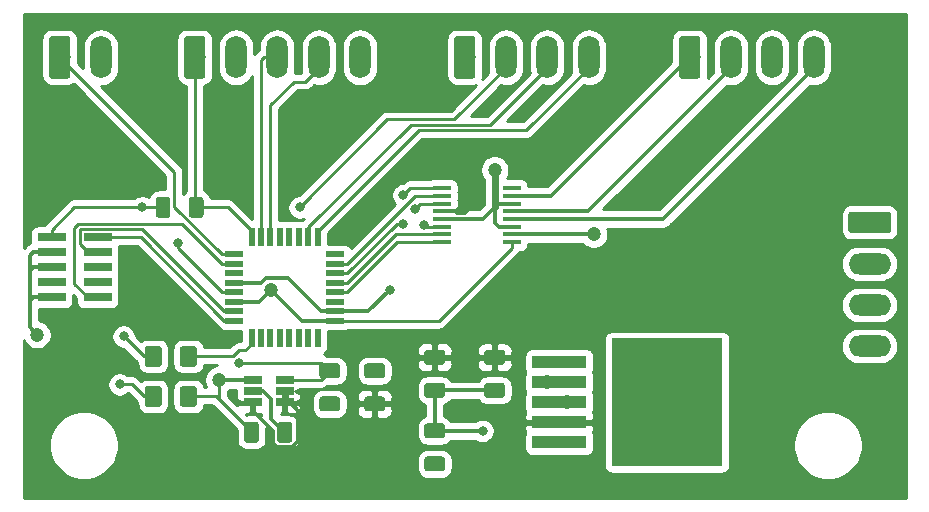
<source format=gbr>
G04 #@! TF.GenerationSoftware,KiCad,Pcbnew,5.1.4-e60b266~84~ubuntu18.04.1*
G04 #@! TF.CreationDate,2019-10-02T13:36:21-06:00*
G04 #@! TF.ProjectId,Star Tracker,53746172-2054-4726-9163-6b65722e6b69,rev?*
G04 #@! TF.SameCoordinates,Original*
G04 #@! TF.FileFunction,Copper,L1,Top*
G04 #@! TF.FilePolarity,Positive*
%FSLAX46Y46*%
G04 Gerber Fmt 4.6, Leading zero omitted, Abs format (unit mm)*
G04 Created by KiCad (PCBNEW 5.1.4-e60b266~84~ubuntu18.04.1) date 2019-10-02 13:36:21*
%MOMM*%
%LPD*%
G04 APERTURE LIST*
%ADD10C,0.100000*%
%ADD11C,1.250000*%
%ADD12C,1.800000*%
%ADD13O,1.800000X3.600000*%
%ADD14R,2.400000X0.740000*%
%ADD15O,3.600000X1.800000*%
%ADD16R,1.500000X0.450000*%
%ADD17R,0.550000X1.600000*%
%ADD18R,1.600000X0.550000*%
%ADD19R,1.560000X0.650000*%
%ADD20C,1.425000*%
%ADD21R,4.600000X1.100000*%
%ADD22R,9.400000X10.800000*%
%ADD23C,1.200000*%
%ADD24C,0.800000*%
%ADD25C,0.375000*%
%ADD26C,0.250000*%
%ADD27C,0.600000*%
%ADD28C,0.254000*%
G04 APERTURE END LIST*
D10*
G36*
X135269504Y-83066204D02*
G01*
X135293773Y-83069804D01*
X135317571Y-83075765D01*
X135340671Y-83084030D01*
X135362849Y-83094520D01*
X135383893Y-83107133D01*
X135403598Y-83121747D01*
X135421777Y-83138223D01*
X135438253Y-83156402D01*
X135452867Y-83176107D01*
X135465480Y-83197151D01*
X135475970Y-83219329D01*
X135484235Y-83242429D01*
X135490196Y-83266227D01*
X135493796Y-83290496D01*
X135495000Y-83315000D01*
X135495000Y-84065000D01*
X135493796Y-84089504D01*
X135490196Y-84113773D01*
X135484235Y-84137571D01*
X135475970Y-84160671D01*
X135465480Y-84182849D01*
X135452867Y-84203893D01*
X135438253Y-84223598D01*
X135421777Y-84241777D01*
X135403598Y-84258253D01*
X135383893Y-84272867D01*
X135362849Y-84285480D01*
X135340671Y-84295970D01*
X135317571Y-84304235D01*
X135293773Y-84310196D01*
X135269504Y-84313796D01*
X135245000Y-84315000D01*
X133995000Y-84315000D01*
X133970496Y-84313796D01*
X133946227Y-84310196D01*
X133922429Y-84304235D01*
X133899329Y-84295970D01*
X133877151Y-84285480D01*
X133856107Y-84272867D01*
X133836402Y-84258253D01*
X133818223Y-84241777D01*
X133801747Y-84223598D01*
X133787133Y-84203893D01*
X133774520Y-84182849D01*
X133764030Y-84160671D01*
X133755765Y-84137571D01*
X133749804Y-84113773D01*
X133746204Y-84089504D01*
X133745000Y-84065000D01*
X133745000Y-83315000D01*
X133746204Y-83290496D01*
X133749804Y-83266227D01*
X133755765Y-83242429D01*
X133764030Y-83219329D01*
X133774520Y-83197151D01*
X133787133Y-83176107D01*
X133801747Y-83156402D01*
X133818223Y-83138223D01*
X133836402Y-83121747D01*
X133856107Y-83107133D01*
X133877151Y-83094520D01*
X133899329Y-83084030D01*
X133922429Y-83075765D01*
X133946227Y-83069804D01*
X133970496Y-83066204D01*
X133995000Y-83065000D01*
X135245000Y-83065000D01*
X135269504Y-83066204D01*
X135269504Y-83066204D01*
G37*
D11*
X134620000Y-83690000D03*
D10*
G36*
X135269504Y-85866204D02*
G01*
X135293773Y-85869804D01*
X135317571Y-85875765D01*
X135340671Y-85884030D01*
X135362849Y-85894520D01*
X135383893Y-85907133D01*
X135403598Y-85921747D01*
X135421777Y-85938223D01*
X135438253Y-85956402D01*
X135452867Y-85976107D01*
X135465480Y-85997151D01*
X135475970Y-86019329D01*
X135484235Y-86042429D01*
X135490196Y-86066227D01*
X135493796Y-86090496D01*
X135495000Y-86115000D01*
X135495000Y-86865000D01*
X135493796Y-86889504D01*
X135490196Y-86913773D01*
X135484235Y-86937571D01*
X135475970Y-86960671D01*
X135465480Y-86982849D01*
X135452867Y-87003893D01*
X135438253Y-87023598D01*
X135421777Y-87041777D01*
X135403598Y-87058253D01*
X135383893Y-87072867D01*
X135362849Y-87085480D01*
X135340671Y-87095970D01*
X135317571Y-87104235D01*
X135293773Y-87110196D01*
X135269504Y-87113796D01*
X135245000Y-87115000D01*
X133995000Y-87115000D01*
X133970496Y-87113796D01*
X133946227Y-87110196D01*
X133922429Y-87104235D01*
X133899329Y-87095970D01*
X133877151Y-87085480D01*
X133856107Y-87072867D01*
X133836402Y-87058253D01*
X133818223Y-87041777D01*
X133801747Y-87023598D01*
X133787133Y-87003893D01*
X133774520Y-86982849D01*
X133764030Y-86960671D01*
X133755765Y-86937571D01*
X133749804Y-86913773D01*
X133746204Y-86889504D01*
X133745000Y-86865000D01*
X133745000Y-86115000D01*
X133746204Y-86090496D01*
X133749804Y-86066227D01*
X133755765Y-86042429D01*
X133764030Y-86019329D01*
X133774520Y-85997151D01*
X133787133Y-85976107D01*
X133801747Y-85956402D01*
X133818223Y-85938223D01*
X133836402Y-85921747D01*
X133856107Y-85907133D01*
X133877151Y-85894520D01*
X133899329Y-85884030D01*
X133922429Y-85875765D01*
X133946227Y-85869804D01*
X133970496Y-85866204D01*
X133995000Y-85865000D01*
X135245000Y-85865000D01*
X135269504Y-85866204D01*
X135269504Y-85866204D01*
G37*
D11*
X134620000Y-86490000D03*
D10*
G36*
X131459504Y-83066204D02*
G01*
X131483773Y-83069804D01*
X131507571Y-83075765D01*
X131530671Y-83084030D01*
X131552849Y-83094520D01*
X131573893Y-83107133D01*
X131593598Y-83121747D01*
X131611777Y-83138223D01*
X131628253Y-83156402D01*
X131642867Y-83176107D01*
X131655480Y-83197151D01*
X131665970Y-83219329D01*
X131674235Y-83242429D01*
X131680196Y-83266227D01*
X131683796Y-83290496D01*
X131685000Y-83315000D01*
X131685000Y-84065000D01*
X131683796Y-84089504D01*
X131680196Y-84113773D01*
X131674235Y-84137571D01*
X131665970Y-84160671D01*
X131655480Y-84182849D01*
X131642867Y-84203893D01*
X131628253Y-84223598D01*
X131611777Y-84241777D01*
X131593598Y-84258253D01*
X131573893Y-84272867D01*
X131552849Y-84285480D01*
X131530671Y-84295970D01*
X131507571Y-84304235D01*
X131483773Y-84310196D01*
X131459504Y-84313796D01*
X131435000Y-84315000D01*
X130185000Y-84315000D01*
X130160496Y-84313796D01*
X130136227Y-84310196D01*
X130112429Y-84304235D01*
X130089329Y-84295970D01*
X130067151Y-84285480D01*
X130046107Y-84272867D01*
X130026402Y-84258253D01*
X130008223Y-84241777D01*
X129991747Y-84223598D01*
X129977133Y-84203893D01*
X129964520Y-84182849D01*
X129954030Y-84160671D01*
X129945765Y-84137571D01*
X129939804Y-84113773D01*
X129936204Y-84089504D01*
X129935000Y-84065000D01*
X129935000Y-83315000D01*
X129936204Y-83290496D01*
X129939804Y-83266227D01*
X129945765Y-83242429D01*
X129954030Y-83219329D01*
X129964520Y-83197151D01*
X129977133Y-83176107D01*
X129991747Y-83156402D01*
X130008223Y-83138223D01*
X130026402Y-83121747D01*
X130046107Y-83107133D01*
X130067151Y-83094520D01*
X130089329Y-83084030D01*
X130112429Y-83075765D01*
X130136227Y-83069804D01*
X130160496Y-83066204D01*
X130185000Y-83065000D01*
X131435000Y-83065000D01*
X131459504Y-83066204D01*
X131459504Y-83066204D01*
G37*
D11*
X130810000Y-83690000D03*
D10*
G36*
X131459504Y-85866204D02*
G01*
X131483773Y-85869804D01*
X131507571Y-85875765D01*
X131530671Y-85884030D01*
X131552849Y-85894520D01*
X131573893Y-85907133D01*
X131593598Y-85921747D01*
X131611777Y-85938223D01*
X131628253Y-85956402D01*
X131642867Y-85976107D01*
X131655480Y-85997151D01*
X131665970Y-86019329D01*
X131674235Y-86042429D01*
X131680196Y-86066227D01*
X131683796Y-86090496D01*
X131685000Y-86115000D01*
X131685000Y-86865000D01*
X131683796Y-86889504D01*
X131680196Y-86913773D01*
X131674235Y-86937571D01*
X131665970Y-86960671D01*
X131655480Y-86982849D01*
X131642867Y-87003893D01*
X131628253Y-87023598D01*
X131611777Y-87041777D01*
X131593598Y-87058253D01*
X131573893Y-87072867D01*
X131552849Y-87085480D01*
X131530671Y-87095970D01*
X131507571Y-87104235D01*
X131483773Y-87110196D01*
X131459504Y-87113796D01*
X131435000Y-87115000D01*
X130185000Y-87115000D01*
X130160496Y-87113796D01*
X130136227Y-87110196D01*
X130112429Y-87104235D01*
X130089329Y-87095970D01*
X130067151Y-87085480D01*
X130046107Y-87072867D01*
X130026402Y-87058253D01*
X130008223Y-87041777D01*
X129991747Y-87023598D01*
X129977133Y-87003893D01*
X129964520Y-86982849D01*
X129954030Y-86960671D01*
X129945765Y-86937571D01*
X129939804Y-86913773D01*
X129936204Y-86889504D01*
X129935000Y-86865000D01*
X129935000Y-86115000D01*
X129936204Y-86090496D01*
X129939804Y-86066227D01*
X129945765Y-86042429D01*
X129954030Y-86019329D01*
X129964520Y-85997151D01*
X129977133Y-85976107D01*
X129991747Y-85956402D01*
X130008223Y-85938223D01*
X130026402Y-85921747D01*
X130046107Y-85907133D01*
X130067151Y-85894520D01*
X130089329Y-85884030D01*
X130112429Y-85875765D01*
X130136227Y-85869804D01*
X130160496Y-85866204D01*
X130185000Y-85865000D01*
X131435000Y-85865000D01*
X131459504Y-85866204D01*
X131459504Y-85866204D01*
G37*
D11*
X130810000Y-86490000D03*
D10*
G36*
X127399504Y-88026204D02*
G01*
X127423773Y-88029804D01*
X127447571Y-88035765D01*
X127470671Y-88044030D01*
X127492849Y-88054520D01*
X127513893Y-88067133D01*
X127533598Y-88081747D01*
X127551777Y-88098223D01*
X127568253Y-88116402D01*
X127582867Y-88136107D01*
X127595480Y-88157151D01*
X127605970Y-88179329D01*
X127614235Y-88202429D01*
X127620196Y-88226227D01*
X127623796Y-88250496D01*
X127625000Y-88275000D01*
X127625000Y-89525000D01*
X127623796Y-89549504D01*
X127620196Y-89573773D01*
X127614235Y-89597571D01*
X127605970Y-89620671D01*
X127595480Y-89642849D01*
X127582867Y-89663893D01*
X127568253Y-89683598D01*
X127551777Y-89701777D01*
X127533598Y-89718253D01*
X127513893Y-89732867D01*
X127492849Y-89745480D01*
X127470671Y-89755970D01*
X127447571Y-89764235D01*
X127423773Y-89770196D01*
X127399504Y-89773796D01*
X127375000Y-89775000D01*
X126625000Y-89775000D01*
X126600496Y-89773796D01*
X126576227Y-89770196D01*
X126552429Y-89764235D01*
X126529329Y-89755970D01*
X126507151Y-89745480D01*
X126486107Y-89732867D01*
X126466402Y-89718253D01*
X126448223Y-89701777D01*
X126431747Y-89683598D01*
X126417133Y-89663893D01*
X126404520Y-89642849D01*
X126394030Y-89620671D01*
X126385765Y-89597571D01*
X126379804Y-89573773D01*
X126376204Y-89549504D01*
X126375000Y-89525000D01*
X126375000Y-88275000D01*
X126376204Y-88250496D01*
X126379804Y-88226227D01*
X126385765Y-88202429D01*
X126394030Y-88179329D01*
X126404520Y-88157151D01*
X126417133Y-88136107D01*
X126431747Y-88116402D01*
X126448223Y-88098223D01*
X126466402Y-88081747D01*
X126486107Y-88067133D01*
X126507151Y-88054520D01*
X126529329Y-88044030D01*
X126552429Y-88035765D01*
X126576227Y-88029804D01*
X126600496Y-88026204D01*
X126625000Y-88025000D01*
X127375000Y-88025000D01*
X127399504Y-88026204D01*
X127399504Y-88026204D01*
G37*
D11*
X127000000Y-88900000D03*
D10*
G36*
X124599504Y-88026204D02*
G01*
X124623773Y-88029804D01*
X124647571Y-88035765D01*
X124670671Y-88044030D01*
X124692849Y-88054520D01*
X124713893Y-88067133D01*
X124733598Y-88081747D01*
X124751777Y-88098223D01*
X124768253Y-88116402D01*
X124782867Y-88136107D01*
X124795480Y-88157151D01*
X124805970Y-88179329D01*
X124814235Y-88202429D01*
X124820196Y-88226227D01*
X124823796Y-88250496D01*
X124825000Y-88275000D01*
X124825000Y-89525000D01*
X124823796Y-89549504D01*
X124820196Y-89573773D01*
X124814235Y-89597571D01*
X124805970Y-89620671D01*
X124795480Y-89642849D01*
X124782867Y-89663893D01*
X124768253Y-89683598D01*
X124751777Y-89701777D01*
X124733598Y-89718253D01*
X124713893Y-89732867D01*
X124692849Y-89745480D01*
X124670671Y-89755970D01*
X124647571Y-89764235D01*
X124623773Y-89770196D01*
X124599504Y-89773796D01*
X124575000Y-89775000D01*
X123825000Y-89775000D01*
X123800496Y-89773796D01*
X123776227Y-89770196D01*
X123752429Y-89764235D01*
X123729329Y-89755970D01*
X123707151Y-89745480D01*
X123686107Y-89732867D01*
X123666402Y-89718253D01*
X123648223Y-89701777D01*
X123631747Y-89683598D01*
X123617133Y-89663893D01*
X123604520Y-89642849D01*
X123594030Y-89620671D01*
X123585765Y-89597571D01*
X123579804Y-89573773D01*
X123576204Y-89549504D01*
X123575000Y-89525000D01*
X123575000Y-88275000D01*
X123576204Y-88250496D01*
X123579804Y-88226227D01*
X123585765Y-88202429D01*
X123594030Y-88179329D01*
X123604520Y-88157151D01*
X123617133Y-88136107D01*
X123631747Y-88116402D01*
X123648223Y-88098223D01*
X123666402Y-88081747D01*
X123686107Y-88067133D01*
X123707151Y-88054520D01*
X123729329Y-88044030D01*
X123752429Y-88035765D01*
X123776227Y-88029804D01*
X123800496Y-88026204D01*
X123825000Y-88025000D01*
X124575000Y-88025000D01*
X124599504Y-88026204D01*
X124599504Y-88026204D01*
G37*
D11*
X124200000Y-88900000D03*
D10*
G36*
X140349504Y-90946204D02*
G01*
X140373773Y-90949804D01*
X140397571Y-90955765D01*
X140420671Y-90964030D01*
X140442849Y-90974520D01*
X140463893Y-90987133D01*
X140483598Y-91001747D01*
X140501777Y-91018223D01*
X140518253Y-91036402D01*
X140532867Y-91056107D01*
X140545480Y-91077151D01*
X140555970Y-91099329D01*
X140564235Y-91122429D01*
X140570196Y-91146227D01*
X140573796Y-91170496D01*
X140575000Y-91195000D01*
X140575000Y-91945000D01*
X140573796Y-91969504D01*
X140570196Y-91993773D01*
X140564235Y-92017571D01*
X140555970Y-92040671D01*
X140545480Y-92062849D01*
X140532867Y-92083893D01*
X140518253Y-92103598D01*
X140501777Y-92121777D01*
X140483598Y-92138253D01*
X140463893Y-92152867D01*
X140442849Y-92165480D01*
X140420671Y-92175970D01*
X140397571Y-92184235D01*
X140373773Y-92190196D01*
X140349504Y-92193796D01*
X140325000Y-92195000D01*
X139075000Y-92195000D01*
X139050496Y-92193796D01*
X139026227Y-92190196D01*
X139002429Y-92184235D01*
X138979329Y-92175970D01*
X138957151Y-92165480D01*
X138936107Y-92152867D01*
X138916402Y-92138253D01*
X138898223Y-92121777D01*
X138881747Y-92103598D01*
X138867133Y-92083893D01*
X138854520Y-92062849D01*
X138844030Y-92040671D01*
X138835765Y-92017571D01*
X138829804Y-91993773D01*
X138826204Y-91969504D01*
X138825000Y-91945000D01*
X138825000Y-91195000D01*
X138826204Y-91170496D01*
X138829804Y-91146227D01*
X138835765Y-91122429D01*
X138844030Y-91099329D01*
X138854520Y-91077151D01*
X138867133Y-91056107D01*
X138881747Y-91036402D01*
X138898223Y-91018223D01*
X138916402Y-91001747D01*
X138936107Y-90987133D01*
X138957151Y-90974520D01*
X138979329Y-90964030D01*
X139002429Y-90955765D01*
X139026227Y-90949804D01*
X139050496Y-90946204D01*
X139075000Y-90945000D01*
X140325000Y-90945000D01*
X140349504Y-90946204D01*
X140349504Y-90946204D01*
G37*
D11*
X139700000Y-91570000D03*
D10*
G36*
X140349504Y-88146204D02*
G01*
X140373773Y-88149804D01*
X140397571Y-88155765D01*
X140420671Y-88164030D01*
X140442849Y-88174520D01*
X140463893Y-88187133D01*
X140483598Y-88201747D01*
X140501777Y-88218223D01*
X140518253Y-88236402D01*
X140532867Y-88256107D01*
X140545480Y-88277151D01*
X140555970Y-88299329D01*
X140564235Y-88322429D01*
X140570196Y-88346227D01*
X140573796Y-88370496D01*
X140575000Y-88395000D01*
X140575000Y-89145000D01*
X140573796Y-89169504D01*
X140570196Y-89193773D01*
X140564235Y-89217571D01*
X140555970Y-89240671D01*
X140545480Y-89262849D01*
X140532867Y-89283893D01*
X140518253Y-89303598D01*
X140501777Y-89321777D01*
X140483598Y-89338253D01*
X140463893Y-89352867D01*
X140442849Y-89365480D01*
X140420671Y-89375970D01*
X140397571Y-89384235D01*
X140373773Y-89390196D01*
X140349504Y-89393796D01*
X140325000Y-89395000D01*
X139075000Y-89395000D01*
X139050496Y-89393796D01*
X139026227Y-89390196D01*
X139002429Y-89384235D01*
X138979329Y-89375970D01*
X138957151Y-89365480D01*
X138936107Y-89352867D01*
X138916402Y-89338253D01*
X138898223Y-89321777D01*
X138881747Y-89303598D01*
X138867133Y-89283893D01*
X138854520Y-89262849D01*
X138844030Y-89240671D01*
X138835765Y-89217571D01*
X138829804Y-89193773D01*
X138826204Y-89169504D01*
X138825000Y-89145000D01*
X138825000Y-88395000D01*
X138826204Y-88370496D01*
X138829804Y-88346227D01*
X138835765Y-88322429D01*
X138844030Y-88299329D01*
X138854520Y-88277151D01*
X138867133Y-88256107D01*
X138881747Y-88236402D01*
X138898223Y-88218223D01*
X138916402Y-88201747D01*
X138936107Y-88187133D01*
X138957151Y-88174520D01*
X138979329Y-88164030D01*
X139002429Y-88155765D01*
X139026227Y-88149804D01*
X139050496Y-88146204D01*
X139075000Y-88145000D01*
X140325000Y-88145000D01*
X140349504Y-88146204D01*
X140349504Y-88146204D01*
G37*
D11*
X139700000Y-88770000D03*
D10*
G36*
X119909504Y-68976204D02*
G01*
X119933773Y-68979804D01*
X119957571Y-68985765D01*
X119980671Y-68994030D01*
X120002849Y-69004520D01*
X120023893Y-69017133D01*
X120043598Y-69031747D01*
X120061777Y-69048223D01*
X120078253Y-69066402D01*
X120092867Y-69086107D01*
X120105480Y-69107151D01*
X120115970Y-69129329D01*
X120124235Y-69152429D01*
X120130196Y-69176227D01*
X120133796Y-69200496D01*
X120135000Y-69225000D01*
X120135000Y-70475000D01*
X120133796Y-70499504D01*
X120130196Y-70523773D01*
X120124235Y-70547571D01*
X120115970Y-70570671D01*
X120105480Y-70592849D01*
X120092867Y-70613893D01*
X120078253Y-70633598D01*
X120061777Y-70651777D01*
X120043598Y-70668253D01*
X120023893Y-70682867D01*
X120002849Y-70695480D01*
X119980671Y-70705970D01*
X119957571Y-70714235D01*
X119933773Y-70720196D01*
X119909504Y-70723796D01*
X119885000Y-70725000D01*
X119135000Y-70725000D01*
X119110496Y-70723796D01*
X119086227Y-70720196D01*
X119062429Y-70714235D01*
X119039329Y-70705970D01*
X119017151Y-70695480D01*
X118996107Y-70682867D01*
X118976402Y-70668253D01*
X118958223Y-70651777D01*
X118941747Y-70633598D01*
X118927133Y-70613893D01*
X118914520Y-70592849D01*
X118904030Y-70570671D01*
X118895765Y-70547571D01*
X118889804Y-70523773D01*
X118886204Y-70499504D01*
X118885000Y-70475000D01*
X118885000Y-69225000D01*
X118886204Y-69200496D01*
X118889804Y-69176227D01*
X118895765Y-69152429D01*
X118904030Y-69129329D01*
X118914520Y-69107151D01*
X118927133Y-69086107D01*
X118941747Y-69066402D01*
X118958223Y-69048223D01*
X118976402Y-69031747D01*
X118996107Y-69017133D01*
X119017151Y-69004520D01*
X119039329Y-68994030D01*
X119062429Y-68985765D01*
X119086227Y-68979804D01*
X119110496Y-68976204D01*
X119135000Y-68975000D01*
X119885000Y-68975000D01*
X119909504Y-68976204D01*
X119909504Y-68976204D01*
G37*
D11*
X119510000Y-69850000D03*
D10*
G36*
X117109504Y-68976204D02*
G01*
X117133773Y-68979804D01*
X117157571Y-68985765D01*
X117180671Y-68994030D01*
X117202849Y-69004520D01*
X117223893Y-69017133D01*
X117243598Y-69031747D01*
X117261777Y-69048223D01*
X117278253Y-69066402D01*
X117292867Y-69086107D01*
X117305480Y-69107151D01*
X117315970Y-69129329D01*
X117324235Y-69152429D01*
X117330196Y-69176227D01*
X117333796Y-69200496D01*
X117335000Y-69225000D01*
X117335000Y-70475000D01*
X117333796Y-70499504D01*
X117330196Y-70523773D01*
X117324235Y-70547571D01*
X117315970Y-70570671D01*
X117305480Y-70592849D01*
X117292867Y-70613893D01*
X117278253Y-70633598D01*
X117261777Y-70651777D01*
X117243598Y-70668253D01*
X117223893Y-70682867D01*
X117202849Y-70695480D01*
X117180671Y-70705970D01*
X117157571Y-70714235D01*
X117133773Y-70720196D01*
X117109504Y-70723796D01*
X117085000Y-70725000D01*
X116335000Y-70725000D01*
X116310496Y-70723796D01*
X116286227Y-70720196D01*
X116262429Y-70714235D01*
X116239329Y-70705970D01*
X116217151Y-70695480D01*
X116196107Y-70682867D01*
X116176402Y-70668253D01*
X116158223Y-70651777D01*
X116141747Y-70633598D01*
X116127133Y-70613893D01*
X116114520Y-70592849D01*
X116104030Y-70570671D01*
X116095765Y-70547571D01*
X116089804Y-70523773D01*
X116086204Y-70499504D01*
X116085000Y-70475000D01*
X116085000Y-69225000D01*
X116086204Y-69200496D01*
X116089804Y-69176227D01*
X116095765Y-69152429D01*
X116104030Y-69129329D01*
X116114520Y-69107151D01*
X116127133Y-69086107D01*
X116141747Y-69066402D01*
X116158223Y-69048223D01*
X116176402Y-69031747D01*
X116196107Y-69017133D01*
X116217151Y-69004520D01*
X116239329Y-68994030D01*
X116262429Y-68985765D01*
X116286227Y-68979804D01*
X116310496Y-68976204D01*
X116335000Y-68975000D01*
X117085000Y-68975000D01*
X117109504Y-68976204D01*
X117109504Y-68976204D01*
G37*
D11*
X116710000Y-69850000D03*
D10*
G36*
X145429504Y-81926204D02*
G01*
X145453773Y-81929804D01*
X145477571Y-81935765D01*
X145500671Y-81944030D01*
X145522849Y-81954520D01*
X145543893Y-81967133D01*
X145563598Y-81981747D01*
X145581777Y-81998223D01*
X145598253Y-82016402D01*
X145612867Y-82036107D01*
X145625480Y-82057151D01*
X145635970Y-82079329D01*
X145644235Y-82102429D01*
X145650196Y-82126227D01*
X145653796Y-82150496D01*
X145655000Y-82175000D01*
X145655000Y-82925000D01*
X145653796Y-82949504D01*
X145650196Y-82973773D01*
X145644235Y-82997571D01*
X145635970Y-83020671D01*
X145625480Y-83042849D01*
X145612867Y-83063893D01*
X145598253Y-83083598D01*
X145581777Y-83101777D01*
X145563598Y-83118253D01*
X145543893Y-83132867D01*
X145522849Y-83145480D01*
X145500671Y-83155970D01*
X145477571Y-83164235D01*
X145453773Y-83170196D01*
X145429504Y-83173796D01*
X145405000Y-83175000D01*
X144155000Y-83175000D01*
X144130496Y-83173796D01*
X144106227Y-83170196D01*
X144082429Y-83164235D01*
X144059329Y-83155970D01*
X144037151Y-83145480D01*
X144016107Y-83132867D01*
X143996402Y-83118253D01*
X143978223Y-83101777D01*
X143961747Y-83083598D01*
X143947133Y-83063893D01*
X143934520Y-83042849D01*
X143924030Y-83020671D01*
X143915765Y-82997571D01*
X143909804Y-82973773D01*
X143906204Y-82949504D01*
X143905000Y-82925000D01*
X143905000Y-82175000D01*
X143906204Y-82150496D01*
X143909804Y-82126227D01*
X143915765Y-82102429D01*
X143924030Y-82079329D01*
X143934520Y-82057151D01*
X143947133Y-82036107D01*
X143961747Y-82016402D01*
X143978223Y-81998223D01*
X143996402Y-81981747D01*
X144016107Y-81967133D01*
X144037151Y-81954520D01*
X144059329Y-81944030D01*
X144082429Y-81935765D01*
X144106227Y-81929804D01*
X144130496Y-81926204D01*
X144155000Y-81925000D01*
X145405000Y-81925000D01*
X145429504Y-81926204D01*
X145429504Y-81926204D01*
G37*
D11*
X144780000Y-82550000D03*
D10*
G36*
X145429504Y-84726204D02*
G01*
X145453773Y-84729804D01*
X145477571Y-84735765D01*
X145500671Y-84744030D01*
X145522849Y-84754520D01*
X145543893Y-84767133D01*
X145563598Y-84781747D01*
X145581777Y-84798223D01*
X145598253Y-84816402D01*
X145612867Y-84836107D01*
X145625480Y-84857151D01*
X145635970Y-84879329D01*
X145644235Y-84902429D01*
X145650196Y-84926227D01*
X145653796Y-84950496D01*
X145655000Y-84975000D01*
X145655000Y-85725000D01*
X145653796Y-85749504D01*
X145650196Y-85773773D01*
X145644235Y-85797571D01*
X145635970Y-85820671D01*
X145625480Y-85842849D01*
X145612867Y-85863893D01*
X145598253Y-85883598D01*
X145581777Y-85901777D01*
X145563598Y-85918253D01*
X145543893Y-85932867D01*
X145522849Y-85945480D01*
X145500671Y-85955970D01*
X145477571Y-85964235D01*
X145453773Y-85970196D01*
X145429504Y-85973796D01*
X145405000Y-85975000D01*
X144155000Y-85975000D01*
X144130496Y-85973796D01*
X144106227Y-85970196D01*
X144082429Y-85964235D01*
X144059329Y-85955970D01*
X144037151Y-85945480D01*
X144016107Y-85932867D01*
X143996402Y-85918253D01*
X143978223Y-85901777D01*
X143961747Y-85883598D01*
X143947133Y-85863893D01*
X143934520Y-85842849D01*
X143924030Y-85820671D01*
X143915765Y-85797571D01*
X143909804Y-85773773D01*
X143906204Y-85749504D01*
X143905000Y-85725000D01*
X143905000Y-84975000D01*
X143906204Y-84950496D01*
X143909804Y-84926227D01*
X143915765Y-84902429D01*
X143924030Y-84879329D01*
X143934520Y-84857151D01*
X143947133Y-84836107D01*
X143961747Y-84816402D01*
X143978223Y-84798223D01*
X143996402Y-84781747D01*
X144016107Y-84767133D01*
X144037151Y-84754520D01*
X144059329Y-84744030D01*
X144082429Y-84735765D01*
X144106227Y-84729804D01*
X144130496Y-84726204D01*
X144155000Y-84725000D01*
X145405000Y-84725000D01*
X145429504Y-84726204D01*
X145429504Y-84726204D01*
G37*
D11*
X144780000Y-85350000D03*
D10*
G36*
X140349504Y-81920204D02*
G01*
X140373773Y-81923804D01*
X140397571Y-81929765D01*
X140420671Y-81938030D01*
X140442849Y-81948520D01*
X140463893Y-81961133D01*
X140483598Y-81975747D01*
X140501777Y-81992223D01*
X140518253Y-82010402D01*
X140532867Y-82030107D01*
X140545480Y-82051151D01*
X140555970Y-82073329D01*
X140564235Y-82096429D01*
X140570196Y-82120227D01*
X140573796Y-82144496D01*
X140575000Y-82169000D01*
X140575000Y-82919000D01*
X140573796Y-82943504D01*
X140570196Y-82967773D01*
X140564235Y-82991571D01*
X140555970Y-83014671D01*
X140545480Y-83036849D01*
X140532867Y-83057893D01*
X140518253Y-83077598D01*
X140501777Y-83095777D01*
X140483598Y-83112253D01*
X140463893Y-83126867D01*
X140442849Y-83139480D01*
X140420671Y-83149970D01*
X140397571Y-83158235D01*
X140373773Y-83164196D01*
X140349504Y-83167796D01*
X140325000Y-83169000D01*
X139075000Y-83169000D01*
X139050496Y-83167796D01*
X139026227Y-83164196D01*
X139002429Y-83158235D01*
X138979329Y-83149970D01*
X138957151Y-83139480D01*
X138936107Y-83126867D01*
X138916402Y-83112253D01*
X138898223Y-83095777D01*
X138881747Y-83077598D01*
X138867133Y-83057893D01*
X138854520Y-83036849D01*
X138844030Y-83014671D01*
X138835765Y-82991571D01*
X138829804Y-82967773D01*
X138826204Y-82943504D01*
X138825000Y-82919000D01*
X138825000Y-82169000D01*
X138826204Y-82144496D01*
X138829804Y-82120227D01*
X138835765Y-82096429D01*
X138844030Y-82073329D01*
X138854520Y-82051151D01*
X138867133Y-82030107D01*
X138881747Y-82010402D01*
X138898223Y-81992223D01*
X138916402Y-81975747D01*
X138936107Y-81961133D01*
X138957151Y-81948520D01*
X138979329Y-81938030D01*
X139002429Y-81929765D01*
X139026227Y-81923804D01*
X139050496Y-81920204D01*
X139075000Y-81919000D01*
X140325000Y-81919000D01*
X140349504Y-81920204D01*
X140349504Y-81920204D01*
G37*
D11*
X139700000Y-82544000D03*
D10*
G36*
X140349504Y-84720204D02*
G01*
X140373773Y-84723804D01*
X140397571Y-84729765D01*
X140420671Y-84738030D01*
X140442849Y-84748520D01*
X140463893Y-84761133D01*
X140483598Y-84775747D01*
X140501777Y-84792223D01*
X140518253Y-84810402D01*
X140532867Y-84830107D01*
X140545480Y-84851151D01*
X140555970Y-84873329D01*
X140564235Y-84896429D01*
X140570196Y-84920227D01*
X140573796Y-84944496D01*
X140575000Y-84969000D01*
X140575000Y-85719000D01*
X140573796Y-85743504D01*
X140570196Y-85767773D01*
X140564235Y-85791571D01*
X140555970Y-85814671D01*
X140545480Y-85836849D01*
X140532867Y-85857893D01*
X140518253Y-85877598D01*
X140501777Y-85895777D01*
X140483598Y-85912253D01*
X140463893Y-85926867D01*
X140442849Y-85939480D01*
X140420671Y-85949970D01*
X140397571Y-85958235D01*
X140373773Y-85964196D01*
X140349504Y-85967796D01*
X140325000Y-85969000D01*
X139075000Y-85969000D01*
X139050496Y-85967796D01*
X139026227Y-85964196D01*
X139002429Y-85958235D01*
X138979329Y-85949970D01*
X138957151Y-85939480D01*
X138936107Y-85926867D01*
X138916402Y-85912253D01*
X138898223Y-85895777D01*
X138881747Y-85877598D01*
X138867133Y-85857893D01*
X138854520Y-85836849D01*
X138844030Y-85814671D01*
X138835765Y-85791571D01*
X138829804Y-85767773D01*
X138826204Y-85743504D01*
X138825000Y-85719000D01*
X138825000Y-84969000D01*
X138826204Y-84944496D01*
X138829804Y-84920227D01*
X138835765Y-84896429D01*
X138844030Y-84873329D01*
X138854520Y-84851151D01*
X138867133Y-84830107D01*
X138881747Y-84810402D01*
X138898223Y-84792223D01*
X138916402Y-84775747D01*
X138936107Y-84761133D01*
X138957151Y-84748520D01*
X138979329Y-84738030D01*
X139002429Y-84729765D01*
X139026227Y-84723804D01*
X139050496Y-84720204D01*
X139075000Y-84719000D01*
X140325000Y-84719000D01*
X140349504Y-84720204D01*
X140349504Y-84720204D01*
G37*
D11*
X139700000Y-85344000D03*
D10*
G36*
X108624504Y-55351204D02*
G01*
X108648773Y-55354804D01*
X108672571Y-55360765D01*
X108695671Y-55369030D01*
X108717849Y-55379520D01*
X108738893Y-55392133D01*
X108758598Y-55406747D01*
X108776777Y-55423223D01*
X108793253Y-55441402D01*
X108807867Y-55461107D01*
X108820480Y-55482151D01*
X108830970Y-55504329D01*
X108839235Y-55527429D01*
X108845196Y-55551227D01*
X108848796Y-55575496D01*
X108850000Y-55600000D01*
X108850000Y-58700000D01*
X108848796Y-58724504D01*
X108845196Y-58748773D01*
X108839235Y-58772571D01*
X108830970Y-58795671D01*
X108820480Y-58817849D01*
X108807867Y-58838893D01*
X108793253Y-58858598D01*
X108776777Y-58876777D01*
X108758598Y-58893253D01*
X108738893Y-58907867D01*
X108717849Y-58920480D01*
X108695671Y-58930970D01*
X108672571Y-58939235D01*
X108648773Y-58945196D01*
X108624504Y-58948796D01*
X108600000Y-58950000D01*
X107300000Y-58950000D01*
X107275496Y-58948796D01*
X107251227Y-58945196D01*
X107227429Y-58939235D01*
X107204329Y-58930970D01*
X107182151Y-58920480D01*
X107161107Y-58907867D01*
X107141402Y-58893253D01*
X107123223Y-58876777D01*
X107106747Y-58858598D01*
X107092133Y-58838893D01*
X107079520Y-58817849D01*
X107069030Y-58795671D01*
X107060765Y-58772571D01*
X107054804Y-58748773D01*
X107051204Y-58724504D01*
X107050000Y-58700000D01*
X107050000Y-55600000D01*
X107051204Y-55575496D01*
X107054804Y-55551227D01*
X107060765Y-55527429D01*
X107069030Y-55504329D01*
X107079520Y-55482151D01*
X107092133Y-55461107D01*
X107106747Y-55441402D01*
X107123223Y-55423223D01*
X107141402Y-55406747D01*
X107161107Y-55392133D01*
X107182151Y-55379520D01*
X107204329Y-55369030D01*
X107227429Y-55360765D01*
X107251227Y-55354804D01*
X107275496Y-55351204D01*
X107300000Y-55350000D01*
X108600000Y-55350000D01*
X108624504Y-55351204D01*
X108624504Y-55351204D01*
G37*
D12*
X107950000Y-57150000D03*
D13*
X111450000Y-57150000D03*
D14*
X107270000Y-72390000D03*
X111170000Y-72390000D03*
X107270000Y-73660000D03*
X111170000Y-73660000D03*
X107270000Y-74930000D03*
X111170000Y-74930000D03*
X107270000Y-76200000D03*
X111170000Y-76200000D03*
X107270000Y-77470000D03*
X111170000Y-77470000D03*
D10*
G36*
X178104504Y-70221204D02*
G01*
X178128773Y-70224804D01*
X178152571Y-70230765D01*
X178175671Y-70239030D01*
X178197849Y-70249520D01*
X178218893Y-70262133D01*
X178238598Y-70276747D01*
X178256777Y-70293223D01*
X178273253Y-70311402D01*
X178287867Y-70331107D01*
X178300480Y-70352151D01*
X178310970Y-70374329D01*
X178319235Y-70397429D01*
X178325196Y-70421227D01*
X178328796Y-70445496D01*
X178330000Y-70470000D01*
X178330000Y-71770000D01*
X178328796Y-71794504D01*
X178325196Y-71818773D01*
X178319235Y-71842571D01*
X178310970Y-71865671D01*
X178300480Y-71887849D01*
X178287867Y-71908893D01*
X178273253Y-71928598D01*
X178256777Y-71946777D01*
X178238598Y-71963253D01*
X178218893Y-71977867D01*
X178197849Y-71990480D01*
X178175671Y-72000970D01*
X178152571Y-72009235D01*
X178128773Y-72015196D01*
X178104504Y-72018796D01*
X178080000Y-72020000D01*
X174980000Y-72020000D01*
X174955496Y-72018796D01*
X174931227Y-72015196D01*
X174907429Y-72009235D01*
X174884329Y-72000970D01*
X174862151Y-71990480D01*
X174841107Y-71977867D01*
X174821402Y-71963253D01*
X174803223Y-71946777D01*
X174786747Y-71928598D01*
X174772133Y-71908893D01*
X174759520Y-71887849D01*
X174749030Y-71865671D01*
X174740765Y-71842571D01*
X174734804Y-71818773D01*
X174731204Y-71794504D01*
X174730000Y-71770000D01*
X174730000Y-70470000D01*
X174731204Y-70445496D01*
X174734804Y-70421227D01*
X174740765Y-70397429D01*
X174749030Y-70374329D01*
X174759520Y-70352151D01*
X174772133Y-70331107D01*
X174786747Y-70311402D01*
X174803223Y-70293223D01*
X174821402Y-70276747D01*
X174841107Y-70262133D01*
X174862151Y-70249520D01*
X174884329Y-70239030D01*
X174907429Y-70230765D01*
X174931227Y-70224804D01*
X174955496Y-70221204D01*
X174980000Y-70220000D01*
X178080000Y-70220000D01*
X178104504Y-70221204D01*
X178104504Y-70221204D01*
G37*
D12*
X176530000Y-71120000D03*
D15*
X176530000Y-74620000D03*
X176530000Y-78120000D03*
X176530000Y-81620000D03*
D10*
G36*
X120054504Y-55351204D02*
G01*
X120078773Y-55354804D01*
X120102571Y-55360765D01*
X120125671Y-55369030D01*
X120147849Y-55379520D01*
X120168893Y-55392133D01*
X120188598Y-55406747D01*
X120206777Y-55423223D01*
X120223253Y-55441402D01*
X120237867Y-55461107D01*
X120250480Y-55482151D01*
X120260970Y-55504329D01*
X120269235Y-55527429D01*
X120275196Y-55551227D01*
X120278796Y-55575496D01*
X120280000Y-55600000D01*
X120280000Y-58700000D01*
X120278796Y-58724504D01*
X120275196Y-58748773D01*
X120269235Y-58772571D01*
X120260970Y-58795671D01*
X120250480Y-58817849D01*
X120237867Y-58838893D01*
X120223253Y-58858598D01*
X120206777Y-58876777D01*
X120188598Y-58893253D01*
X120168893Y-58907867D01*
X120147849Y-58920480D01*
X120125671Y-58930970D01*
X120102571Y-58939235D01*
X120078773Y-58945196D01*
X120054504Y-58948796D01*
X120030000Y-58950000D01*
X118730000Y-58950000D01*
X118705496Y-58948796D01*
X118681227Y-58945196D01*
X118657429Y-58939235D01*
X118634329Y-58930970D01*
X118612151Y-58920480D01*
X118591107Y-58907867D01*
X118571402Y-58893253D01*
X118553223Y-58876777D01*
X118536747Y-58858598D01*
X118522133Y-58838893D01*
X118509520Y-58817849D01*
X118499030Y-58795671D01*
X118490765Y-58772571D01*
X118484804Y-58748773D01*
X118481204Y-58724504D01*
X118480000Y-58700000D01*
X118480000Y-55600000D01*
X118481204Y-55575496D01*
X118484804Y-55551227D01*
X118490765Y-55527429D01*
X118499030Y-55504329D01*
X118509520Y-55482151D01*
X118522133Y-55461107D01*
X118536747Y-55441402D01*
X118553223Y-55423223D01*
X118571402Y-55406747D01*
X118591107Y-55392133D01*
X118612151Y-55379520D01*
X118634329Y-55369030D01*
X118657429Y-55360765D01*
X118681227Y-55354804D01*
X118705496Y-55351204D01*
X118730000Y-55350000D01*
X120030000Y-55350000D01*
X120054504Y-55351204D01*
X120054504Y-55351204D01*
G37*
D12*
X119380000Y-57150000D03*
D13*
X122880000Y-57150000D03*
X126380000Y-57150000D03*
X129880000Y-57150000D03*
X133380000Y-57150000D03*
X152740000Y-57150000D03*
X149240000Y-57150000D03*
X145740000Y-57150000D03*
D10*
G36*
X142914504Y-55351204D02*
G01*
X142938773Y-55354804D01*
X142962571Y-55360765D01*
X142985671Y-55369030D01*
X143007849Y-55379520D01*
X143028893Y-55392133D01*
X143048598Y-55406747D01*
X143066777Y-55423223D01*
X143083253Y-55441402D01*
X143097867Y-55461107D01*
X143110480Y-55482151D01*
X143120970Y-55504329D01*
X143129235Y-55527429D01*
X143135196Y-55551227D01*
X143138796Y-55575496D01*
X143140000Y-55600000D01*
X143140000Y-58700000D01*
X143138796Y-58724504D01*
X143135196Y-58748773D01*
X143129235Y-58772571D01*
X143120970Y-58795671D01*
X143110480Y-58817849D01*
X143097867Y-58838893D01*
X143083253Y-58858598D01*
X143066777Y-58876777D01*
X143048598Y-58893253D01*
X143028893Y-58907867D01*
X143007849Y-58920480D01*
X142985671Y-58930970D01*
X142962571Y-58939235D01*
X142938773Y-58945196D01*
X142914504Y-58948796D01*
X142890000Y-58950000D01*
X141590000Y-58950000D01*
X141565496Y-58948796D01*
X141541227Y-58945196D01*
X141517429Y-58939235D01*
X141494329Y-58930970D01*
X141472151Y-58920480D01*
X141451107Y-58907867D01*
X141431402Y-58893253D01*
X141413223Y-58876777D01*
X141396747Y-58858598D01*
X141382133Y-58838893D01*
X141369520Y-58817849D01*
X141359030Y-58795671D01*
X141350765Y-58772571D01*
X141344804Y-58748773D01*
X141341204Y-58724504D01*
X141340000Y-58700000D01*
X141340000Y-55600000D01*
X141341204Y-55575496D01*
X141344804Y-55551227D01*
X141350765Y-55527429D01*
X141359030Y-55504329D01*
X141369520Y-55482151D01*
X141382133Y-55461107D01*
X141396747Y-55441402D01*
X141413223Y-55423223D01*
X141431402Y-55406747D01*
X141451107Y-55392133D01*
X141472151Y-55379520D01*
X141494329Y-55369030D01*
X141517429Y-55360765D01*
X141541227Y-55354804D01*
X141565496Y-55351204D01*
X141590000Y-55350000D01*
X142890000Y-55350000D01*
X142914504Y-55351204D01*
X142914504Y-55351204D01*
G37*
D12*
X142240000Y-57150000D03*
D10*
G36*
X161964504Y-55351204D02*
G01*
X161988773Y-55354804D01*
X162012571Y-55360765D01*
X162035671Y-55369030D01*
X162057849Y-55379520D01*
X162078893Y-55392133D01*
X162098598Y-55406747D01*
X162116777Y-55423223D01*
X162133253Y-55441402D01*
X162147867Y-55461107D01*
X162160480Y-55482151D01*
X162170970Y-55504329D01*
X162179235Y-55527429D01*
X162185196Y-55551227D01*
X162188796Y-55575496D01*
X162190000Y-55600000D01*
X162190000Y-58700000D01*
X162188796Y-58724504D01*
X162185196Y-58748773D01*
X162179235Y-58772571D01*
X162170970Y-58795671D01*
X162160480Y-58817849D01*
X162147867Y-58838893D01*
X162133253Y-58858598D01*
X162116777Y-58876777D01*
X162098598Y-58893253D01*
X162078893Y-58907867D01*
X162057849Y-58920480D01*
X162035671Y-58930970D01*
X162012571Y-58939235D01*
X161988773Y-58945196D01*
X161964504Y-58948796D01*
X161940000Y-58950000D01*
X160640000Y-58950000D01*
X160615496Y-58948796D01*
X160591227Y-58945196D01*
X160567429Y-58939235D01*
X160544329Y-58930970D01*
X160522151Y-58920480D01*
X160501107Y-58907867D01*
X160481402Y-58893253D01*
X160463223Y-58876777D01*
X160446747Y-58858598D01*
X160432133Y-58838893D01*
X160419520Y-58817849D01*
X160409030Y-58795671D01*
X160400765Y-58772571D01*
X160394804Y-58748773D01*
X160391204Y-58724504D01*
X160390000Y-58700000D01*
X160390000Y-55600000D01*
X160391204Y-55575496D01*
X160394804Y-55551227D01*
X160400765Y-55527429D01*
X160409030Y-55504329D01*
X160419520Y-55482151D01*
X160432133Y-55461107D01*
X160446747Y-55441402D01*
X160463223Y-55423223D01*
X160481402Y-55406747D01*
X160501107Y-55392133D01*
X160522151Y-55379520D01*
X160544329Y-55369030D01*
X160567429Y-55360765D01*
X160591227Y-55354804D01*
X160615496Y-55351204D01*
X160640000Y-55350000D01*
X161940000Y-55350000D01*
X161964504Y-55351204D01*
X161964504Y-55351204D01*
G37*
D12*
X161290000Y-57150000D03*
D13*
X164790000Y-57150000D03*
X168290000Y-57150000D03*
X171790000Y-57150000D03*
D16*
X146235000Y-72786000D03*
X146235000Y-72136000D03*
X146235000Y-71486000D03*
X146235000Y-70836000D03*
X146235000Y-70186000D03*
X146235000Y-69536000D03*
X146235000Y-68886000D03*
X146235000Y-68236000D03*
X140335000Y-68236000D03*
X140335000Y-68886000D03*
X140335000Y-69536000D03*
X140335000Y-70186000D03*
X140335000Y-70836000D03*
X140335000Y-71486000D03*
X140335000Y-72136000D03*
X140335000Y-72786000D03*
D17*
X124200000Y-80890000D03*
X125000000Y-80890000D03*
X125800000Y-80890000D03*
X126600000Y-80890000D03*
X127400000Y-80890000D03*
X128200000Y-80890000D03*
X129000000Y-80890000D03*
X129800000Y-80890000D03*
D18*
X131250000Y-79440000D03*
X131250000Y-78640000D03*
X131250000Y-77840000D03*
X131250000Y-77040000D03*
X131250000Y-76240000D03*
X131250000Y-75440000D03*
X131250000Y-74640000D03*
X131250000Y-73840000D03*
D17*
X129800000Y-72390000D03*
X129000000Y-72390000D03*
X128200000Y-72390000D03*
X127400000Y-72390000D03*
X126600000Y-72390000D03*
X125800000Y-72390000D03*
X125000000Y-72390000D03*
X124200000Y-72390000D03*
D18*
X122750000Y-73840000D03*
X122750000Y-74640000D03*
X122750000Y-75440000D03*
X122750000Y-76240000D03*
X122750000Y-77040000D03*
X122750000Y-77840000D03*
X122750000Y-78640000D03*
X122750000Y-79440000D03*
D19*
X124300000Y-84460000D03*
X124300000Y-85410000D03*
X124300000Y-86360000D03*
X127000000Y-86360000D03*
X127000000Y-84460000D03*
X127000000Y-85410000D03*
D10*
G36*
X119339505Y-81601205D02*
G01*
X119363774Y-81604805D01*
X119387572Y-81610766D01*
X119410672Y-81619031D01*
X119432850Y-81629521D01*
X119453894Y-81642134D01*
X119473599Y-81656748D01*
X119491778Y-81673224D01*
X119508254Y-81691403D01*
X119522868Y-81711108D01*
X119535481Y-81732152D01*
X119545971Y-81754330D01*
X119554236Y-81777430D01*
X119560197Y-81801228D01*
X119563797Y-81825497D01*
X119565001Y-81850001D01*
X119565001Y-83100001D01*
X119563797Y-83124505D01*
X119560197Y-83148774D01*
X119554236Y-83172572D01*
X119545971Y-83195672D01*
X119535481Y-83217850D01*
X119522868Y-83238894D01*
X119508254Y-83258599D01*
X119491778Y-83276778D01*
X119473599Y-83293254D01*
X119453894Y-83307868D01*
X119432850Y-83320481D01*
X119410672Y-83330971D01*
X119387572Y-83339236D01*
X119363774Y-83345197D01*
X119339505Y-83348797D01*
X119315001Y-83350001D01*
X118390001Y-83350001D01*
X118365497Y-83348797D01*
X118341228Y-83345197D01*
X118317430Y-83339236D01*
X118294330Y-83330971D01*
X118272152Y-83320481D01*
X118251108Y-83307868D01*
X118231403Y-83293254D01*
X118213224Y-83276778D01*
X118196748Y-83258599D01*
X118182134Y-83238894D01*
X118169521Y-83217850D01*
X118159031Y-83195672D01*
X118150766Y-83172572D01*
X118144805Y-83148774D01*
X118141205Y-83124505D01*
X118140001Y-83100001D01*
X118140001Y-81850001D01*
X118141205Y-81825497D01*
X118144805Y-81801228D01*
X118150766Y-81777430D01*
X118159031Y-81754330D01*
X118169521Y-81732152D01*
X118182134Y-81711108D01*
X118196748Y-81691403D01*
X118213224Y-81673224D01*
X118231403Y-81656748D01*
X118251108Y-81642134D01*
X118272152Y-81629521D01*
X118294330Y-81619031D01*
X118317430Y-81610766D01*
X118341228Y-81604805D01*
X118365497Y-81601205D01*
X118390001Y-81600001D01*
X119315001Y-81600001D01*
X119339505Y-81601205D01*
X119339505Y-81601205D01*
G37*
D20*
X118852501Y-82475001D03*
D10*
G36*
X116364505Y-81601205D02*
G01*
X116388774Y-81604805D01*
X116412572Y-81610766D01*
X116435672Y-81619031D01*
X116457850Y-81629521D01*
X116478894Y-81642134D01*
X116498599Y-81656748D01*
X116516778Y-81673224D01*
X116533254Y-81691403D01*
X116547868Y-81711108D01*
X116560481Y-81732152D01*
X116570971Y-81754330D01*
X116579236Y-81777430D01*
X116585197Y-81801228D01*
X116588797Y-81825497D01*
X116590001Y-81850001D01*
X116590001Y-83100001D01*
X116588797Y-83124505D01*
X116585197Y-83148774D01*
X116579236Y-83172572D01*
X116570971Y-83195672D01*
X116560481Y-83217850D01*
X116547868Y-83238894D01*
X116533254Y-83258599D01*
X116516778Y-83276778D01*
X116498599Y-83293254D01*
X116478894Y-83307868D01*
X116457850Y-83320481D01*
X116435672Y-83330971D01*
X116412572Y-83339236D01*
X116388774Y-83345197D01*
X116364505Y-83348797D01*
X116340001Y-83350001D01*
X115415001Y-83350001D01*
X115390497Y-83348797D01*
X115366228Y-83345197D01*
X115342430Y-83339236D01*
X115319330Y-83330971D01*
X115297152Y-83320481D01*
X115276108Y-83307868D01*
X115256403Y-83293254D01*
X115238224Y-83276778D01*
X115221748Y-83258599D01*
X115207134Y-83238894D01*
X115194521Y-83217850D01*
X115184031Y-83195672D01*
X115175766Y-83172572D01*
X115169805Y-83148774D01*
X115166205Y-83124505D01*
X115165001Y-83100001D01*
X115165001Y-81850001D01*
X115166205Y-81825497D01*
X115169805Y-81801228D01*
X115175766Y-81777430D01*
X115184031Y-81754330D01*
X115194521Y-81732152D01*
X115207134Y-81711108D01*
X115221748Y-81691403D01*
X115238224Y-81673224D01*
X115256403Y-81656748D01*
X115276108Y-81642134D01*
X115297152Y-81629521D01*
X115319330Y-81619031D01*
X115342430Y-81610766D01*
X115366228Y-81604805D01*
X115390497Y-81601205D01*
X115415001Y-81600001D01*
X116340001Y-81600001D01*
X116364505Y-81601205D01*
X116364505Y-81601205D01*
G37*
D20*
X115877501Y-82475001D03*
D10*
G36*
X116364505Y-84991205D02*
G01*
X116388774Y-84994805D01*
X116412572Y-85000766D01*
X116435672Y-85009031D01*
X116457850Y-85019521D01*
X116478894Y-85032134D01*
X116498599Y-85046748D01*
X116516778Y-85063224D01*
X116533254Y-85081403D01*
X116547868Y-85101108D01*
X116560481Y-85122152D01*
X116570971Y-85144330D01*
X116579236Y-85167430D01*
X116585197Y-85191228D01*
X116588797Y-85215497D01*
X116590001Y-85240001D01*
X116590001Y-86490001D01*
X116588797Y-86514505D01*
X116585197Y-86538774D01*
X116579236Y-86562572D01*
X116570971Y-86585672D01*
X116560481Y-86607850D01*
X116547868Y-86628894D01*
X116533254Y-86648599D01*
X116516778Y-86666778D01*
X116498599Y-86683254D01*
X116478894Y-86697868D01*
X116457850Y-86710481D01*
X116435672Y-86720971D01*
X116412572Y-86729236D01*
X116388774Y-86735197D01*
X116364505Y-86738797D01*
X116340001Y-86740001D01*
X115415001Y-86740001D01*
X115390497Y-86738797D01*
X115366228Y-86735197D01*
X115342430Y-86729236D01*
X115319330Y-86720971D01*
X115297152Y-86710481D01*
X115276108Y-86697868D01*
X115256403Y-86683254D01*
X115238224Y-86666778D01*
X115221748Y-86648599D01*
X115207134Y-86628894D01*
X115194521Y-86607850D01*
X115184031Y-86585672D01*
X115175766Y-86562572D01*
X115169805Y-86538774D01*
X115166205Y-86514505D01*
X115165001Y-86490001D01*
X115165001Y-85240001D01*
X115166205Y-85215497D01*
X115169805Y-85191228D01*
X115175766Y-85167430D01*
X115184031Y-85144330D01*
X115194521Y-85122152D01*
X115207134Y-85101108D01*
X115221748Y-85081403D01*
X115238224Y-85063224D01*
X115256403Y-85046748D01*
X115276108Y-85032134D01*
X115297152Y-85019521D01*
X115319330Y-85009031D01*
X115342430Y-85000766D01*
X115366228Y-84994805D01*
X115390497Y-84991205D01*
X115415001Y-84990001D01*
X116340001Y-84990001D01*
X116364505Y-84991205D01*
X116364505Y-84991205D01*
G37*
D20*
X115877501Y-85865001D03*
D10*
G36*
X119339505Y-84991205D02*
G01*
X119363774Y-84994805D01*
X119387572Y-85000766D01*
X119410672Y-85009031D01*
X119432850Y-85019521D01*
X119453894Y-85032134D01*
X119473599Y-85046748D01*
X119491778Y-85063224D01*
X119508254Y-85081403D01*
X119522868Y-85101108D01*
X119535481Y-85122152D01*
X119545971Y-85144330D01*
X119554236Y-85167430D01*
X119560197Y-85191228D01*
X119563797Y-85215497D01*
X119565001Y-85240001D01*
X119565001Y-86490001D01*
X119563797Y-86514505D01*
X119560197Y-86538774D01*
X119554236Y-86562572D01*
X119545971Y-86585672D01*
X119535481Y-86607850D01*
X119522868Y-86628894D01*
X119508254Y-86648599D01*
X119491778Y-86666778D01*
X119473599Y-86683254D01*
X119453894Y-86697868D01*
X119432850Y-86710481D01*
X119410672Y-86720971D01*
X119387572Y-86729236D01*
X119363774Y-86735197D01*
X119339505Y-86738797D01*
X119315001Y-86740001D01*
X118390001Y-86740001D01*
X118365497Y-86738797D01*
X118341228Y-86735197D01*
X118317430Y-86729236D01*
X118294330Y-86720971D01*
X118272152Y-86710481D01*
X118251108Y-86697868D01*
X118231403Y-86683254D01*
X118213224Y-86666778D01*
X118196748Y-86648599D01*
X118182134Y-86628894D01*
X118169521Y-86607850D01*
X118159031Y-86585672D01*
X118150766Y-86562572D01*
X118144805Y-86538774D01*
X118141205Y-86514505D01*
X118140001Y-86490001D01*
X118140001Y-85240001D01*
X118141205Y-85215497D01*
X118144805Y-85191228D01*
X118150766Y-85167430D01*
X118159031Y-85144330D01*
X118169521Y-85122152D01*
X118182134Y-85101108D01*
X118196748Y-85081403D01*
X118213224Y-85063224D01*
X118231403Y-85046748D01*
X118251108Y-85032134D01*
X118272152Y-85019521D01*
X118294330Y-85009031D01*
X118317430Y-85000766D01*
X118341228Y-84994805D01*
X118365497Y-84991205D01*
X118390001Y-84990001D01*
X119315001Y-84990001D01*
X119339505Y-84991205D01*
X119339505Y-84991205D01*
G37*
D20*
X118852501Y-85865001D03*
D21*
X150235000Y-82960000D03*
X150235000Y-84660000D03*
X150235000Y-86360000D03*
X150235000Y-88060000D03*
X150235000Y-89760000D03*
D22*
X159385000Y-86360000D03*
D23*
X159385000Y-86360000D03*
X144780000Y-78105000D03*
D24*
X127000000Y-88900000D03*
X130810000Y-86360000D03*
X134620000Y-83820000D03*
X139700000Y-91440000D03*
X138811000Y-71374000D03*
X149098000Y-89789000D03*
D23*
X149225000Y-84645500D03*
X142873500Y-69467500D03*
D24*
X150495000Y-92075000D03*
X138049000Y-69977000D03*
D23*
X121417000Y-84460000D03*
X125860000Y-76832000D03*
D24*
X114935000Y-69850000D03*
X128270000Y-69850000D03*
D23*
X150876000Y-86360000D03*
X144780000Y-66675000D03*
D24*
X135890000Y-76835000D03*
D23*
X106045000Y-80645000D03*
D24*
X117983000Y-72898000D03*
X123126290Y-82994290D03*
X143764000Y-88773000D03*
D23*
X153162000Y-72136000D03*
D24*
X137058400Y-71221600D03*
X137058400Y-68808600D03*
X113030000Y-84836000D03*
X113362000Y-80772000D03*
D25*
X144774000Y-82544000D02*
X144780000Y-82550000D01*
D26*
X134620000Y-86490000D02*
X134620000Y-87215000D01*
D25*
X142155000Y-70186000D02*
X140335000Y-70186000D01*
X142873500Y-69467500D02*
X142155000Y-70186000D01*
D27*
X142192510Y-70148490D02*
X141585001Y-70148490D01*
X142873500Y-69467500D02*
X142192510Y-70148490D01*
X142873500Y-69467500D02*
X142873500Y-67311500D01*
X127000000Y-85410000D02*
X127000000Y-86360000D01*
D25*
X128155000Y-87060000D02*
X127455000Y-86360000D01*
X127455000Y-86360000D02*
X127000000Y-86360000D01*
X128155000Y-89646578D02*
X128155000Y-87060000D01*
X127639068Y-90162510D02*
X128155000Y-89646578D01*
X126360932Y-90162510D02*
X127639068Y-90162510D01*
X125987490Y-88747490D02*
X125987490Y-89789068D01*
X124300000Y-87060000D02*
X125987490Y-88747490D01*
X125987490Y-89789068D02*
X126360932Y-90162510D01*
X124300000Y-86360000D02*
X124300000Y-87060000D01*
D26*
X140335000Y-69536000D02*
X138490000Y-69536000D01*
X138490000Y-69536000D02*
X138049000Y-69977000D01*
X138049000Y-69977000D02*
X138049000Y-69977000D01*
D25*
X123145000Y-84460000D02*
X123140000Y-84455000D01*
X124300000Y-84460000D02*
X123145000Y-84460000D01*
X123145000Y-84460000D02*
X121417000Y-84460000D01*
X121417000Y-84460000D02*
X121417000Y-84460000D01*
X124852000Y-77840000D02*
X125860000Y-76832000D01*
X122750000Y-77840000D02*
X124852000Y-77840000D01*
X128468000Y-79440000D02*
X125860000Y-76832000D01*
X131250000Y-79440000D02*
X128468000Y-79440000D01*
D26*
X146235000Y-73261000D02*
X146235000Y-72786000D01*
X140056000Y-79440000D02*
X146235000Y-73261000D01*
X131250000Y-79440000D02*
X140056000Y-79440000D01*
X114935000Y-69850000D02*
X116710000Y-69850000D01*
X107270000Y-71770000D02*
X107270000Y-72390000D01*
X109190000Y-69850000D02*
X107270000Y-71770000D01*
X114935000Y-69850000D02*
X109190000Y-69850000D01*
X124200000Y-88900000D02*
X121417000Y-86117000D01*
X141375010Y-62414990D02*
X135705010Y-62414990D01*
X145740000Y-57150000D02*
X145740000Y-58050000D01*
X145740000Y-58050000D02*
X141375010Y-62414990D01*
X135705010Y-62414990D02*
X128270000Y-69850000D01*
X128270000Y-69850000D02*
X128270000Y-69850000D01*
X121408999Y-85865001D02*
X121417000Y-85857000D01*
X121417000Y-86117000D02*
X121417000Y-85857000D01*
X121417000Y-85857000D02*
X121417000Y-84460000D01*
X121171001Y-85871001D02*
X121417000Y-86117000D01*
X121171001Y-85865001D02*
X121171001Y-85871001D01*
X121171001Y-85865001D02*
X121408999Y-85865001D01*
X121171001Y-85865001D02*
X118852501Y-85865001D01*
X106440000Y-77470000D02*
X107270000Y-77470000D01*
D25*
X145110000Y-71486000D02*
X144780000Y-71156000D01*
X146235000Y-71486000D02*
X145110000Y-71486000D01*
X145110000Y-69536000D02*
X146235000Y-69536000D01*
X144780000Y-69866000D02*
X145110000Y-69536000D01*
X144780000Y-71156000D02*
X144780000Y-69866000D01*
D27*
X144780000Y-69866000D02*
X144780000Y-66675000D01*
X144780000Y-66675000D02*
X144780000Y-66675000D01*
D25*
X130075000Y-78640000D02*
X131250000Y-78640000D01*
X127279499Y-75844499D02*
X130075000Y-78640000D01*
X125385999Y-75844499D02*
X127279499Y-75844499D01*
X124990498Y-76240000D02*
X125385999Y-75844499D01*
X122750000Y-76240000D02*
X124990498Y-76240000D01*
X131250000Y-78640000D02*
X134085000Y-78640000D01*
X134085000Y-78640000D02*
X135890000Y-76835000D01*
X135890000Y-76835000D02*
X135890000Y-76835000D01*
X126304290Y-88204290D02*
X127000000Y-88900000D01*
X125832499Y-87732499D02*
X126304290Y-88204290D01*
X125832499Y-86089997D02*
X125832499Y-87732499D01*
X125152502Y-85410000D02*
X125832499Y-86089997D01*
X124300000Y-85410000D02*
X125152502Y-85410000D01*
X105695000Y-73660000D02*
X105410000Y-73945000D01*
X107270000Y-73660000D02*
X105695000Y-73660000D01*
X105410000Y-75215000D02*
X105410000Y-76200000D01*
X105695000Y-74930000D02*
X105410000Y-75215000D01*
X107270000Y-74930000D02*
X105695000Y-74930000D01*
X105410000Y-73945000D02*
X105410000Y-76200000D01*
X105695000Y-77470000D02*
X105410000Y-77755000D01*
X107270000Y-77470000D02*
X105695000Y-77470000D01*
X105410000Y-77755000D02*
X105410000Y-78740000D01*
X105410000Y-76200000D02*
X105410000Y-78740000D01*
X105410000Y-78740000D02*
X105410000Y-79375000D01*
X105410000Y-79375000D02*
X105410000Y-80010000D01*
X105410000Y-80010000D02*
X106045000Y-80645000D01*
X106045000Y-80645000D02*
X106045000Y-80645000D01*
X143810000Y-70836000D02*
X144780000Y-69866000D01*
X140335000Y-70836000D02*
X143810000Y-70836000D01*
D26*
X130040000Y-84460000D02*
X127000000Y-84460000D01*
X130810000Y-83690000D02*
X130040000Y-84460000D01*
X121700000Y-77040000D02*
X117983000Y-73323000D01*
X122750000Y-77040000D02*
X121700000Y-77040000D01*
X117983000Y-73323000D02*
X117983000Y-72898000D01*
X117983000Y-72898000D02*
X117983000Y-72898000D01*
X130114290Y-82994290D02*
X123126290Y-82994290D01*
X130810000Y-83690000D02*
X130114290Y-82994290D01*
X123126290Y-82994290D02*
X123126290Y-82994290D01*
X138923000Y-71486000D02*
X138811000Y-71374000D01*
X140335000Y-71486000D02*
X138923000Y-71486000D01*
D25*
X139706000Y-85350000D02*
X139700000Y-85344000D01*
X144780000Y-85350000D02*
X139706000Y-85350000D01*
X139700000Y-85344000D02*
X139700000Y-88770000D01*
X139703000Y-88773000D02*
X139700000Y-88770000D01*
X143764000Y-88773000D02*
X139703000Y-88773000D01*
D26*
X119380000Y-69720000D02*
X119510000Y-69850000D01*
X119380000Y-57150000D02*
X119380000Y-69720000D01*
X124200000Y-71865000D02*
X124200000Y-72390000D01*
X122185000Y-69850000D02*
X124200000Y-71865000D01*
X119510000Y-69850000D02*
X122185000Y-69850000D01*
X108920710Y-58120710D02*
X107950000Y-57150000D01*
X117660010Y-66860010D02*
X108920710Y-58120710D01*
X117660010Y-69813200D02*
X117660010Y-66860010D01*
X121686810Y-73840000D02*
X117660010Y-69813200D01*
X122750000Y-73840000D02*
X121686810Y-73840000D01*
X121889998Y-79440000D02*
X122750000Y-79440000D01*
X114839998Y-72390000D02*
X121889998Y-79440000D01*
X111170000Y-72390000D02*
X114839998Y-72390000D01*
X109709999Y-71694999D02*
X114944997Y-71694999D01*
X121889998Y-78640000D02*
X122750000Y-78640000D01*
X109644999Y-71759999D02*
X109709999Y-71694999D01*
X109644999Y-72964999D02*
X109644999Y-71759999D01*
X114944997Y-71694999D02*
X121889998Y-78640000D01*
X110340000Y-73660000D02*
X109644999Y-72964999D01*
X111170000Y-73660000D02*
X110340000Y-73660000D01*
X121700000Y-74640000D02*
X122750000Y-74640000D01*
X118304989Y-71244989D02*
X121700000Y-74640000D01*
X109523599Y-71244989D02*
X118304989Y-71244989D01*
X109194990Y-71573598D02*
X109523599Y-71244989D01*
X109194990Y-76324990D02*
X109194990Y-71573598D01*
X110340000Y-77470000D02*
X109194990Y-76324990D01*
X111170000Y-77470000D02*
X110340000Y-77470000D01*
X125000000Y-57380000D02*
X125230000Y-57150000D01*
X125230000Y-57150000D02*
X126380000Y-57150000D01*
X125000000Y-72390000D02*
X125000000Y-57380000D01*
X129880000Y-58050000D02*
X129880000Y-57150000D01*
X128730000Y-59200000D02*
X129880000Y-58050000D01*
X127830000Y-59200000D02*
X128730000Y-59200000D01*
X125800000Y-61230000D02*
X127830000Y-59200000D01*
X125800000Y-72390000D02*
X125800000Y-61230000D01*
X152740000Y-58050000D02*
X152740000Y-57150000D01*
X147474990Y-63315010D02*
X152740000Y-58050000D01*
X129800000Y-71865000D02*
X138349990Y-63315010D01*
X138349990Y-63315010D02*
X147474990Y-63315010D01*
X129800000Y-72390000D02*
X129800000Y-71865000D01*
X129000000Y-71529998D02*
X137664998Y-62865000D01*
X129000000Y-72390000D02*
X129000000Y-71529998D01*
X149240000Y-58050000D02*
X149240000Y-57150000D01*
X144425000Y-62865000D02*
X149240000Y-58050000D01*
X137664998Y-62865000D02*
X144425000Y-62865000D01*
D25*
X146235000Y-72136000D02*
X153162000Y-72136000D01*
X153162000Y-72136000D02*
X153162000Y-72136000D01*
X171790000Y-58050000D02*
X171790000Y-57150000D01*
X159004000Y-70836000D02*
X171790000Y-58050000D01*
X146235000Y-70836000D02*
X159004000Y-70836000D01*
X164790000Y-58050000D02*
X164790000Y-57150000D01*
X152654000Y-70186000D02*
X164790000Y-58050000D01*
X146235000Y-70186000D02*
X152654000Y-70186000D01*
X149554000Y-68886000D02*
X161290000Y-57150000D01*
X146235000Y-68886000D02*
X149554000Y-68886000D01*
D26*
X132300000Y-75440000D02*
X136518400Y-71221600D01*
X131250000Y-75440000D02*
X132300000Y-75440000D01*
X136518400Y-71221600D02*
X137058400Y-71221600D01*
X137058400Y-71221600D02*
X137058400Y-71221600D01*
X137631000Y-68236000D02*
X140335000Y-68236000D01*
X137058400Y-68808600D02*
X137631000Y-68236000D01*
X139335000Y-68886000D02*
X140335000Y-68886000D01*
X138066998Y-68886000D02*
X139335000Y-68886000D01*
X132312998Y-74640000D02*
X138066998Y-68886000D01*
X131250000Y-74640000D02*
X132312998Y-74640000D01*
X136404000Y-72136000D02*
X139335000Y-72136000D01*
X132300000Y-76240000D02*
X136404000Y-72136000D01*
X139335000Y-72136000D02*
X140335000Y-72136000D01*
X131250000Y-76240000D02*
X132300000Y-76240000D01*
X136554000Y-72786000D02*
X140335000Y-72786000D01*
X131250000Y-77040000D02*
X132300000Y-77040000D01*
X132300000Y-77040000D02*
X136554000Y-72786000D01*
X115065001Y-85865001D02*
X114036000Y-84836000D01*
X115877501Y-85865001D02*
X115065001Y-85865001D01*
X114036000Y-84836000D02*
X113030000Y-84836000D01*
X113030000Y-84836000D02*
X113030000Y-84836000D01*
X115065001Y-82475001D02*
X113362000Y-80772000D01*
X115877501Y-82475001D02*
X115065001Y-82475001D01*
X113362000Y-80772000D02*
X113362000Y-80772000D01*
X123675000Y-81940000D02*
X124200000Y-81415000D01*
X123150000Y-81940000D02*
X123675000Y-81940000D01*
X124200000Y-81415000D02*
X124200000Y-80890000D01*
X122614999Y-82475001D02*
X123150000Y-81940000D01*
X122614999Y-82475001D02*
X118852501Y-82475001D01*
D28*
G36*
X179578000Y-94488000D02*
G01*
X104902000Y-94488000D01*
X104902000Y-89710359D01*
X107059229Y-89710359D01*
X107059229Y-90289641D01*
X107172241Y-90857791D01*
X107393923Y-91392977D01*
X107715754Y-91874632D01*
X108125368Y-92284246D01*
X108607023Y-92606077D01*
X109142209Y-92827759D01*
X109710359Y-92940771D01*
X110289641Y-92940771D01*
X110857791Y-92827759D01*
X111392977Y-92606077D01*
X111874632Y-92284246D01*
X112284246Y-91874632D01*
X112606077Y-91392977D01*
X112688082Y-91195000D01*
X138186928Y-91195000D01*
X138186928Y-91945000D01*
X138203992Y-92118254D01*
X138254528Y-92284850D01*
X138336595Y-92438386D01*
X138447038Y-92572962D01*
X138581614Y-92683405D01*
X138735150Y-92765472D01*
X138901746Y-92816008D01*
X139075000Y-92833072D01*
X140325000Y-92833072D01*
X140498254Y-92816008D01*
X140664850Y-92765472D01*
X140818386Y-92683405D01*
X140952962Y-92572962D01*
X141063405Y-92438386D01*
X141145472Y-92284850D01*
X141196008Y-92118254D01*
X141213072Y-91945000D01*
X141213072Y-91195000D01*
X141196008Y-91021746D01*
X141145472Y-90855150D01*
X141063405Y-90701614D01*
X140952962Y-90567038D01*
X140818386Y-90456595D01*
X140664850Y-90374528D01*
X140498254Y-90323992D01*
X140325000Y-90306928D01*
X139075000Y-90306928D01*
X138901746Y-90323992D01*
X138735150Y-90374528D01*
X138581614Y-90456595D01*
X138447038Y-90567038D01*
X138336595Y-90701614D01*
X138254528Y-90855150D01*
X138203992Y-91021746D01*
X138186928Y-91195000D01*
X112688082Y-91195000D01*
X112827759Y-90857791D01*
X112940771Y-90289641D01*
X112940771Y-89710359D01*
X112827759Y-89142209D01*
X112606077Y-88607023D01*
X112284246Y-88125368D01*
X111874632Y-87715754D01*
X111392977Y-87393923D01*
X110857791Y-87172241D01*
X110289641Y-87059229D01*
X109710359Y-87059229D01*
X109142209Y-87172241D01*
X108607023Y-87393923D01*
X108125368Y-87715754D01*
X107715754Y-88125368D01*
X107393923Y-88607023D01*
X107172241Y-89142209D01*
X107059229Y-89710359D01*
X104902000Y-89710359D01*
X104902000Y-84734061D01*
X111995000Y-84734061D01*
X111995000Y-84937939D01*
X112034774Y-85137898D01*
X112112795Y-85326256D01*
X112226063Y-85495774D01*
X112370226Y-85639937D01*
X112539744Y-85753205D01*
X112728102Y-85831226D01*
X112928061Y-85871000D01*
X113131939Y-85871000D01*
X113331898Y-85831226D01*
X113520256Y-85753205D01*
X113689774Y-85639937D01*
X113727455Y-85602256D01*
X114501202Y-86376004D01*
X114525000Y-86405002D01*
X114526929Y-86406585D01*
X114526929Y-86490001D01*
X114543993Y-86663255D01*
X114594529Y-86829851D01*
X114676596Y-86983387D01*
X114787039Y-87117963D01*
X114921615Y-87228406D01*
X115075151Y-87310473D01*
X115241747Y-87361009D01*
X115415001Y-87378073D01*
X116340001Y-87378073D01*
X116513255Y-87361009D01*
X116679851Y-87310473D01*
X116833387Y-87228406D01*
X116967963Y-87117963D01*
X117078406Y-86983387D01*
X117160473Y-86829851D01*
X117211009Y-86663255D01*
X117228073Y-86490001D01*
X117228073Y-85240001D01*
X117211009Y-85066747D01*
X117160473Y-84900151D01*
X117078406Y-84746615D01*
X116967963Y-84612039D01*
X116833387Y-84501596D01*
X116679851Y-84419529D01*
X116513255Y-84368993D01*
X116340001Y-84351929D01*
X115415001Y-84351929D01*
X115241747Y-84368993D01*
X115075151Y-84419529D01*
X114921615Y-84501596D01*
X114841855Y-84567053D01*
X114599804Y-84325002D01*
X114576001Y-84295999D01*
X114460276Y-84201026D01*
X114328247Y-84130454D01*
X114184986Y-84086997D01*
X114073333Y-84076000D01*
X114073322Y-84076000D01*
X114036000Y-84072324D01*
X113998678Y-84076000D01*
X113733711Y-84076000D01*
X113689774Y-84032063D01*
X113520256Y-83918795D01*
X113331898Y-83840774D01*
X113131939Y-83801000D01*
X112928061Y-83801000D01*
X112728102Y-83840774D01*
X112539744Y-83918795D01*
X112370226Y-84032063D01*
X112226063Y-84176226D01*
X112112795Y-84345744D01*
X112034774Y-84534102D01*
X111995000Y-84734061D01*
X104902000Y-84734061D01*
X104902000Y-81112765D01*
X104950557Y-81229992D01*
X105085713Y-81432267D01*
X105257733Y-81604287D01*
X105460008Y-81739443D01*
X105684764Y-81832540D01*
X105923363Y-81880000D01*
X106166637Y-81880000D01*
X106405236Y-81832540D01*
X106629992Y-81739443D01*
X106832267Y-81604287D01*
X107004287Y-81432267D01*
X107139443Y-81229992D01*
X107232540Y-81005236D01*
X107280000Y-80766637D01*
X107280000Y-80670061D01*
X112327000Y-80670061D01*
X112327000Y-80873939D01*
X112366774Y-81073898D01*
X112444795Y-81262256D01*
X112558063Y-81431774D01*
X112702226Y-81575937D01*
X112871744Y-81689205D01*
X113060102Y-81767226D01*
X113260061Y-81807000D01*
X113322199Y-81807000D01*
X114501202Y-82986004D01*
X114525000Y-83015002D01*
X114526929Y-83016585D01*
X114526929Y-83100001D01*
X114543993Y-83273255D01*
X114594529Y-83439851D01*
X114676596Y-83593387D01*
X114787039Y-83727963D01*
X114921615Y-83838406D01*
X115075151Y-83920473D01*
X115241747Y-83971009D01*
X115415001Y-83988073D01*
X116340001Y-83988073D01*
X116513255Y-83971009D01*
X116679851Y-83920473D01*
X116833387Y-83838406D01*
X116967963Y-83727963D01*
X117078406Y-83593387D01*
X117160473Y-83439851D01*
X117211009Y-83273255D01*
X117228073Y-83100001D01*
X117228073Y-81850001D01*
X117211009Y-81676747D01*
X117160473Y-81510151D01*
X117078406Y-81356615D01*
X116967963Y-81222039D01*
X116833387Y-81111596D01*
X116679851Y-81029529D01*
X116513255Y-80978993D01*
X116340001Y-80961929D01*
X115415001Y-80961929D01*
X115241747Y-80978993D01*
X115075151Y-81029529D01*
X114921615Y-81111596D01*
X114841855Y-81177053D01*
X114397000Y-80732199D01*
X114397000Y-80670061D01*
X114357226Y-80470102D01*
X114279205Y-80281744D01*
X114165937Y-80112226D01*
X114021774Y-79968063D01*
X113852256Y-79854795D01*
X113663898Y-79776774D01*
X113463939Y-79737000D01*
X113260061Y-79737000D01*
X113060102Y-79776774D01*
X112871744Y-79854795D01*
X112702226Y-79968063D01*
X112558063Y-80112226D01*
X112444795Y-80281744D01*
X112366774Y-80470102D01*
X112327000Y-80670061D01*
X107280000Y-80670061D01*
X107280000Y-80523363D01*
X107232540Y-80284764D01*
X107139443Y-80060008D01*
X107004287Y-79857733D01*
X106832267Y-79685713D01*
X106629992Y-79550557D01*
X106405236Y-79457460D01*
X106232500Y-79423101D01*
X106232500Y-78478072D01*
X108470000Y-78478072D01*
X108594482Y-78465812D01*
X108714180Y-78429502D01*
X108824494Y-78370537D01*
X108921185Y-78291185D01*
X109000537Y-78194494D01*
X109059502Y-78084180D01*
X109095812Y-77964482D01*
X109108072Y-77840000D01*
X109108072Y-77312873D01*
X109331928Y-77536730D01*
X109331928Y-77840000D01*
X109344188Y-77964482D01*
X109380498Y-78084180D01*
X109439463Y-78194494D01*
X109518815Y-78291185D01*
X109615506Y-78370537D01*
X109725820Y-78429502D01*
X109845518Y-78465812D01*
X109970000Y-78478072D01*
X112370000Y-78478072D01*
X112494482Y-78465812D01*
X112614180Y-78429502D01*
X112724494Y-78370537D01*
X112821185Y-78291185D01*
X112900537Y-78194494D01*
X112959502Y-78084180D01*
X112995812Y-77964482D01*
X113008072Y-77840000D01*
X113008072Y-77100000D01*
X112995812Y-76975518D01*
X112959502Y-76855820D01*
X112948373Y-76835000D01*
X112959502Y-76814180D01*
X112995812Y-76694482D01*
X113008072Y-76570000D01*
X113008072Y-75830000D01*
X112995812Y-75705518D01*
X112959502Y-75585820D01*
X112948373Y-75565000D01*
X112959502Y-75544180D01*
X112995812Y-75424482D01*
X113008072Y-75300000D01*
X113008072Y-74560000D01*
X112995812Y-74435518D01*
X112959502Y-74315820D01*
X112948373Y-74295000D01*
X112959502Y-74274180D01*
X112995812Y-74154482D01*
X113008072Y-74030000D01*
X113008072Y-73290000D01*
X112995812Y-73165518D01*
X112991105Y-73150000D01*
X114525197Y-73150000D01*
X121326199Y-79951003D01*
X121349997Y-79980001D01*
X121378995Y-80003799D01*
X121388531Y-80011625D01*
X121419463Y-80069494D01*
X121498815Y-80166185D01*
X121595506Y-80245537D01*
X121705820Y-80304502D01*
X121825518Y-80340812D01*
X121950000Y-80353072D01*
X123286928Y-80353072D01*
X123286928Y-81180000D01*
X123187325Y-81180000D01*
X123150000Y-81176324D01*
X123112675Y-81180000D01*
X123112667Y-81180000D01*
X123001014Y-81190997D01*
X122857753Y-81234454D01*
X122725724Y-81305026D01*
X122609999Y-81399999D01*
X122586200Y-81428998D01*
X122300198Y-81715001D01*
X120189777Y-81715001D01*
X120186009Y-81676747D01*
X120135473Y-81510151D01*
X120053406Y-81356615D01*
X119942963Y-81222039D01*
X119808387Y-81111596D01*
X119654851Y-81029529D01*
X119488255Y-80978993D01*
X119315001Y-80961929D01*
X118390001Y-80961929D01*
X118216747Y-80978993D01*
X118050151Y-81029529D01*
X117896615Y-81111596D01*
X117762039Y-81222039D01*
X117651596Y-81356615D01*
X117569529Y-81510151D01*
X117518993Y-81676747D01*
X117501929Y-81850001D01*
X117501929Y-83100001D01*
X117518993Y-83273255D01*
X117569529Y-83439851D01*
X117651596Y-83593387D01*
X117762039Y-83727963D01*
X117896615Y-83838406D01*
X118050151Y-83920473D01*
X118216747Y-83971009D01*
X118390001Y-83988073D01*
X119315001Y-83988073D01*
X119488255Y-83971009D01*
X119654851Y-83920473D01*
X119808387Y-83838406D01*
X119942963Y-83727963D01*
X120053406Y-83593387D01*
X120135473Y-83439851D01*
X120186009Y-83273255D01*
X120189777Y-83235001D01*
X121245084Y-83235001D01*
X121056764Y-83272460D01*
X120832008Y-83365557D01*
X120629733Y-83500713D01*
X120457713Y-83672733D01*
X120322557Y-83875008D01*
X120229460Y-84099764D01*
X120182000Y-84338363D01*
X120182000Y-84581637D01*
X120229460Y-84820236D01*
X120322557Y-85044992D01*
X120362654Y-85105001D01*
X120189777Y-85105001D01*
X120186009Y-85066747D01*
X120135473Y-84900151D01*
X120053406Y-84746615D01*
X119942963Y-84612039D01*
X119808387Y-84501596D01*
X119654851Y-84419529D01*
X119488255Y-84368993D01*
X119315001Y-84351929D01*
X118390001Y-84351929D01*
X118216747Y-84368993D01*
X118050151Y-84419529D01*
X117896615Y-84501596D01*
X117762039Y-84612039D01*
X117651596Y-84746615D01*
X117569529Y-84900151D01*
X117518993Y-85066747D01*
X117501929Y-85240001D01*
X117501929Y-86490001D01*
X117518993Y-86663255D01*
X117569529Y-86829851D01*
X117651596Y-86983387D01*
X117762039Y-87117963D01*
X117896615Y-87228406D01*
X118050151Y-87310473D01*
X118216747Y-87361009D01*
X118390001Y-87378073D01*
X119315001Y-87378073D01*
X119488255Y-87361009D01*
X119654851Y-87310473D01*
X119808387Y-87228406D01*
X119942963Y-87117963D01*
X120053406Y-86983387D01*
X120135473Y-86829851D01*
X120186009Y-86663255D01*
X120189777Y-86625001D01*
X120850200Y-86625001D01*
X120853197Y-86627998D01*
X120876999Y-86657001D01*
X120906003Y-86680804D01*
X122936928Y-88711730D01*
X122936928Y-89525000D01*
X122953992Y-89698254D01*
X123004528Y-89864850D01*
X123086595Y-90018386D01*
X123197038Y-90152962D01*
X123331614Y-90263405D01*
X123485150Y-90345472D01*
X123651746Y-90396008D01*
X123825000Y-90413072D01*
X124575000Y-90413072D01*
X124748254Y-90396008D01*
X124914850Y-90345472D01*
X125068386Y-90263405D01*
X125202962Y-90152962D01*
X125313405Y-90018386D01*
X125395472Y-89864850D01*
X125446008Y-89698254D01*
X125463072Y-89525000D01*
X125463072Y-88526262D01*
X125694125Y-88757314D01*
X125694129Y-88757319D01*
X125736928Y-88800118D01*
X125736928Y-89525000D01*
X125753992Y-89698254D01*
X125804528Y-89864850D01*
X125886595Y-90018386D01*
X125997038Y-90152962D01*
X126131614Y-90263405D01*
X126285150Y-90345472D01*
X126451746Y-90396008D01*
X126625000Y-90413072D01*
X127375000Y-90413072D01*
X127548254Y-90396008D01*
X127714850Y-90345472D01*
X127868386Y-90263405D01*
X128002962Y-90152962D01*
X128113405Y-90018386D01*
X128195472Y-89864850D01*
X128246008Y-89698254D01*
X128263072Y-89525000D01*
X128263072Y-88275000D01*
X128246008Y-88101746D01*
X128195472Y-87935150D01*
X128113405Y-87781614D01*
X128002962Y-87647038D01*
X127868386Y-87536595D01*
X127714850Y-87454528D01*
X127548254Y-87403992D01*
X127375000Y-87386928D01*
X126654999Y-87386928D01*
X126654999Y-87320368D01*
X126714250Y-87320000D01*
X126873000Y-87161250D01*
X126873000Y-86487000D01*
X127127000Y-86487000D01*
X127127000Y-87161250D01*
X127285750Y-87320000D01*
X127780000Y-87323072D01*
X127904482Y-87310812D01*
X128024180Y-87274502D01*
X128134494Y-87215537D01*
X128231185Y-87136185D01*
X128310537Y-87039494D01*
X128369502Y-86929180D01*
X128405812Y-86809482D01*
X128418072Y-86685000D01*
X128415000Y-86645750D01*
X128256250Y-86487000D01*
X127127000Y-86487000D01*
X126873000Y-86487000D01*
X126853000Y-86487000D01*
X126853000Y-86233000D01*
X126873000Y-86233000D01*
X126873000Y-86213000D01*
X127127000Y-86213000D01*
X127127000Y-86233000D01*
X127148750Y-86233000D01*
X127285750Y-86370000D01*
X127780000Y-86373072D01*
X127904482Y-86360812D01*
X128024180Y-86324502D01*
X128134494Y-86265537D01*
X128174141Y-86233000D01*
X128256250Y-86233000D01*
X128374250Y-86115000D01*
X129296928Y-86115000D01*
X129296928Y-86865000D01*
X129313992Y-87038254D01*
X129364528Y-87204850D01*
X129446595Y-87358386D01*
X129557038Y-87492962D01*
X129691614Y-87603405D01*
X129845150Y-87685472D01*
X130011746Y-87736008D01*
X130185000Y-87753072D01*
X131435000Y-87753072D01*
X131608254Y-87736008D01*
X131774850Y-87685472D01*
X131928386Y-87603405D01*
X132062962Y-87492962D01*
X132173405Y-87358386D01*
X132255472Y-87204850D01*
X132282727Y-87115000D01*
X133106928Y-87115000D01*
X133119188Y-87239482D01*
X133155498Y-87359180D01*
X133214463Y-87469494D01*
X133293815Y-87566185D01*
X133390506Y-87645537D01*
X133500820Y-87704502D01*
X133620518Y-87740812D01*
X133745000Y-87753072D01*
X134334250Y-87750000D01*
X134493000Y-87591250D01*
X134493000Y-86617000D01*
X134747000Y-86617000D01*
X134747000Y-87591250D01*
X134905750Y-87750000D01*
X135495000Y-87753072D01*
X135619482Y-87740812D01*
X135739180Y-87704502D01*
X135849494Y-87645537D01*
X135946185Y-87566185D01*
X136025537Y-87469494D01*
X136084502Y-87359180D01*
X136120812Y-87239482D01*
X136133072Y-87115000D01*
X136130000Y-86775750D01*
X135971250Y-86617000D01*
X134747000Y-86617000D01*
X134493000Y-86617000D01*
X133268750Y-86617000D01*
X133110000Y-86775750D01*
X133106928Y-87115000D01*
X132282727Y-87115000D01*
X132306008Y-87038254D01*
X132323072Y-86865000D01*
X132323072Y-86115000D01*
X132306008Y-85941746D01*
X132282728Y-85865000D01*
X133106928Y-85865000D01*
X133110000Y-86204250D01*
X133268750Y-86363000D01*
X134493000Y-86363000D01*
X134493000Y-85388750D01*
X134747000Y-85388750D01*
X134747000Y-86363000D01*
X135971250Y-86363000D01*
X136130000Y-86204250D01*
X136133072Y-85865000D01*
X136120812Y-85740518D01*
X136084502Y-85620820D01*
X136025537Y-85510506D01*
X135946185Y-85413815D01*
X135849494Y-85334463D01*
X135739180Y-85275498D01*
X135619482Y-85239188D01*
X135495000Y-85226928D01*
X134905750Y-85230000D01*
X134747000Y-85388750D01*
X134493000Y-85388750D01*
X134334250Y-85230000D01*
X133745000Y-85226928D01*
X133620518Y-85239188D01*
X133500820Y-85275498D01*
X133390506Y-85334463D01*
X133293815Y-85413815D01*
X133214463Y-85510506D01*
X133155498Y-85620820D01*
X133119188Y-85740518D01*
X133106928Y-85865000D01*
X132282728Y-85865000D01*
X132255472Y-85775150D01*
X132173405Y-85621614D01*
X132062962Y-85487038D01*
X131928386Y-85376595D01*
X131774850Y-85294528D01*
X131608254Y-85243992D01*
X131435000Y-85226928D01*
X130185000Y-85226928D01*
X130011746Y-85243992D01*
X129845150Y-85294528D01*
X129691614Y-85376595D01*
X129557038Y-85487038D01*
X129446595Y-85621614D01*
X129364528Y-85775150D01*
X129313992Y-85941746D01*
X129296928Y-86115000D01*
X128374250Y-86115000D01*
X128415000Y-86074250D01*
X128418072Y-86035000D01*
X128405812Y-85910518D01*
X128398071Y-85885000D01*
X128405812Y-85859482D01*
X128418072Y-85735000D01*
X128415000Y-85695750D01*
X128256250Y-85537000D01*
X128174141Y-85537000D01*
X128134494Y-85504463D01*
X128024180Y-85445498D01*
X127907159Y-85410000D01*
X128024180Y-85374502D01*
X128134494Y-85315537D01*
X128174141Y-85283000D01*
X128256250Y-85283000D01*
X128319250Y-85220000D01*
X130002678Y-85220000D01*
X130040000Y-85223676D01*
X130077322Y-85220000D01*
X130077333Y-85220000D01*
X130188986Y-85209003D01*
X130332247Y-85165546D01*
X130464276Y-85094974D01*
X130580001Y-85000001D01*
X130603803Y-84970998D01*
X130605801Y-84969000D01*
X138186928Y-84969000D01*
X138186928Y-85719000D01*
X138203992Y-85892254D01*
X138254528Y-86058850D01*
X138336595Y-86212386D01*
X138447038Y-86346962D01*
X138581614Y-86457405D01*
X138735150Y-86539472D01*
X138877500Y-86582653D01*
X138877501Y-87531347D01*
X138735150Y-87574528D01*
X138581614Y-87656595D01*
X138447038Y-87767038D01*
X138336595Y-87901614D01*
X138254528Y-88055150D01*
X138203992Y-88221746D01*
X138186928Y-88395000D01*
X138186928Y-89145000D01*
X138203992Y-89318254D01*
X138254528Y-89484850D01*
X138336595Y-89638386D01*
X138447038Y-89772962D01*
X138581614Y-89883405D01*
X138735150Y-89965472D01*
X138901746Y-90016008D01*
X139075000Y-90033072D01*
X140325000Y-90033072D01*
X140498254Y-90016008D01*
X140664850Y-89965472D01*
X140818386Y-89883405D01*
X140952962Y-89772962D01*
X141063405Y-89638386D01*
X141086328Y-89595500D01*
X143132008Y-89595500D01*
X143273744Y-89690205D01*
X143462102Y-89768226D01*
X143662061Y-89808000D01*
X143865939Y-89808000D01*
X144065898Y-89768226D01*
X144254256Y-89690205D01*
X144423774Y-89576937D01*
X144567937Y-89432774D01*
X144681205Y-89263256D01*
X144759226Y-89074898D01*
X144799000Y-88874939D01*
X144799000Y-88671061D01*
X144786855Y-88610000D01*
X147296928Y-88610000D01*
X147309188Y-88734482D01*
X147345498Y-88854180D01*
X147375335Y-88910000D01*
X147345498Y-88965820D01*
X147309188Y-89085518D01*
X147296928Y-89210000D01*
X147296928Y-90310000D01*
X147309188Y-90434482D01*
X147345498Y-90554180D01*
X147404463Y-90664494D01*
X147483815Y-90761185D01*
X147580506Y-90840537D01*
X147690820Y-90899502D01*
X147810518Y-90935812D01*
X147935000Y-90948072D01*
X152535000Y-90948072D01*
X152659482Y-90935812D01*
X152779180Y-90899502D01*
X152889494Y-90840537D01*
X152986185Y-90761185D01*
X153065537Y-90664494D01*
X153124502Y-90554180D01*
X153160812Y-90434482D01*
X153173072Y-90310000D01*
X153173072Y-89210000D01*
X153160812Y-89085518D01*
X153124502Y-88965820D01*
X153094665Y-88910000D01*
X153124502Y-88854180D01*
X153160812Y-88734482D01*
X153173072Y-88610000D01*
X153170000Y-88345750D01*
X153011250Y-88187000D01*
X150362000Y-88187000D01*
X150362000Y-88207000D01*
X150108000Y-88207000D01*
X150108000Y-88187000D01*
X147458750Y-88187000D01*
X147300000Y-88345750D01*
X147296928Y-88610000D01*
X144786855Y-88610000D01*
X144759226Y-88471102D01*
X144681205Y-88282744D01*
X144567937Y-88113226D01*
X144423774Y-87969063D01*
X144254256Y-87855795D01*
X144065898Y-87777774D01*
X143865939Y-87738000D01*
X143662061Y-87738000D01*
X143462102Y-87777774D01*
X143273744Y-87855795D01*
X143132008Y-87950500D01*
X141089535Y-87950500D01*
X141063405Y-87901614D01*
X140952962Y-87767038D01*
X140818386Y-87656595D01*
X140664850Y-87574528D01*
X140522500Y-87531347D01*
X140522500Y-86582653D01*
X140664850Y-86539472D01*
X140818386Y-86457405D01*
X140952962Y-86346962D01*
X141063405Y-86212386D01*
X141084725Y-86172500D01*
X143392068Y-86172500D01*
X143416595Y-86218386D01*
X143527038Y-86352962D01*
X143661614Y-86463405D01*
X143815150Y-86545472D01*
X143981746Y-86596008D01*
X144155000Y-86613072D01*
X145405000Y-86613072D01*
X145578254Y-86596008D01*
X145744850Y-86545472D01*
X145898386Y-86463405D01*
X146032962Y-86352962D01*
X146143405Y-86218386D01*
X146225472Y-86064850D01*
X146276008Y-85898254D01*
X146293072Y-85725000D01*
X146293072Y-84975000D01*
X146276008Y-84801746D01*
X146225472Y-84635150D01*
X146143405Y-84481614D01*
X146032962Y-84347038D01*
X145898386Y-84236595D01*
X145744850Y-84154528D01*
X145578254Y-84103992D01*
X145405000Y-84086928D01*
X144155000Y-84086928D01*
X143981746Y-84103992D01*
X143815150Y-84154528D01*
X143661614Y-84236595D01*
X143527038Y-84347038D01*
X143416595Y-84481614D01*
X143392068Y-84527500D01*
X141091139Y-84527500D01*
X141063405Y-84475614D01*
X140952962Y-84341038D01*
X140818386Y-84230595D01*
X140664850Y-84148528D01*
X140498254Y-84097992D01*
X140325000Y-84080928D01*
X139075000Y-84080928D01*
X138901746Y-84097992D01*
X138735150Y-84148528D01*
X138581614Y-84230595D01*
X138447038Y-84341038D01*
X138336595Y-84475614D01*
X138254528Y-84629150D01*
X138203992Y-84795746D01*
X138186928Y-84969000D01*
X130605801Y-84969000D01*
X130621729Y-84953072D01*
X131435000Y-84953072D01*
X131608254Y-84936008D01*
X131774850Y-84885472D01*
X131928386Y-84803405D01*
X132062962Y-84692962D01*
X132173405Y-84558386D01*
X132255472Y-84404850D01*
X132306008Y-84238254D01*
X132323072Y-84065000D01*
X132323072Y-83315000D01*
X133106928Y-83315000D01*
X133106928Y-84065000D01*
X133123992Y-84238254D01*
X133174528Y-84404850D01*
X133256595Y-84558386D01*
X133367038Y-84692962D01*
X133501614Y-84803405D01*
X133655150Y-84885472D01*
X133821746Y-84936008D01*
X133995000Y-84953072D01*
X135245000Y-84953072D01*
X135418254Y-84936008D01*
X135584850Y-84885472D01*
X135738386Y-84803405D01*
X135872962Y-84692962D01*
X135983405Y-84558386D01*
X136065472Y-84404850D01*
X136116008Y-84238254D01*
X136133072Y-84065000D01*
X136133072Y-83315000D01*
X136118693Y-83169000D01*
X138186928Y-83169000D01*
X138199188Y-83293482D01*
X138235498Y-83413180D01*
X138294463Y-83523494D01*
X138373815Y-83620185D01*
X138470506Y-83699537D01*
X138580820Y-83758502D01*
X138700518Y-83794812D01*
X138825000Y-83807072D01*
X139414250Y-83804000D01*
X139573000Y-83645250D01*
X139573000Y-82671000D01*
X139827000Y-82671000D01*
X139827000Y-83645250D01*
X139985750Y-83804000D01*
X140575000Y-83807072D01*
X140699482Y-83794812D01*
X140819180Y-83758502D01*
X140929494Y-83699537D01*
X141026185Y-83620185D01*
X141105537Y-83523494D01*
X141164502Y-83413180D01*
X141200812Y-83293482D01*
X141212481Y-83175000D01*
X143266928Y-83175000D01*
X143279188Y-83299482D01*
X143315498Y-83419180D01*
X143374463Y-83529494D01*
X143453815Y-83626185D01*
X143550506Y-83705537D01*
X143660820Y-83764502D01*
X143780518Y-83800812D01*
X143905000Y-83813072D01*
X144494250Y-83810000D01*
X144653000Y-83651250D01*
X144653000Y-82677000D01*
X144907000Y-82677000D01*
X144907000Y-83651250D01*
X145065750Y-83810000D01*
X145655000Y-83813072D01*
X145779482Y-83800812D01*
X145899180Y-83764502D01*
X146009494Y-83705537D01*
X146106185Y-83626185D01*
X146185537Y-83529494D01*
X146244502Y-83419180D01*
X146280812Y-83299482D01*
X146293072Y-83175000D01*
X146290000Y-82835750D01*
X146131250Y-82677000D01*
X144907000Y-82677000D01*
X144653000Y-82677000D01*
X143428750Y-82677000D01*
X143270000Y-82835750D01*
X143266928Y-83175000D01*
X141212481Y-83175000D01*
X141213072Y-83169000D01*
X141210000Y-82829750D01*
X141051250Y-82671000D01*
X139827000Y-82671000D01*
X139573000Y-82671000D01*
X138348750Y-82671000D01*
X138190000Y-82829750D01*
X138186928Y-83169000D01*
X136118693Y-83169000D01*
X136116008Y-83141746D01*
X136065472Y-82975150D01*
X135983405Y-82821614D01*
X135872962Y-82687038D01*
X135738386Y-82576595D01*
X135584850Y-82494528D01*
X135418254Y-82443992D01*
X135245000Y-82426928D01*
X133995000Y-82426928D01*
X133821746Y-82443992D01*
X133655150Y-82494528D01*
X133501614Y-82576595D01*
X133367038Y-82687038D01*
X133256595Y-82821614D01*
X133174528Y-82975150D01*
X133123992Y-83141746D01*
X133106928Y-83315000D01*
X132323072Y-83315000D01*
X132306008Y-83141746D01*
X132255472Y-82975150D01*
X132173405Y-82821614D01*
X132062962Y-82687038D01*
X131928386Y-82576595D01*
X131774850Y-82494528D01*
X131608254Y-82443992D01*
X131435000Y-82426928D01*
X130620952Y-82426928D01*
X130538566Y-82359316D01*
X130406537Y-82288744D01*
X130339776Y-82268493D01*
X130429494Y-82220537D01*
X130526185Y-82141185D01*
X130605537Y-82044494D01*
X130664502Y-81934180D01*
X130669106Y-81919000D01*
X138186928Y-81919000D01*
X138190000Y-82258250D01*
X138348750Y-82417000D01*
X139573000Y-82417000D01*
X139573000Y-81442750D01*
X139827000Y-81442750D01*
X139827000Y-82417000D01*
X141051250Y-82417000D01*
X141210000Y-82258250D01*
X141213017Y-81925000D01*
X143266928Y-81925000D01*
X143270000Y-82264250D01*
X143428750Y-82423000D01*
X144653000Y-82423000D01*
X144653000Y-81448750D01*
X144907000Y-81448750D01*
X144907000Y-82423000D01*
X146131250Y-82423000D01*
X146144250Y-82410000D01*
X147296928Y-82410000D01*
X147296928Y-83510000D01*
X147309188Y-83634482D01*
X147345498Y-83754180D01*
X147375335Y-83810000D01*
X147345498Y-83865820D01*
X147309188Y-83985518D01*
X147296928Y-84110000D01*
X147296928Y-85210000D01*
X147309188Y-85334482D01*
X147345498Y-85454180D01*
X147375335Y-85510000D01*
X147345498Y-85565820D01*
X147309188Y-85685518D01*
X147296928Y-85810000D01*
X147296928Y-86910000D01*
X147309188Y-87034482D01*
X147345498Y-87154180D01*
X147375335Y-87210000D01*
X147345498Y-87265820D01*
X147309188Y-87385518D01*
X147296928Y-87510000D01*
X147300000Y-87774250D01*
X147458750Y-87933000D01*
X150108000Y-87933000D01*
X150108000Y-87913000D01*
X150362000Y-87913000D01*
X150362000Y-87933000D01*
X153011250Y-87933000D01*
X153170000Y-87774250D01*
X153173072Y-87510000D01*
X153160812Y-87385518D01*
X153124502Y-87265820D01*
X153094665Y-87210000D01*
X153124502Y-87154180D01*
X153160812Y-87034482D01*
X153173072Y-86910000D01*
X153173072Y-85810000D01*
X153160812Y-85685518D01*
X153124502Y-85565820D01*
X153094665Y-85510000D01*
X153124502Y-85454180D01*
X153160812Y-85334482D01*
X153173072Y-85210000D01*
X153173072Y-84110000D01*
X153160812Y-83985518D01*
X153124502Y-83865820D01*
X153094665Y-83810000D01*
X153124502Y-83754180D01*
X153160812Y-83634482D01*
X153173072Y-83510000D01*
X153173072Y-82410000D01*
X153160812Y-82285518D01*
X153124502Y-82165820D01*
X153065537Y-82055506D01*
X152986185Y-81958815D01*
X152889494Y-81879463D01*
X152779180Y-81820498D01*
X152659482Y-81784188D01*
X152535000Y-81771928D01*
X147935000Y-81771928D01*
X147810518Y-81784188D01*
X147690820Y-81820498D01*
X147580506Y-81879463D01*
X147483815Y-81958815D01*
X147404463Y-82055506D01*
X147345498Y-82165820D01*
X147309188Y-82285518D01*
X147296928Y-82410000D01*
X146144250Y-82410000D01*
X146290000Y-82264250D01*
X146293072Y-81925000D01*
X146280812Y-81800518D01*
X146244502Y-81680820D01*
X146185537Y-81570506D01*
X146106185Y-81473815D01*
X146009494Y-81394463D01*
X145899180Y-81335498D01*
X145779482Y-81299188D01*
X145655000Y-81286928D01*
X145065750Y-81290000D01*
X144907000Y-81448750D01*
X144653000Y-81448750D01*
X144494250Y-81290000D01*
X143905000Y-81286928D01*
X143780518Y-81299188D01*
X143660820Y-81335498D01*
X143550506Y-81394463D01*
X143453815Y-81473815D01*
X143374463Y-81570506D01*
X143315498Y-81680820D01*
X143279188Y-81800518D01*
X143266928Y-81925000D01*
X141213017Y-81925000D01*
X141213072Y-81919000D01*
X141200812Y-81794518D01*
X141164502Y-81674820D01*
X141105537Y-81564506D01*
X141026185Y-81467815D01*
X140929494Y-81388463D01*
X140819180Y-81329498D01*
X140699482Y-81293188D01*
X140575000Y-81280928D01*
X139985750Y-81284000D01*
X139827000Y-81442750D01*
X139573000Y-81442750D01*
X139414250Y-81284000D01*
X138825000Y-81280928D01*
X138700518Y-81293188D01*
X138580820Y-81329498D01*
X138470506Y-81388463D01*
X138373815Y-81467815D01*
X138294463Y-81564506D01*
X138235498Y-81674820D01*
X138199188Y-81794518D01*
X138186928Y-81919000D01*
X130669106Y-81919000D01*
X130700812Y-81814482D01*
X130713072Y-81690000D01*
X130713072Y-80960000D01*
X154046928Y-80960000D01*
X154046928Y-91760000D01*
X154059188Y-91884482D01*
X154095498Y-92004180D01*
X154154463Y-92114494D01*
X154233815Y-92211185D01*
X154330506Y-92290537D01*
X154440820Y-92349502D01*
X154560518Y-92385812D01*
X154685000Y-92398072D01*
X164085000Y-92398072D01*
X164209482Y-92385812D01*
X164329180Y-92349502D01*
X164439494Y-92290537D01*
X164536185Y-92211185D01*
X164615537Y-92114494D01*
X164674502Y-92004180D01*
X164710812Y-91884482D01*
X164723072Y-91760000D01*
X164723072Y-89710359D01*
X170059229Y-89710359D01*
X170059229Y-90289641D01*
X170172241Y-90857791D01*
X170393923Y-91392977D01*
X170715754Y-91874632D01*
X171125368Y-92284246D01*
X171607023Y-92606077D01*
X172142209Y-92827759D01*
X172710359Y-92940771D01*
X173289641Y-92940771D01*
X173857791Y-92827759D01*
X174392977Y-92606077D01*
X174874632Y-92284246D01*
X175284246Y-91874632D01*
X175606077Y-91392977D01*
X175827759Y-90857791D01*
X175940771Y-90289641D01*
X175940771Y-89710359D01*
X175827759Y-89142209D01*
X175606077Y-88607023D01*
X175284246Y-88125368D01*
X174874632Y-87715754D01*
X174392977Y-87393923D01*
X173857791Y-87172241D01*
X173289641Y-87059229D01*
X172710359Y-87059229D01*
X172142209Y-87172241D01*
X171607023Y-87393923D01*
X171125368Y-87715754D01*
X170715754Y-88125368D01*
X170393923Y-88607023D01*
X170172241Y-89142209D01*
X170059229Y-89710359D01*
X164723072Y-89710359D01*
X164723072Y-81620000D01*
X174087573Y-81620000D01*
X174117210Y-81920913D01*
X174204983Y-82210261D01*
X174347519Y-82476927D01*
X174539339Y-82710661D01*
X174773073Y-82902481D01*
X175039739Y-83045017D01*
X175329087Y-83132790D01*
X175554592Y-83155000D01*
X177505408Y-83155000D01*
X177730913Y-83132790D01*
X178020261Y-83045017D01*
X178286927Y-82902481D01*
X178520661Y-82710661D01*
X178712481Y-82476927D01*
X178855017Y-82210261D01*
X178942790Y-81920913D01*
X178972427Y-81620000D01*
X178942790Y-81319087D01*
X178855017Y-81029739D01*
X178712481Y-80763073D01*
X178520661Y-80529339D01*
X178286927Y-80337519D01*
X178020261Y-80194983D01*
X177730913Y-80107210D01*
X177505408Y-80085000D01*
X175554592Y-80085000D01*
X175329087Y-80107210D01*
X175039739Y-80194983D01*
X174773073Y-80337519D01*
X174539339Y-80529339D01*
X174347519Y-80763073D01*
X174204983Y-81029739D01*
X174117210Y-81319087D01*
X174087573Y-81620000D01*
X164723072Y-81620000D01*
X164723072Y-80960000D01*
X164710812Y-80835518D01*
X164674502Y-80715820D01*
X164615537Y-80605506D01*
X164536185Y-80508815D01*
X164439494Y-80429463D01*
X164329180Y-80370498D01*
X164209482Y-80334188D01*
X164085000Y-80321928D01*
X154685000Y-80321928D01*
X154560518Y-80334188D01*
X154440820Y-80370498D01*
X154330506Y-80429463D01*
X154233815Y-80508815D01*
X154154463Y-80605506D01*
X154095498Y-80715820D01*
X154059188Y-80835518D01*
X154046928Y-80960000D01*
X130713072Y-80960000D01*
X130713072Y-80353072D01*
X132050000Y-80353072D01*
X132174482Y-80340812D01*
X132294180Y-80304502D01*
X132404494Y-80245537D01*
X132459981Y-80200000D01*
X140018678Y-80200000D01*
X140056000Y-80203676D01*
X140093322Y-80200000D01*
X140093333Y-80200000D01*
X140204986Y-80189003D01*
X140348247Y-80145546D01*
X140480276Y-80074974D01*
X140596001Y-79980001D01*
X140619804Y-79950997D01*
X142450801Y-78120000D01*
X174087573Y-78120000D01*
X174117210Y-78420913D01*
X174204983Y-78710261D01*
X174347519Y-78976927D01*
X174539339Y-79210661D01*
X174773073Y-79402481D01*
X175039739Y-79545017D01*
X175329087Y-79632790D01*
X175554592Y-79655000D01*
X177505408Y-79655000D01*
X177730913Y-79632790D01*
X178020261Y-79545017D01*
X178286927Y-79402481D01*
X178520661Y-79210661D01*
X178712481Y-78976927D01*
X178855017Y-78710261D01*
X178942790Y-78420913D01*
X178972427Y-78120000D01*
X178942790Y-77819087D01*
X178855017Y-77529739D01*
X178712481Y-77263073D01*
X178520661Y-77029339D01*
X178286927Y-76837519D01*
X178020261Y-76694983D01*
X177730913Y-76607210D01*
X177505408Y-76585000D01*
X175554592Y-76585000D01*
X175329087Y-76607210D01*
X175039739Y-76694983D01*
X174773073Y-76837519D01*
X174539339Y-77029339D01*
X174347519Y-77263073D01*
X174204983Y-77529739D01*
X174117210Y-77819087D01*
X174087573Y-78120000D01*
X142450801Y-78120000D01*
X145950801Y-74620000D01*
X174087573Y-74620000D01*
X174117210Y-74920913D01*
X174204983Y-75210261D01*
X174347519Y-75476927D01*
X174539339Y-75710661D01*
X174773073Y-75902481D01*
X175039739Y-76045017D01*
X175329087Y-76132790D01*
X175554592Y-76155000D01*
X177505408Y-76155000D01*
X177730913Y-76132790D01*
X178020261Y-76045017D01*
X178286927Y-75902481D01*
X178520661Y-75710661D01*
X178712481Y-75476927D01*
X178855017Y-75210261D01*
X178942790Y-74920913D01*
X178972427Y-74620000D01*
X178942790Y-74319087D01*
X178855017Y-74029739D01*
X178712481Y-73763073D01*
X178520661Y-73529339D01*
X178286927Y-73337519D01*
X178020261Y-73194983D01*
X177730913Y-73107210D01*
X177505408Y-73085000D01*
X175554592Y-73085000D01*
X175329087Y-73107210D01*
X175039739Y-73194983D01*
X174773073Y-73337519D01*
X174539339Y-73529339D01*
X174347519Y-73763073D01*
X174204983Y-74029739D01*
X174117210Y-74319087D01*
X174087573Y-74620000D01*
X145950801Y-74620000D01*
X146746004Y-73824798D01*
X146775001Y-73801001D01*
X146869974Y-73685276D01*
X146889326Y-73649072D01*
X146985000Y-73649072D01*
X147109482Y-73636812D01*
X147229180Y-73600502D01*
X147339494Y-73541537D01*
X147436185Y-73462185D01*
X147515537Y-73365494D01*
X147574502Y-73255180D01*
X147610812Y-73135482D01*
X147623072Y-73011000D01*
X147623072Y-72958500D01*
X152237946Y-72958500D01*
X152374733Y-73095287D01*
X152577008Y-73230443D01*
X152801764Y-73323540D01*
X153040363Y-73371000D01*
X153283637Y-73371000D01*
X153522236Y-73323540D01*
X153746992Y-73230443D01*
X153949267Y-73095287D01*
X154121287Y-72923267D01*
X154256443Y-72720992D01*
X154349540Y-72496236D01*
X154397000Y-72257637D01*
X154397000Y-72014363D01*
X154349540Y-71775764D01*
X154300968Y-71658500D01*
X158963602Y-71658500D01*
X159004000Y-71662479D01*
X159044398Y-71658500D01*
X159165238Y-71646598D01*
X159320280Y-71599567D01*
X159463167Y-71523192D01*
X159588409Y-71420409D01*
X159614165Y-71389025D01*
X160533190Y-70470000D01*
X174091928Y-70470000D01*
X174091928Y-71770000D01*
X174108992Y-71943254D01*
X174159528Y-72109850D01*
X174241595Y-72263386D01*
X174352038Y-72397962D01*
X174486614Y-72508405D01*
X174640150Y-72590472D01*
X174806746Y-72641008D01*
X174980000Y-72658072D01*
X178080000Y-72658072D01*
X178253254Y-72641008D01*
X178419850Y-72590472D01*
X178573386Y-72508405D01*
X178707962Y-72397962D01*
X178818405Y-72263386D01*
X178900472Y-72109850D01*
X178951008Y-71943254D01*
X178968072Y-71770000D01*
X178968072Y-70470000D01*
X178951008Y-70296746D01*
X178900472Y-70130150D01*
X178818405Y-69976614D01*
X178707962Y-69842038D01*
X178573386Y-69731595D01*
X178419850Y-69649528D01*
X178253254Y-69598992D01*
X178080000Y-69581928D01*
X174980000Y-69581928D01*
X174806746Y-69598992D01*
X174640150Y-69649528D01*
X174486614Y-69731595D01*
X174352038Y-69842038D01*
X174241595Y-69976614D01*
X174159528Y-70130150D01*
X174108992Y-70296746D01*
X174091928Y-70470000D01*
X160533190Y-70470000D01*
X171451733Y-59551458D01*
X171489088Y-59562790D01*
X171790000Y-59592427D01*
X172090913Y-59562790D01*
X172380261Y-59475017D01*
X172646927Y-59332481D01*
X172880661Y-59140661D01*
X173072481Y-58906927D01*
X173215017Y-58640261D01*
X173302790Y-58350913D01*
X173325000Y-58125408D01*
X173325000Y-56174592D01*
X173302790Y-55949087D01*
X173215017Y-55659739D01*
X173072481Y-55393073D01*
X172880661Y-55159339D01*
X172646926Y-54967519D01*
X172380260Y-54824983D01*
X172090912Y-54737210D01*
X171790000Y-54707573D01*
X171489087Y-54737210D01*
X171199739Y-54824983D01*
X170933073Y-54967519D01*
X170699339Y-55159339D01*
X170507519Y-55393074D01*
X170364983Y-55659740D01*
X170277210Y-55949088D01*
X170255000Y-56174593D01*
X170255000Y-58125408D01*
X170277211Y-58350913D01*
X170288542Y-58388267D01*
X158663310Y-70013500D01*
X153989690Y-70013500D01*
X164451733Y-59551458D01*
X164489088Y-59562790D01*
X164790000Y-59592427D01*
X165090913Y-59562790D01*
X165380261Y-59475017D01*
X165646927Y-59332481D01*
X165880661Y-59140661D01*
X166072481Y-58906927D01*
X166215017Y-58640261D01*
X166302790Y-58350913D01*
X166325000Y-58125408D01*
X166325000Y-56174593D01*
X166755000Y-56174593D01*
X166755000Y-58125408D01*
X166777211Y-58350913D01*
X166864984Y-58640261D01*
X167007520Y-58906927D01*
X167199340Y-59140661D01*
X167433074Y-59332481D01*
X167699740Y-59475017D01*
X167989088Y-59562790D01*
X168290000Y-59592427D01*
X168590913Y-59562790D01*
X168880261Y-59475017D01*
X169146927Y-59332481D01*
X169380661Y-59140661D01*
X169572481Y-58906927D01*
X169715017Y-58640261D01*
X169802790Y-58350913D01*
X169825000Y-58125408D01*
X169825000Y-56174592D01*
X169802790Y-55949087D01*
X169715017Y-55659739D01*
X169572481Y-55393073D01*
X169380661Y-55159339D01*
X169146926Y-54967519D01*
X168880260Y-54824983D01*
X168590912Y-54737210D01*
X168290000Y-54707573D01*
X167989087Y-54737210D01*
X167699739Y-54824983D01*
X167433073Y-54967519D01*
X167199339Y-55159339D01*
X167007519Y-55393074D01*
X166864983Y-55659740D01*
X166777210Y-55949088D01*
X166755000Y-56174593D01*
X166325000Y-56174593D01*
X166325000Y-56174592D01*
X166302790Y-55949087D01*
X166215017Y-55659739D01*
X166072481Y-55393073D01*
X165880661Y-55159339D01*
X165646926Y-54967519D01*
X165380260Y-54824983D01*
X165090912Y-54737210D01*
X164790000Y-54707573D01*
X164489087Y-54737210D01*
X164199739Y-54824983D01*
X163933073Y-54967519D01*
X163699339Y-55159339D01*
X163507519Y-55393074D01*
X163364983Y-55659740D01*
X163277210Y-55949088D01*
X163255000Y-56174593D01*
X163255000Y-58125408D01*
X163277211Y-58350913D01*
X163288542Y-58388267D01*
X162811822Y-58864987D01*
X162828072Y-58700000D01*
X162828072Y-55600000D01*
X162811008Y-55426746D01*
X162760472Y-55260150D01*
X162678405Y-55106614D01*
X162567962Y-54972038D01*
X162433386Y-54861595D01*
X162279850Y-54779528D01*
X162113254Y-54728992D01*
X161940000Y-54711928D01*
X160640000Y-54711928D01*
X160466746Y-54728992D01*
X160300150Y-54779528D01*
X160146614Y-54861595D01*
X160012038Y-54972038D01*
X159901595Y-55106614D01*
X159819528Y-55260150D01*
X159768992Y-55426746D01*
X159751928Y-55600000D01*
X159751928Y-57524882D01*
X149213310Y-68063500D01*
X147623072Y-68063500D01*
X147623072Y-68011000D01*
X147610812Y-67886518D01*
X147574502Y-67766820D01*
X147515537Y-67656506D01*
X147436185Y-67559815D01*
X147339494Y-67480463D01*
X147229180Y-67421498D01*
X147109482Y-67385188D01*
X146985000Y-67372928D01*
X145798981Y-67372928D01*
X145874443Y-67259992D01*
X145967540Y-67035236D01*
X146015000Y-66796637D01*
X146015000Y-66553363D01*
X145967540Y-66314764D01*
X145874443Y-66090008D01*
X145739287Y-65887733D01*
X145567267Y-65715713D01*
X145364992Y-65580557D01*
X145140236Y-65487460D01*
X144901637Y-65440000D01*
X144658363Y-65440000D01*
X144419764Y-65487460D01*
X144195008Y-65580557D01*
X143992733Y-65715713D01*
X143820713Y-65887733D01*
X143685557Y-66090008D01*
X143592460Y-66314764D01*
X143545000Y-66553363D01*
X143545000Y-66796637D01*
X143592460Y-67035236D01*
X143685557Y-67259992D01*
X143820713Y-67462267D01*
X143845001Y-67486555D01*
X143845000Y-69637810D01*
X143469310Y-70013500D01*
X141670055Y-70013500D01*
X141674502Y-70005180D01*
X141687753Y-69961497D01*
X141720000Y-69929250D01*
X141712912Y-69864157D01*
X141723072Y-69761000D01*
X141723072Y-69311000D01*
X141713223Y-69211000D01*
X141723072Y-69111000D01*
X141723072Y-68661000D01*
X141713223Y-68561000D01*
X141723072Y-68461000D01*
X141723072Y-68011000D01*
X141710812Y-67886518D01*
X141674502Y-67766820D01*
X141615537Y-67656506D01*
X141536185Y-67559815D01*
X141439494Y-67480463D01*
X141329180Y-67421498D01*
X141209482Y-67385188D01*
X141085000Y-67372928D01*
X139585000Y-67372928D01*
X139460518Y-67385188D01*
X139340820Y-67421498D01*
X139238856Y-67476000D01*
X137668325Y-67476000D01*
X137631000Y-67472324D01*
X137593675Y-67476000D01*
X137593667Y-67476000D01*
X137482014Y-67486997D01*
X137338753Y-67530454D01*
X137206724Y-67601026D01*
X137090999Y-67695999D01*
X137067200Y-67724998D01*
X137018598Y-67773600D01*
X136956461Y-67773600D01*
X136756502Y-67813374D01*
X136568144Y-67891395D01*
X136398626Y-68004663D01*
X136254463Y-68148826D01*
X136141195Y-68318344D01*
X136063174Y-68506702D01*
X136023400Y-68706661D01*
X136023400Y-68910539D01*
X136063174Y-69110498D01*
X136141195Y-69298856D01*
X136254463Y-69468374D01*
X136332143Y-69546054D01*
X132610895Y-73267302D01*
X132580537Y-73210506D01*
X132501185Y-73113815D01*
X132404494Y-73034463D01*
X132294180Y-72975498D01*
X132174482Y-72939188D01*
X132050000Y-72926928D01*
X130713072Y-72926928D01*
X130713072Y-72026729D01*
X138664792Y-64075010D01*
X147437668Y-64075010D01*
X147474990Y-64078686D01*
X147512312Y-64075010D01*
X147512323Y-64075010D01*
X147623976Y-64064013D01*
X147767237Y-64020556D01*
X147899266Y-63949984D01*
X148014991Y-63855011D01*
X148038794Y-63826007D01*
X152333916Y-59530886D01*
X152439088Y-59562790D01*
X152740000Y-59592427D01*
X153040913Y-59562790D01*
X153330261Y-59475017D01*
X153596927Y-59332481D01*
X153830661Y-59140661D01*
X154022481Y-58906927D01*
X154165017Y-58640261D01*
X154252790Y-58350913D01*
X154275000Y-58125408D01*
X154275000Y-56174592D01*
X154252790Y-55949087D01*
X154165017Y-55659739D01*
X154022481Y-55393073D01*
X153830661Y-55159339D01*
X153596926Y-54967519D01*
X153330260Y-54824983D01*
X153040912Y-54737210D01*
X152740000Y-54707573D01*
X152439087Y-54737210D01*
X152149739Y-54824983D01*
X151883073Y-54967519D01*
X151649339Y-55159339D01*
X151457519Y-55393074D01*
X151314983Y-55659740D01*
X151227210Y-55949088D01*
X151205000Y-56174593D01*
X151205000Y-58125408D01*
X151227211Y-58350913D01*
X151259114Y-58456084D01*
X147160189Y-62555010D01*
X145809791Y-62555010D01*
X148833916Y-59530886D01*
X148939088Y-59562790D01*
X149240000Y-59592427D01*
X149540913Y-59562790D01*
X149830261Y-59475017D01*
X150096927Y-59332481D01*
X150330661Y-59140661D01*
X150522481Y-58906927D01*
X150665017Y-58640261D01*
X150752790Y-58350913D01*
X150775000Y-58125408D01*
X150775000Y-56174592D01*
X150752790Y-55949087D01*
X150665017Y-55659739D01*
X150522481Y-55393073D01*
X150330661Y-55159339D01*
X150096926Y-54967519D01*
X149830260Y-54824983D01*
X149540912Y-54737210D01*
X149240000Y-54707573D01*
X148939087Y-54737210D01*
X148649739Y-54824983D01*
X148383073Y-54967519D01*
X148149339Y-55159339D01*
X147957519Y-55393074D01*
X147814983Y-55659740D01*
X147727210Y-55949088D01*
X147705000Y-56174593D01*
X147705000Y-58125408D01*
X147727211Y-58350913D01*
X147759114Y-58456084D01*
X144110199Y-62105000D01*
X142759801Y-62105000D01*
X145333916Y-59530886D01*
X145439088Y-59562790D01*
X145740000Y-59592427D01*
X146040913Y-59562790D01*
X146330261Y-59475017D01*
X146596927Y-59332481D01*
X146830661Y-59140661D01*
X147022481Y-58906927D01*
X147165017Y-58640261D01*
X147252790Y-58350913D01*
X147275000Y-58125408D01*
X147275000Y-56174592D01*
X147252790Y-55949087D01*
X147165017Y-55659739D01*
X147022481Y-55393073D01*
X146830661Y-55159339D01*
X146596926Y-54967519D01*
X146330260Y-54824983D01*
X146040912Y-54737210D01*
X145740000Y-54707573D01*
X145439087Y-54737210D01*
X145149739Y-54824983D01*
X144883073Y-54967519D01*
X144649339Y-55159339D01*
X144457519Y-55393074D01*
X144314983Y-55659740D01*
X144227210Y-55949088D01*
X144205000Y-56174593D01*
X144205000Y-58125408D01*
X144227211Y-58350913D01*
X144259114Y-58456084D01*
X143725766Y-58989432D01*
X143761008Y-58873254D01*
X143778072Y-58700000D01*
X143778072Y-55600000D01*
X143761008Y-55426746D01*
X143710472Y-55260150D01*
X143628405Y-55106614D01*
X143517962Y-54972038D01*
X143383386Y-54861595D01*
X143229850Y-54779528D01*
X143063254Y-54728992D01*
X142890000Y-54711928D01*
X141590000Y-54711928D01*
X141416746Y-54728992D01*
X141250150Y-54779528D01*
X141096614Y-54861595D01*
X140962038Y-54972038D01*
X140851595Y-55106614D01*
X140769528Y-55260150D01*
X140718992Y-55426746D01*
X140701928Y-55600000D01*
X140701928Y-58700000D01*
X140718992Y-58873254D01*
X140769528Y-59039850D01*
X140851595Y-59193386D01*
X140962038Y-59327962D01*
X141096614Y-59438405D01*
X141250150Y-59520472D01*
X141416746Y-59571008D01*
X141590000Y-59588072D01*
X142890000Y-59588072D01*
X143063254Y-59571008D01*
X143179433Y-59535766D01*
X141060209Y-61654990D01*
X135742332Y-61654990D01*
X135705010Y-61651314D01*
X135667687Y-61654990D01*
X135667677Y-61654990D01*
X135556024Y-61665987D01*
X135412763Y-61709444D01*
X135280733Y-61780016D01*
X135263939Y-61793799D01*
X135165009Y-61874989D01*
X135141211Y-61903987D01*
X128230199Y-68815000D01*
X128168061Y-68815000D01*
X127968102Y-68854774D01*
X127779744Y-68932795D01*
X127610226Y-69046063D01*
X127466063Y-69190226D01*
X127352795Y-69359744D01*
X127274774Y-69548102D01*
X127235000Y-69748061D01*
X127235000Y-69951939D01*
X127274774Y-70151898D01*
X127352795Y-70340256D01*
X127466063Y-70509774D01*
X127610226Y-70653937D01*
X127779744Y-70767205D01*
X127968102Y-70845226D01*
X128168061Y-70885000D01*
X128371939Y-70885000D01*
X128571898Y-70845226D01*
X128636893Y-70818304D01*
X128500734Y-70954463D01*
X128475000Y-70951928D01*
X127925000Y-70951928D01*
X127800518Y-70964188D01*
X127800000Y-70964345D01*
X127799482Y-70964188D01*
X127675000Y-70951928D01*
X127125000Y-70951928D01*
X127000518Y-70964188D01*
X127000000Y-70964345D01*
X126999482Y-70964188D01*
X126875000Y-70951928D01*
X126560000Y-70951928D01*
X126560000Y-61544801D01*
X128144802Y-59960000D01*
X128692678Y-59960000D01*
X128730000Y-59963676D01*
X128767322Y-59960000D01*
X128767333Y-59960000D01*
X128878986Y-59949003D01*
X129022247Y-59905546D01*
X129154276Y-59834974D01*
X129270001Y-59740001D01*
X129293804Y-59710997D01*
X129473915Y-59530886D01*
X129579088Y-59562790D01*
X129880000Y-59592427D01*
X130180913Y-59562790D01*
X130470261Y-59475017D01*
X130736927Y-59332481D01*
X130970661Y-59140661D01*
X131162481Y-58906927D01*
X131305017Y-58640261D01*
X131392790Y-58350913D01*
X131415000Y-58125408D01*
X131415000Y-56174593D01*
X131845000Y-56174593D01*
X131845000Y-58125408D01*
X131867211Y-58350913D01*
X131954984Y-58640261D01*
X132097520Y-58906927D01*
X132289340Y-59140661D01*
X132523074Y-59332481D01*
X132789740Y-59475017D01*
X133079088Y-59562790D01*
X133380000Y-59592427D01*
X133680913Y-59562790D01*
X133970261Y-59475017D01*
X134236927Y-59332481D01*
X134470661Y-59140661D01*
X134662481Y-58906927D01*
X134805017Y-58640261D01*
X134892790Y-58350913D01*
X134915000Y-58125408D01*
X134915000Y-56174592D01*
X134892790Y-55949087D01*
X134805017Y-55659739D01*
X134662481Y-55393073D01*
X134470661Y-55159339D01*
X134236926Y-54967519D01*
X133970260Y-54824983D01*
X133680912Y-54737210D01*
X133380000Y-54707573D01*
X133079087Y-54737210D01*
X132789739Y-54824983D01*
X132523073Y-54967519D01*
X132289339Y-55159339D01*
X132097519Y-55393074D01*
X131954983Y-55659740D01*
X131867210Y-55949088D01*
X131845000Y-56174593D01*
X131415000Y-56174593D01*
X131415000Y-56174592D01*
X131392790Y-55949087D01*
X131305017Y-55659739D01*
X131162481Y-55393073D01*
X130970661Y-55159339D01*
X130736926Y-54967519D01*
X130470260Y-54824983D01*
X130180912Y-54737210D01*
X129880000Y-54707573D01*
X129579087Y-54737210D01*
X129289739Y-54824983D01*
X129023073Y-54967519D01*
X128789339Y-55159339D01*
X128597519Y-55393074D01*
X128454983Y-55659740D01*
X128367210Y-55949088D01*
X128345000Y-56174593D01*
X128345000Y-58125408D01*
X128367211Y-58350913D01*
X128394235Y-58440000D01*
X127867333Y-58440000D01*
X127865811Y-58439850D01*
X127892790Y-58350913D01*
X127915000Y-58125408D01*
X127915000Y-56174592D01*
X127892790Y-55949087D01*
X127805017Y-55659739D01*
X127662481Y-55393073D01*
X127470661Y-55159339D01*
X127236926Y-54967519D01*
X126970260Y-54824983D01*
X126680912Y-54737210D01*
X126380000Y-54707573D01*
X126079087Y-54737210D01*
X125789739Y-54824983D01*
X125523073Y-54967519D01*
X125289339Y-55159339D01*
X125097519Y-55393074D01*
X124954983Y-55659740D01*
X124867210Y-55949088D01*
X124845000Y-56174593D01*
X124845000Y-56494032D01*
X124805724Y-56515026D01*
X124689999Y-56609999D01*
X124666196Y-56639003D01*
X124488998Y-56816201D01*
X124460000Y-56839999D01*
X124436202Y-56868997D01*
X124436201Y-56868998D01*
X124415000Y-56894831D01*
X124415000Y-56174592D01*
X124392790Y-55949087D01*
X124305017Y-55659739D01*
X124162481Y-55393073D01*
X123970661Y-55159339D01*
X123736926Y-54967519D01*
X123470260Y-54824983D01*
X123180912Y-54737210D01*
X122880000Y-54707573D01*
X122579087Y-54737210D01*
X122289739Y-54824983D01*
X122023073Y-54967519D01*
X121789339Y-55159339D01*
X121597519Y-55393074D01*
X121454983Y-55659740D01*
X121367210Y-55949088D01*
X121345000Y-56174593D01*
X121345000Y-58125408D01*
X121367211Y-58350913D01*
X121454984Y-58640261D01*
X121597520Y-58906927D01*
X121789340Y-59140661D01*
X122023074Y-59332481D01*
X122289740Y-59475017D01*
X122579088Y-59562790D01*
X122880000Y-59592427D01*
X123180913Y-59562790D01*
X123470261Y-59475017D01*
X123736927Y-59332481D01*
X123970661Y-59140661D01*
X124162481Y-58906927D01*
X124240001Y-58761898D01*
X124240000Y-70830198D01*
X122748804Y-69339003D01*
X122725001Y-69309999D01*
X122609276Y-69215026D01*
X122477247Y-69144454D01*
X122333986Y-69100997D01*
X122222333Y-69090000D01*
X122222322Y-69090000D01*
X122185000Y-69086324D01*
X122147678Y-69090000D01*
X120759776Y-69090000D01*
X120756008Y-69051746D01*
X120705472Y-68885150D01*
X120623405Y-68731614D01*
X120512962Y-68597038D01*
X120378386Y-68486595D01*
X120224850Y-68404528D01*
X120140000Y-68378789D01*
X120140000Y-59577238D01*
X120203254Y-59571008D01*
X120369850Y-59520472D01*
X120523386Y-59438405D01*
X120657962Y-59327962D01*
X120768405Y-59193386D01*
X120850472Y-59039850D01*
X120901008Y-58873254D01*
X120918072Y-58700000D01*
X120918072Y-55600000D01*
X120901008Y-55426746D01*
X120850472Y-55260150D01*
X120768405Y-55106614D01*
X120657962Y-54972038D01*
X120523386Y-54861595D01*
X120369850Y-54779528D01*
X120203254Y-54728992D01*
X120030000Y-54711928D01*
X118730000Y-54711928D01*
X118556746Y-54728992D01*
X118390150Y-54779528D01*
X118236614Y-54861595D01*
X118102038Y-54972038D01*
X117991595Y-55106614D01*
X117909528Y-55260150D01*
X117858992Y-55426746D01*
X117841928Y-55600000D01*
X117841928Y-58700000D01*
X117858992Y-58873254D01*
X117909528Y-59039850D01*
X117991595Y-59193386D01*
X118102038Y-59327962D01*
X118236614Y-59438405D01*
X118390150Y-59520472D01*
X118556746Y-59571008D01*
X118620000Y-59577238D01*
X118620001Y-68504332D01*
X118507038Y-68597038D01*
X118420010Y-68703083D01*
X118420010Y-66897343D01*
X118423687Y-66860010D01*
X118409013Y-66711024D01*
X118365556Y-66567763D01*
X118294984Y-66435734D01*
X118223809Y-66349007D01*
X118200011Y-66320009D01*
X118171013Y-66296211D01*
X111465684Y-59590882D01*
X111750913Y-59562790D01*
X112040261Y-59475017D01*
X112306927Y-59332481D01*
X112540661Y-59140661D01*
X112732481Y-58906927D01*
X112875017Y-58640261D01*
X112962790Y-58350913D01*
X112985000Y-58125408D01*
X112985000Y-56174592D01*
X112962790Y-55949087D01*
X112875017Y-55659739D01*
X112732481Y-55393073D01*
X112540661Y-55159339D01*
X112306926Y-54967519D01*
X112040260Y-54824983D01*
X111750912Y-54737210D01*
X111450000Y-54707573D01*
X111149087Y-54737210D01*
X110859739Y-54824983D01*
X110593073Y-54967519D01*
X110359339Y-55159339D01*
X110167519Y-55393074D01*
X110024983Y-55659740D01*
X109937210Y-55949088D01*
X109915000Y-56174593D01*
X109915000Y-58040199D01*
X109488072Y-57613271D01*
X109488072Y-55600000D01*
X109471008Y-55426746D01*
X109420472Y-55260150D01*
X109338405Y-55106614D01*
X109227962Y-54972038D01*
X109093386Y-54861595D01*
X108939850Y-54779528D01*
X108773254Y-54728992D01*
X108600000Y-54711928D01*
X107300000Y-54711928D01*
X107126746Y-54728992D01*
X106960150Y-54779528D01*
X106806614Y-54861595D01*
X106672038Y-54972038D01*
X106561595Y-55106614D01*
X106479528Y-55260150D01*
X106428992Y-55426746D01*
X106411928Y-55600000D01*
X106411928Y-58700000D01*
X106428992Y-58873254D01*
X106479528Y-59039850D01*
X106561595Y-59193386D01*
X106672038Y-59327962D01*
X106806614Y-59438405D01*
X106960150Y-59520472D01*
X107126746Y-59571008D01*
X107300000Y-59588072D01*
X108600000Y-59588072D01*
X108773254Y-59571008D01*
X108939850Y-59520472D01*
X109093386Y-59438405D01*
X109131953Y-59406754D01*
X116900011Y-67174813D01*
X116900010Y-68336928D01*
X116335000Y-68336928D01*
X116161746Y-68353992D01*
X115995150Y-68404528D01*
X115841614Y-68486595D01*
X115707038Y-68597038D01*
X115596595Y-68731614D01*
X115514528Y-68885150D01*
X115487466Y-68974362D01*
X115425256Y-68932795D01*
X115236898Y-68854774D01*
X115036939Y-68815000D01*
X114833061Y-68815000D01*
X114633102Y-68854774D01*
X114444744Y-68932795D01*
X114275226Y-69046063D01*
X114231289Y-69090000D01*
X109227322Y-69090000D01*
X109189999Y-69086324D01*
X109152676Y-69090000D01*
X109152667Y-69090000D01*
X109041014Y-69100997D01*
X108897753Y-69144454D01*
X108765723Y-69215026D01*
X108715992Y-69255840D01*
X108649999Y-69309999D01*
X108626201Y-69338997D01*
X106759003Y-71206196D01*
X106729999Y-71229999D01*
X106676267Y-71295472D01*
X106635026Y-71345724D01*
X106615674Y-71381928D01*
X106070000Y-71381928D01*
X105945518Y-71394188D01*
X105825820Y-71430498D01*
X105715506Y-71489463D01*
X105618815Y-71568815D01*
X105539463Y-71665506D01*
X105480498Y-71775820D01*
X105444188Y-71895518D01*
X105431928Y-72020000D01*
X105431928Y-72760000D01*
X105443432Y-72876803D01*
X105378720Y-72896433D01*
X105235833Y-72972808D01*
X105110591Y-73075591D01*
X105084835Y-73106975D01*
X104902000Y-73289810D01*
X104902000Y-53467000D01*
X179578000Y-53467000D01*
X179578000Y-94488000D01*
X179578000Y-94488000D01*
G37*
X179578000Y-94488000D02*
X104902000Y-94488000D01*
X104902000Y-89710359D01*
X107059229Y-89710359D01*
X107059229Y-90289641D01*
X107172241Y-90857791D01*
X107393923Y-91392977D01*
X107715754Y-91874632D01*
X108125368Y-92284246D01*
X108607023Y-92606077D01*
X109142209Y-92827759D01*
X109710359Y-92940771D01*
X110289641Y-92940771D01*
X110857791Y-92827759D01*
X111392977Y-92606077D01*
X111874632Y-92284246D01*
X112284246Y-91874632D01*
X112606077Y-91392977D01*
X112688082Y-91195000D01*
X138186928Y-91195000D01*
X138186928Y-91945000D01*
X138203992Y-92118254D01*
X138254528Y-92284850D01*
X138336595Y-92438386D01*
X138447038Y-92572962D01*
X138581614Y-92683405D01*
X138735150Y-92765472D01*
X138901746Y-92816008D01*
X139075000Y-92833072D01*
X140325000Y-92833072D01*
X140498254Y-92816008D01*
X140664850Y-92765472D01*
X140818386Y-92683405D01*
X140952962Y-92572962D01*
X141063405Y-92438386D01*
X141145472Y-92284850D01*
X141196008Y-92118254D01*
X141213072Y-91945000D01*
X141213072Y-91195000D01*
X141196008Y-91021746D01*
X141145472Y-90855150D01*
X141063405Y-90701614D01*
X140952962Y-90567038D01*
X140818386Y-90456595D01*
X140664850Y-90374528D01*
X140498254Y-90323992D01*
X140325000Y-90306928D01*
X139075000Y-90306928D01*
X138901746Y-90323992D01*
X138735150Y-90374528D01*
X138581614Y-90456595D01*
X138447038Y-90567038D01*
X138336595Y-90701614D01*
X138254528Y-90855150D01*
X138203992Y-91021746D01*
X138186928Y-91195000D01*
X112688082Y-91195000D01*
X112827759Y-90857791D01*
X112940771Y-90289641D01*
X112940771Y-89710359D01*
X112827759Y-89142209D01*
X112606077Y-88607023D01*
X112284246Y-88125368D01*
X111874632Y-87715754D01*
X111392977Y-87393923D01*
X110857791Y-87172241D01*
X110289641Y-87059229D01*
X109710359Y-87059229D01*
X109142209Y-87172241D01*
X108607023Y-87393923D01*
X108125368Y-87715754D01*
X107715754Y-88125368D01*
X107393923Y-88607023D01*
X107172241Y-89142209D01*
X107059229Y-89710359D01*
X104902000Y-89710359D01*
X104902000Y-84734061D01*
X111995000Y-84734061D01*
X111995000Y-84937939D01*
X112034774Y-85137898D01*
X112112795Y-85326256D01*
X112226063Y-85495774D01*
X112370226Y-85639937D01*
X112539744Y-85753205D01*
X112728102Y-85831226D01*
X112928061Y-85871000D01*
X113131939Y-85871000D01*
X113331898Y-85831226D01*
X113520256Y-85753205D01*
X113689774Y-85639937D01*
X113727455Y-85602256D01*
X114501202Y-86376004D01*
X114525000Y-86405002D01*
X114526929Y-86406585D01*
X114526929Y-86490001D01*
X114543993Y-86663255D01*
X114594529Y-86829851D01*
X114676596Y-86983387D01*
X114787039Y-87117963D01*
X114921615Y-87228406D01*
X115075151Y-87310473D01*
X115241747Y-87361009D01*
X115415001Y-87378073D01*
X116340001Y-87378073D01*
X116513255Y-87361009D01*
X116679851Y-87310473D01*
X116833387Y-87228406D01*
X116967963Y-87117963D01*
X117078406Y-86983387D01*
X117160473Y-86829851D01*
X117211009Y-86663255D01*
X117228073Y-86490001D01*
X117228073Y-85240001D01*
X117211009Y-85066747D01*
X117160473Y-84900151D01*
X117078406Y-84746615D01*
X116967963Y-84612039D01*
X116833387Y-84501596D01*
X116679851Y-84419529D01*
X116513255Y-84368993D01*
X116340001Y-84351929D01*
X115415001Y-84351929D01*
X115241747Y-84368993D01*
X115075151Y-84419529D01*
X114921615Y-84501596D01*
X114841855Y-84567053D01*
X114599804Y-84325002D01*
X114576001Y-84295999D01*
X114460276Y-84201026D01*
X114328247Y-84130454D01*
X114184986Y-84086997D01*
X114073333Y-84076000D01*
X114073322Y-84076000D01*
X114036000Y-84072324D01*
X113998678Y-84076000D01*
X113733711Y-84076000D01*
X113689774Y-84032063D01*
X113520256Y-83918795D01*
X113331898Y-83840774D01*
X113131939Y-83801000D01*
X112928061Y-83801000D01*
X112728102Y-83840774D01*
X112539744Y-83918795D01*
X112370226Y-84032063D01*
X112226063Y-84176226D01*
X112112795Y-84345744D01*
X112034774Y-84534102D01*
X111995000Y-84734061D01*
X104902000Y-84734061D01*
X104902000Y-81112765D01*
X104950557Y-81229992D01*
X105085713Y-81432267D01*
X105257733Y-81604287D01*
X105460008Y-81739443D01*
X105684764Y-81832540D01*
X105923363Y-81880000D01*
X106166637Y-81880000D01*
X106405236Y-81832540D01*
X106629992Y-81739443D01*
X106832267Y-81604287D01*
X107004287Y-81432267D01*
X107139443Y-81229992D01*
X107232540Y-81005236D01*
X107280000Y-80766637D01*
X107280000Y-80670061D01*
X112327000Y-80670061D01*
X112327000Y-80873939D01*
X112366774Y-81073898D01*
X112444795Y-81262256D01*
X112558063Y-81431774D01*
X112702226Y-81575937D01*
X112871744Y-81689205D01*
X113060102Y-81767226D01*
X113260061Y-81807000D01*
X113322199Y-81807000D01*
X114501202Y-82986004D01*
X114525000Y-83015002D01*
X114526929Y-83016585D01*
X114526929Y-83100001D01*
X114543993Y-83273255D01*
X114594529Y-83439851D01*
X114676596Y-83593387D01*
X114787039Y-83727963D01*
X114921615Y-83838406D01*
X115075151Y-83920473D01*
X115241747Y-83971009D01*
X115415001Y-83988073D01*
X116340001Y-83988073D01*
X116513255Y-83971009D01*
X116679851Y-83920473D01*
X116833387Y-83838406D01*
X116967963Y-83727963D01*
X117078406Y-83593387D01*
X117160473Y-83439851D01*
X117211009Y-83273255D01*
X117228073Y-83100001D01*
X117228073Y-81850001D01*
X117211009Y-81676747D01*
X117160473Y-81510151D01*
X117078406Y-81356615D01*
X116967963Y-81222039D01*
X116833387Y-81111596D01*
X116679851Y-81029529D01*
X116513255Y-80978993D01*
X116340001Y-80961929D01*
X115415001Y-80961929D01*
X115241747Y-80978993D01*
X115075151Y-81029529D01*
X114921615Y-81111596D01*
X114841855Y-81177053D01*
X114397000Y-80732199D01*
X114397000Y-80670061D01*
X114357226Y-80470102D01*
X114279205Y-80281744D01*
X114165937Y-80112226D01*
X114021774Y-79968063D01*
X113852256Y-79854795D01*
X113663898Y-79776774D01*
X113463939Y-79737000D01*
X113260061Y-79737000D01*
X113060102Y-79776774D01*
X112871744Y-79854795D01*
X112702226Y-79968063D01*
X112558063Y-80112226D01*
X112444795Y-80281744D01*
X112366774Y-80470102D01*
X112327000Y-80670061D01*
X107280000Y-80670061D01*
X107280000Y-80523363D01*
X107232540Y-80284764D01*
X107139443Y-80060008D01*
X107004287Y-79857733D01*
X106832267Y-79685713D01*
X106629992Y-79550557D01*
X106405236Y-79457460D01*
X106232500Y-79423101D01*
X106232500Y-78478072D01*
X108470000Y-78478072D01*
X108594482Y-78465812D01*
X108714180Y-78429502D01*
X108824494Y-78370537D01*
X108921185Y-78291185D01*
X109000537Y-78194494D01*
X109059502Y-78084180D01*
X109095812Y-77964482D01*
X109108072Y-77840000D01*
X109108072Y-77312873D01*
X109331928Y-77536730D01*
X109331928Y-77840000D01*
X109344188Y-77964482D01*
X109380498Y-78084180D01*
X109439463Y-78194494D01*
X109518815Y-78291185D01*
X109615506Y-78370537D01*
X109725820Y-78429502D01*
X109845518Y-78465812D01*
X109970000Y-78478072D01*
X112370000Y-78478072D01*
X112494482Y-78465812D01*
X112614180Y-78429502D01*
X112724494Y-78370537D01*
X112821185Y-78291185D01*
X112900537Y-78194494D01*
X112959502Y-78084180D01*
X112995812Y-77964482D01*
X113008072Y-77840000D01*
X113008072Y-77100000D01*
X112995812Y-76975518D01*
X112959502Y-76855820D01*
X112948373Y-76835000D01*
X112959502Y-76814180D01*
X112995812Y-76694482D01*
X113008072Y-76570000D01*
X113008072Y-75830000D01*
X112995812Y-75705518D01*
X112959502Y-75585820D01*
X112948373Y-75565000D01*
X112959502Y-75544180D01*
X112995812Y-75424482D01*
X113008072Y-75300000D01*
X113008072Y-74560000D01*
X112995812Y-74435518D01*
X112959502Y-74315820D01*
X112948373Y-74295000D01*
X112959502Y-74274180D01*
X112995812Y-74154482D01*
X113008072Y-74030000D01*
X113008072Y-73290000D01*
X112995812Y-73165518D01*
X112991105Y-73150000D01*
X114525197Y-73150000D01*
X121326199Y-79951003D01*
X121349997Y-79980001D01*
X121378995Y-80003799D01*
X121388531Y-80011625D01*
X121419463Y-80069494D01*
X121498815Y-80166185D01*
X121595506Y-80245537D01*
X121705820Y-80304502D01*
X121825518Y-80340812D01*
X121950000Y-80353072D01*
X123286928Y-80353072D01*
X123286928Y-81180000D01*
X123187325Y-81180000D01*
X123150000Y-81176324D01*
X123112675Y-81180000D01*
X123112667Y-81180000D01*
X123001014Y-81190997D01*
X122857753Y-81234454D01*
X122725724Y-81305026D01*
X122609999Y-81399999D01*
X122586200Y-81428998D01*
X122300198Y-81715001D01*
X120189777Y-81715001D01*
X120186009Y-81676747D01*
X120135473Y-81510151D01*
X120053406Y-81356615D01*
X119942963Y-81222039D01*
X119808387Y-81111596D01*
X119654851Y-81029529D01*
X119488255Y-80978993D01*
X119315001Y-80961929D01*
X118390001Y-80961929D01*
X118216747Y-80978993D01*
X118050151Y-81029529D01*
X117896615Y-81111596D01*
X117762039Y-81222039D01*
X117651596Y-81356615D01*
X117569529Y-81510151D01*
X117518993Y-81676747D01*
X117501929Y-81850001D01*
X117501929Y-83100001D01*
X117518993Y-83273255D01*
X117569529Y-83439851D01*
X117651596Y-83593387D01*
X117762039Y-83727963D01*
X117896615Y-83838406D01*
X118050151Y-83920473D01*
X118216747Y-83971009D01*
X118390001Y-83988073D01*
X119315001Y-83988073D01*
X119488255Y-83971009D01*
X119654851Y-83920473D01*
X119808387Y-83838406D01*
X119942963Y-83727963D01*
X120053406Y-83593387D01*
X120135473Y-83439851D01*
X120186009Y-83273255D01*
X120189777Y-83235001D01*
X121245084Y-83235001D01*
X121056764Y-83272460D01*
X120832008Y-83365557D01*
X120629733Y-83500713D01*
X120457713Y-83672733D01*
X120322557Y-83875008D01*
X120229460Y-84099764D01*
X120182000Y-84338363D01*
X120182000Y-84581637D01*
X120229460Y-84820236D01*
X120322557Y-85044992D01*
X120362654Y-85105001D01*
X120189777Y-85105001D01*
X120186009Y-85066747D01*
X120135473Y-84900151D01*
X120053406Y-84746615D01*
X119942963Y-84612039D01*
X119808387Y-84501596D01*
X119654851Y-84419529D01*
X119488255Y-84368993D01*
X119315001Y-84351929D01*
X118390001Y-84351929D01*
X118216747Y-84368993D01*
X118050151Y-84419529D01*
X117896615Y-84501596D01*
X117762039Y-84612039D01*
X117651596Y-84746615D01*
X117569529Y-84900151D01*
X117518993Y-85066747D01*
X117501929Y-85240001D01*
X117501929Y-86490001D01*
X117518993Y-86663255D01*
X117569529Y-86829851D01*
X117651596Y-86983387D01*
X117762039Y-87117963D01*
X117896615Y-87228406D01*
X118050151Y-87310473D01*
X118216747Y-87361009D01*
X118390001Y-87378073D01*
X119315001Y-87378073D01*
X119488255Y-87361009D01*
X119654851Y-87310473D01*
X119808387Y-87228406D01*
X119942963Y-87117963D01*
X120053406Y-86983387D01*
X120135473Y-86829851D01*
X120186009Y-86663255D01*
X120189777Y-86625001D01*
X120850200Y-86625001D01*
X120853197Y-86627998D01*
X120876999Y-86657001D01*
X120906003Y-86680804D01*
X122936928Y-88711730D01*
X122936928Y-89525000D01*
X122953992Y-89698254D01*
X123004528Y-89864850D01*
X123086595Y-90018386D01*
X123197038Y-90152962D01*
X123331614Y-90263405D01*
X123485150Y-90345472D01*
X123651746Y-90396008D01*
X123825000Y-90413072D01*
X124575000Y-90413072D01*
X124748254Y-90396008D01*
X124914850Y-90345472D01*
X125068386Y-90263405D01*
X125202962Y-90152962D01*
X125313405Y-90018386D01*
X125395472Y-89864850D01*
X125446008Y-89698254D01*
X125463072Y-89525000D01*
X125463072Y-88526262D01*
X125694125Y-88757314D01*
X125694129Y-88757319D01*
X125736928Y-88800118D01*
X125736928Y-89525000D01*
X125753992Y-89698254D01*
X125804528Y-89864850D01*
X125886595Y-90018386D01*
X125997038Y-90152962D01*
X126131614Y-90263405D01*
X126285150Y-90345472D01*
X126451746Y-90396008D01*
X126625000Y-90413072D01*
X127375000Y-90413072D01*
X127548254Y-90396008D01*
X127714850Y-90345472D01*
X127868386Y-90263405D01*
X128002962Y-90152962D01*
X128113405Y-90018386D01*
X128195472Y-89864850D01*
X128246008Y-89698254D01*
X128263072Y-89525000D01*
X128263072Y-88275000D01*
X128246008Y-88101746D01*
X128195472Y-87935150D01*
X128113405Y-87781614D01*
X128002962Y-87647038D01*
X127868386Y-87536595D01*
X127714850Y-87454528D01*
X127548254Y-87403992D01*
X127375000Y-87386928D01*
X126654999Y-87386928D01*
X126654999Y-87320368D01*
X126714250Y-87320000D01*
X126873000Y-87161250D01*
X126873000Y-86487000D01*
X127127000Y-86487000D01*
X127127000Y-87161250D01*
X127285750Y-87320000D01*
X127780000Y-87323072D01*
X127904482Y-87310812D01*
X128024180Y-87274502D01*
X128134494Y-87215537D01*
X128231185Y-87136185D01*
X128310537Y-87039494D01*
X128369502Y-86929180D01*
X128405812Y-86809482D01*
X128418072Y-86685000D01*
X128415000Y-86645750D01*
X128256250Y-86487000D01*
X127127000Y-86487000D01*
X126873000Y-86487000D01*
X126853000Y-86487000D01*
X126853000Y-86233000D01*
X126873000Y-86233000D01*
X126873000Y-86213000D01*
X127127000Y-86213000D01*
X127127000Y-86233000D01*
X127148750Y-86233000D01*
X127285750Y-86370000D01*
X127780000Y-86373072D01*
X127904482Y-86360812D01*
X128024180Y-86324502D01*
X128134494Y-86265537D01*
X128174141Y-86233000D01*
X128256250Y-86233000D01*
X128374250Y-86115000D01*
X129296928Y-86115000D01*
X129296928Y-86865000D01*
X129313992Y-87038254D01*
X129364528Y-87204850D01*
X129446595Y-87358386D01*
X129557038Y-87492962D01*
X129691614Y-87603405D01*
X129845150Y-87685472D01*
X130011746Y-87736008D01*
X130185000Y-87753072D01*
X131435000Y-87753072D01*
X131608254Y-87736008D01*
X131774850Y-87685472D01*
X131928386Y-87603405D01*
X132062962Y-87492962D01*
X132173405Y-87358386D01*
X132255472Y-87204850D01*
X132282727Y-87115000D01*
X133106928Y-87115000D01*
X133119188Y-87239482D01*
X133155498Y-87359180D01*
X133214463Y-87469494D01*
X133293815Y-87566185D01*
X133390506Y-87645537D01*
X133500820Y-87704502D01*
X133620518Y-87740812D01*
X133745000Y-87753072D01*
X134334250Y-87750000D01*
X134493000Y-87591250D01*
X134493000Y-86617000D01*
X134747000Y-86617000D01*
X134747000Y-87591250D01*
X134905750Y-87750000D01*
X135495000Y-87753072D01*
X135619482Y-87740812D01*
X135739180Y-87704502D01*
X135849494Y-87645537D01*
X135946185Y-87566185D01*
X136025537Y-87469494D01*
X136084502Y-87359180D01*
X136120812Y-87239482D01*
X136133072Y-87115000D01*
X136130000Y-86775750D01*
X135971250Y-86617000D01*
X134747000Y-86617000D01*
X134493000Y-86617000D01*
X133268750Y-86617000D01*
X133110000Y-86775750D01*
X133106928Y-87115000D01*
X132282727Y-87115000D01*
X132306008Y-87038254D01*
X132323072Y-86865000D01*
X132323072Y-86115000D01*
X132306008Y-85941746D01*
X132282728Y-85865000D01*
X133106928Y-85865000D01*
X133110000Y-86204250D01*
X133268750Y-86363000D01*
X134493000Y-86363000D01*
X134493000Y-85388750D01*
X134747000Y-85388750D01*
X134747000Y-86363000D01*
X135971250Y-86363000D01*
X136130000Y-86204250D01*
X136133072Y-85865000D01*
X136120812Y-85740518D01*
X136084502Y-85620820D01*
X136025537Y-85510506D01*
X135946185Y-85413815D01*
X135849494Y-85334463D01*
X135739180Y-85275498D01*
X135619482Y-85239188D01*
X135495000Y-85226928D01*
X134905750Y-85230000D01*
X134747000Y-85388750D01*
X134493000Y-85388750D01*
X134334250Y-85230000D01*
X133745000Y-85226928D01*
X133620518Y-85239188D01*
X133500820Y-85275498D01*
X133390506Y-85334463D01*
X133293815Y-85413815D01*
X133214463Y-85510506D01*
X133155498Y-85620820D01*
X133119188Y-85740518D01*
X133106928Y-85865000D01*
X132282728Y-85865000D01*
X132255472Y-85775150D01*
X132173405Y-85621614D01*
X132062962Y-85487038D01*
X131928386Y-85376595D01*
X131774850Y-85294528D01*
X131608254Y-85243992D01*
X131435000Y-85226928D01*
X130185000Y-85226928D01*
X130011746Y-85243992D01*
X129845150Y-85294528D01*
X129691614Y-85376595D01*
X129557038Y-85487038D01*
X129446595Y-85621614D01*
X129364528Y-85775150D01*
X129313992Y-85941746D01*
X129296928Y-86115000D01*
X128374250Y-86115000D01*
X128415000Y-86074250D01*
X128418072Y-86035000D01*
X128405812Y-85910518D01*
X128398071Y-85885000D01*
X128405812Y-85859482D01*
X128418072Y-85735000D01*
X128415000Y-85695750D01*
X128256250Y-85537000D01*
X128174141Y-85537000D01*
X128134494Y-85504463D01*
X128024180Y-85445498D01*
X127907159Y-85410000D01*
X128024180Y-85374502D01*
X128134494Y-85315537D01*
X128174141Y-85283000D01*
X128256250Y-85283000D01*
X128319250Y-85220000D01*
X130002678Y-85220000D01*
X130040000Y-85223676D01*
X130077322Y-85220000D01*
X130077333Y-85220000D01*
X130188986Y-85209003D01*
X130332247Y-85165546D01*
X130464276Y-85094974D01*
X130580001Y-85000001D01*
X130603803Y-84970998D01*
X130605801Y-84969000D01*
X138186928Y-84969000D01*
X138186928Y-85719000D01*
X138203992Y-85892254D01*
X138254528Y-86058850D01*
X138336595Y-86212386D01*
X138447038Y-86346962D01*
X138581614Y-86457405D01*
X138735150Y-86539472D01*
X138877500Y-86582653D01*
X138877501Y-87531347D01*
X138735150Y-87574528D01*
X138581614Y-87656595D01*
X138447038Y-87767038D01*
X138336595Y-87901614D01*
X138254528Y-88055150D01*
X138203992Y-88221746D01*
X138186928Y-88395000D01*
X138186928Y-89145000D01*
X138203992Y-89318254D01*
X138254528Y-89484850D01*
X138336595Y-89638386D01*
X138447038Y-89772962D01*
X138581614Y-89883405D01*
X138735150Y-89965472D01*
X138901746Y-90016008D01*
X139075000Y-90033072D01*
X140325000Y-90033072D01*
X140498254Y-90016008D01*
X140664850Y-89965472D01*
X140818386Y-89883405D01*
X140952962Y-89772962D01*
X141063405Y-89638386D01*
X141086328Y-89595500D01*
X143132008Y-89595500D01*
X143273744Y-89690205D01*
X143462102Y-89768226D01*
X143662061Y-89808000D01*
X143865939Y-89808000D01*
X144065898Y-89768226D01*
X144254256Y-89690205D01*
X144423774Y-89576937D01*
X144567937Y-89432774D01*
X144681205Y-89263256D01*
X144759226Y-89074898D01*
X144799000Y-88874939D01*
X144799000Y-88671061D01*
X144786855Y-88610000D01*
X147296928Y-88610000D01*
X147309188Y-88734482D01*
X147345498Y-88854180D01*
X147375335Y-88910000D01*
X147345498Y-88965820D01*
X147309188Y-89085518D01*
X147296928Y-89210000D01*
X147296928Y-90310000D01*
X147309188Y-90434482D01*
X147345498Y-90554180D01*
X147404463Y-90664494D01*
X147483815Y-90761185D01*
X147580506Y-90840537D01*
X147690820Y-90899502D01*
X147810518Y-90935812D01*
X147935000Y-90948072D01*
X152535000Y-90948072D01*
X152659482Y-90935812D01*
X152779180Y-90899502D01*
X152889494Y-90840537D01*
X152986185Y-90761185D01*
X153065537Y-90664494D01*
X153124502Y-90554180D01*
X153160812Y-90434482D01*
X153173072Y-90310000D01*
X153173072Y-89210000D01*
X153160812Y-89085518D01*
X153124502Y-88965820D01*
X153094665Y-88910000D01*
X153124502Y-88854180D01*
X153160812Y-88734482D01*
X153173072Y-88610000D01*
X153170000Y-88345750D01*
X153011250Y-88187000D01*
X150362000Y-88187000D01*
X150362000Y-88207000D01*
X150108000Y-88207000D01*
X150108000Y-88187000D01*
X147458750Y-88187000D01*
X147300000Y-88345750D01*
X147296928Y-88610000D01*
X144786855Y-88610000D01*
X144759226Y-88471102D01*
X144681205Y-88282744D01*
X144567937Y-88113226D01*
X144423774Y-87969063D01*
X144254256Y-87855795D01*
X144065898Y-87777774D01*
X143865939Y-87738000D01*
X143662061Y-87738000D01*
X143462102Y-87777774D01*
X143273744Y-87855795D01*
X143132008Y-87950500D01*
X141089535Y-87950500D01*
X141063405Y-87901614D01*
X140952962Y-87767038D01*
X140818386Y-87656595D01*
X140664850Y-87574528D01*
X140522500Y-87531347D01*
X140522500Y-86582653D01*
X140664850Y-86539472D01*
X140818386Y-86457405D01*
X140952962Y-86346962D01*
X141063405Y-86212386D01*
X141084725Y-86172500D01*
X143392068Y-86172500D01*
X143416595Y-86218386D01*
X143527038Y-86352962D01*
X143661614Y-86463405D01*
X143815150Y-86545472D01*
X143981746Y-86596008D01*
X144155000Y-86613072D01*
X145405000Y-86613072D01*
X145578254Y-86596008D01*
X145744850Y-86545472D01*
X145898386Y-86463405D01*
X146032962Y-86352962D01*
X146143405Y-86218386D01*
X146225472Y-86064850D01*
X146276008Y-85898254D01*
X146293072Y-85725000D01*
X146293072Y-84975000D01*
X146276008Y-84801746D01*
X146225472Y-84635150D01*
X146143405Y-84481614D01*
X146032962Y-84347038D01*
X145898386Y-84236595D01*
X145744850Y-84154528D01*
X145578254Y-84103992D01*
X145405000Y-84086928D01*
X144155000Y-84086928D01*
X143981746Y-84103992D01*
X143815150Y-84154528D01*
X143661614Y-84236595D01*
X143527038Y-84347038D01*
X143416595Y-84481614D01*
X143392068Y-84527500D01*
X141091139Y-84527500D01*
X141063405Y-84475614D01*
X140952962Y-84341038D01*
X140818386Y-84230595D01*
X140664850Y-84148528D01*
X140498254Y-84097992D01*
X140325000Y-84080928D01*
X139075000Y-84080928D01*
X138901746Y-84097992D01*
X138735150Y-84148528D01*
X138581614Y-84230595D01*
X138447038Y-84341038D01*
X138336595Y-84475614D01*
X138254528Y-84629150D01*
X138203992Y-84795746D01*
X138186928Y-84969000D01*
X130605801Y-84969000D01*
X130621729Y-84953072D01*
X131435000Y-84953072D01*
X131608254Y-84936008D01*
X131774850Y-84885472D01*
X131928386Y-84803405D01*
X132062962Y-84692962D01*
X132173405Y-84558386D01*
X132255472Y-84404850D01*
X132306008Y-84238254D01*
X132323072Y-84065000D01*
X132323072Y-83315000D01*
X133106928Y-83315000D01*
X133106928Y-84065000D01*
X133123992Y-84238254D01*
X133174528Y-84404850D01*
X133256595Y-84558386D01*
X133367038Y-84692962D01*
X133501614Y-84803405D01*
X133655150Y-84885472D01*
X133821746Y-84936008D01*
X133995000Y-84953072D01*
X135245000Y-84953072D01*
X135418254Y-84936008D01*
X135584850Y-84885472D01*
X135738386Y-84803405D01*
X135872962Y-84692962D01*
X135983405Y-84558386D01*
X136065472Y-84404850D01*
X136116008Y-84238254D01*
X136133072Y-84065000D01*
X136133072Y-83315000D01*
X136118693Y-83169000D01*
X138186928Y-83169000D01*
X138199188Y-83293482D01*
X138235498Y-83413180D01*
X138294463Y-83523494D01*
X138373815Y-83620185D01*
X138470506Y-83699537D01*
X138580820Y-83758502D01*
X138700518Y-83794812D01*
X138825000Y-83807072D01*
X139414250Y-83804000D01*
X139573000Y-83645250D01*
X139573000Y-82671000D01*
X139827000Y-82671000D01*
X139827000Y-83645250D01*
X139985750Y-83804000D01*
X140575000Y-83807072D01*
X140699482Y-83794812D01*
X140819180Y-83758502D01*
X140929494Y-83699537D01*
X141026185Y-83620185D01*
X141105537Y-83523494D01*
X141164502Y-83413180D01*
X141200812Y-83293482D01*
X141212481Y-83175000D01*
X143266928Y-83175000D01*
X143279188Y-83299482D01*
X143315498Y-83419180D01*
X143374463Y-83529494D01*
X143453815Y-83626185D01*
X143550506Y-83705537D01*
X143660820Y-83764502D01*
X143780518Y-83800812D01*
X143905000Y-83813072D01*
X144494250Y-83810000D01*
X144653000Y-83651250D01*
X144653000Y-82677000D01*
X144907000Y-82677000D01*
X144907000Y-83651250D01*
X145065750Y-83810000D01*
X145655000Y-83813072D01*
X145779482Y-83800812D01*
X145899180Y-83764502D01*
X146009494Y-83705537D01*
X146106185Y-83626185D01*
X146185537Y-83529494D01*
X146244502Y-83419180D01*
X146280812Y-83299482D01*
X146293072Y-83175000D01*
X146290000Y-82835750D01*
X146131250Y-82677000D01*
X144907000Y-82677000D01*
X144653000Y-82677000D01*
X143428750Y-82677000D01*
X143270000Y-82835750D01*
X143266928Y-83175000D01*
X141212481Y-83175000D01*
X141213072Y-83169000D01*
X141210000Y-82829750D01*
X141051250Y-82671000D01*
X139827000Y-82671000D01*
X139573000Y-82671000D01*
X138348750Y-82671000D01*
X138190000Y-82829750D01*
X138186928Y-83169000D01*
X136118693Y-83169000D01*
X136116008Y-83141746D01*
X136065472Y-82975150D01*
X135983405Y-82821614D01*
X135872962Y-82687038D01*
X135738386Y-82576595D01*
X135584850Y-82494528D01*
X135418254Y-82443992D01*
X135245000Y-82426928D01*
X133995000Y-82426928D01*
X133821746Y-82443992D01*
X133655150Y-82494528D01*
X133501614Y-82576595D01*
X133367038Y-82687038D01*
X133256595Y-82821614D01*
X133174528Y-82975150D01*
X133123992Y-83141746D01*
X133106928Y-83315000D01*
X132323072Y-83315000D01*
X132306008Y-83141746D01*
X132255472Y-82975150D01*
X132173405Y-82821614D01*
X132062962Y-82687038D01*
X131928386Y-82576595D01*
X131774850Y-82494528D01*
X131608254Y-82443992D01*
X131435000Y-82426928D01*
X130620952Y-82426928D01*
X130538566Y-82359316D01*
X130406537Y-82288744D01*
X130339776Y-82268493D01*
X130429494Y-82220537D01*
X130526185Y-82141185D01*
X130605537Y-82044494D01*
X130664502Y-81934180D01*
X130669106Y-81919000D01*
X138186928Y-81919000D01*
X138190000Y-82258250D01*
X138348750Y-82417000D01*
X139573000Y-82417000D01*
X139573000Y-81442750D01*
X139827000Y-81442750D01*
X139827000Y-82417000D01*
X141051250Y-82417000D01*
X141210000Y-82258250D01*
X141213017Y-81925000D01*
X143266928Y-81925000D01*
X143270000Y-82264250D01*
X143428750Y-82423000D01*
X144653000Y-82423000D01*
X144653000Y-81448750D01*
X144907000Y-81448750D01*
X144907000Y-82423000D01*
X146131250Y-82423000D01*
X146144250Y-82410000D01*
X147296928Y-82410000D01*
X147296928Y-83510000D01*
X147309188Y-83634482D01*
X147345498Y-83754180D01*
X147375335Y-83810000D01*
X147345498Y-83865820D01*
X147309188Y-83985518D01*
X147296928Y-84110000D01*
X147296928Y-85210000D01*
X147309188Y-85334482D01*
X147345498Y-85454180D01*
X147375335Y-85510000D01*
X147345498Y-85565820D01*
X147309188Y-85685518D01*
X147296928Y-85810000D01*
X147296928Y-86910000D01*
X147309188Y-87034482D01*
X147345498Y-87154180D01*
X147375335Y-87210000D01*
X147345498Y-87265820D01*
X147309188Y-87385518D01*
X147296928Y-87510000D01*
X147300000Y-87774250D01*
X147458750Y-87933000D01*
X150108000Y-87933000D01*
X150108000Y-87913000D01*
X150362000Y-87913000D01*
X150362000Y-87933000D01*
X153011250Y-87933000D01*
X153170000Y-87774250D01*
X153173072Y-87510000D01*
X153160812Y-87385518D01*
X153124502Y-87265820D01*
X153094665Y-87210000D01*
X153124502Y-87154180D01*
X153160812Y-87034482D01*
X153173072Y-86910000D01*
X153173072Y-85810000D01*
X153160812Y-85685518D01*
X153124502Y-85565820D01*
X153094665Y-85510000D01*
X153124502Y-85454180D01*
X153160812Y-85334482D01*
X153173072Y-85210000D01*
X153173072Y-84110000D01*
X153160812Y-83985518D01*
X153124502Y-83865820D01*
X153094665Y-83810000D01*
X153124502Y-83754180D01*
X153160812Y-83634482D01*
X153173072Y-83510000D01*
X153173072Y-82410000D01*
X153160812Y-82285518D01*
X153124502Y-82165820D01*
X153065537Y-82055506D01*
X152986185Y-81958815D01*
X152889494Y-81879463D01*
X152779180Y-81820498D01*
X152659482Y-81784188D01*
X152535000Y-81771928D01*
X147935000Y-81771928D01*
X147810518Y-81784188D01*
X147690820Y-81820498D01*
X147580506Y-81879463D01*
X147483815Y-81958815D01*
X147404463Y-82055506D01*
X147345498Y-82165820D01*
X147309188Y-82285518D01*
X147296928Y-82410000D01*
X146144250Y-82410000D01*
X146290000Y-82264250D01*
X146293072Y-81925000D01*
X146280812Y-81800518D01*
X146244502Y-81680820D01*
X146185537Y-81570506D01*
X146106185Y-81473815D01*
X146009494Y-81394463D01*
X145899180Y-81335498D01*
X145779482Y-81299188D01*
X145655000Y-81286928D01*
X145065750Y-81290000D01*
X144907000Y-81448750D01*
X144653000Y-81448750D01*
X144494250Y-81290000D01*
X143905000Y-81286928D01*
X143780518Y-81299188D01*
X143660820Y-81335498D01*
X143550506Y-81394463D01*
X143453815Y-81473815D01*
X143374463Y-81570506D01*
X143315498Y-81680820D01*
X143279188Y-81800518D01*
X143266928Y-81925000D01*
X141213017Y-81925000D01*
X141213072Y-81919000D01*
X141200812Y-81794518D01*
X141164502Y-81674820D01*
X141105537Y-81564506D01*
X141026185Y-81467815D01*
X140929494Y-81388463D01*
X140819180Y-81329498D01*
X140699482Y-81293188D01*
X140575000Y-81280928D01*
X139985750Y-81284000D01*
X139827000Y-81442750D01*
X139573000Y-81442750D01*
X139414250Y-81284000D01*
X138825000Y-81280928D01*
X138700518Y-81293188D01*
X138580820Y-81329498D01*
X138470506Y-81388463D01*
X138373815Y-81467815D01*
X138294463Y-81564506D01*
X138235498Y-81674820D01*
X138199188Y-81794518D01*
X138186928Y-81919000D01*
X130669106Y-81919000D01*
X130700812Y-81814482D01*
X130713072Y-81690000D01*
X130713072Y-80960000D01*
X154046928Y-80960000D01*
X154046928Y-91760000D01*
X154059188Y-91884482D01*
X154095498Y-92004180D01*
X154154463Y-92114494D01*
X154233815Y-92211185D01*
X154330506Y-92290537D01*
X154440820Y-92349502D01*
X154560518Y-92385812D01*
X154685000Y-92398072D01*
X164085000Y-92398072D01*
X164209482Y-92385812D01*
X164329180Y-92349502D01*
X164439494Y-92290537D01*
X164536185Y-92211185D01*
X164615537Y-92114494D01*
X164674502Y-92004180D01*
X164710812Y-91884482D01*
X164723072Y-91760000D01*
X164723072Y-89710359D01*
X170059229Y-89710359D01*
X170059229Y-90289641D01*
X170172241Y-90857791D01*
X170393923Y-91392977D01*
X170715754Y-91874632D01*
X171125368Y-92284246D01*
X171607023Y-92606077D01*
X172142209Y-92827759D01*
X172710359Y-92940771D01*
X173289641Y-92940771D01*
X173857791Y-92827759D01*
X174392977Y-92606077D01*
X174874632Y-92284246D01*
X175284246Y-91874632D01*
X175606077Y-91392977D01*
X175827759Y-90857791D01*
X175940771Y-90289641D01*
X175940771Y-89710359D01*
X175827759Y-89142209D01*
X175606077Y-88607023D01*
X175284246Y-88125368D01*
X174874632Y-87715754D01*
X174392977Y-87393923D01*
X173857791Y-87172241D01*
X173289641Y-87059229D01*
X172710359Y-87059229D01*
X172142209Y-87172241D01*
X171607023Y-87393923D01*
X171125368Y-87715754D01*
X170715754Y-88125368D01*
X170393923Y-88607023D01*
X170172241Y-89142209D01*
X170059229Y-89710359D01*
X164723072Y-89710359D01*
X164723072Y-81620000D01*
X174087573Y-81620000D01*
X174117210Y-81920913D01*
X174204983Y-82210261D01*
X174347519Y-82476927D01*
X174539339Y-82710661D01*
X174773073Y-82902481D01*
X175039739Y-83045017D01*
X175329087Y-83132790D01*
X175554592Y-83155000D01*
X177505408Y-83155000D01*
X177730913Y-83132790D01*
X178020261Y-83045017D01*
X178286927Y-82902481D01*
X178520661Y-82710661D01*
X178712481Y-82476927D01*
X178855017Y-82210261D01*
X178942790Y-81920913D01*
X178972427Y-81620000D01*
X178942790Y-81319087D01*
X178855017Y-81029739D01*
X178712481Y-80763073D01*
X178520661Y-80529339D01*
X178286927Y-80337519D01*
X178020261Y-80194983D01*
X177730913Y-80107210D01*
X177505408Y-80085000D01*
X175554592Y-80085000D01*
X175329087Y-80107210D01*
X175039739Y-80194983D01*
X174773073Y-80337519D01*
X174539339Y-80529339D01*
X174347519Y-80763073D01*
X174204983Y-81029739D01*
X174117210Y-81319087D01*
X174087573Y-81620000D01*
X164723072Y-81620000D01*
X164723072Y-80960000D01*
X164710812Y-80835518D01*
X164674502Y-80715820D01*
X164615537Y-80605506D01*
X164536185Y-80508815D01*
X164439494Y-80429463D01*
X164329180Y-80370498D01*
X164209482Y-80334188D01*
X164085000Y-80321928D01*
X154685000Y-80321928D01*
X154560518Y-80334188D01*
X154440820Y-80370498D01*
X154330506Y-80429463D01*
X154233815Y-80508815D01*
X154154463Y-80605506D01*
X154095498Y-80715820D01*
X154059188Y-80835518D01*
X154046928Y-80960000D01*
X130713072Y-80960000D01*
X130713072Y-80353072D01*
X132050000Y-80353072D01*
X132174482Y-80340812D01*
X132294180Y-80304502D01*
X132404494Y-80245537D01*
X132459981Y-80200000D01*
X140018678Y-80200000D01*
X140056000Y-80203676D01*
X140093322Y-80200000D01*
X140093333Y-80200000D01*
X140204986Y-80189003D01*
X140348247Y-80145546D01*
X140480276Y-80074974D01*
X140596001Y-79980001D01*
X140619804Y-79950997D01*
X142450801Y-78120000D01*
X174087573Y-78120000D01*
X174117210Y-78420913D01*
X174204983Y-78710261D01*
X174347519Y-78976927D01*
X174539339Y-79210661D01*
X174773073Y-79402481D01*
X175039739Y-79545017D01*
X175329087Y-79632790D01*
X175554592Y-79655000D01*
X177505408Y-79655000D01*
X177730913Y-79632790D01*
X178020261Y-79545017D01*
X178286927Y-79402481D01*
X178520661Y-79210661D01*
X178712481Y-78976927D01*
X178855017Y-78710261D01*
X178942790Y-78420913D01*
X178972427Y-78120000D01*
X178942790Y-77819087D01*
X178855017Y-77529739D01*
X178712481Y-77263073D01*
X178520661Y-77029339D01*
X178286927Y-76837519D01*
X178020261Y-76694983D01*
X177730913Y-76607210D01*
X177505408Y-76585000D01*
X175554592Y-76585000D01*
X175329087Y-76607210D01*
X175039739Y-76694983D01*
X174773073Y-76837519D01*
X174539339Y-77029339D01*
X174347519Y-77263073D01*
X174204983Y-77529739D01*
X174117210Y-77819087D01*
X174087573Y-78120000D01*
X142450801Y-78120000D01*
X145950801Y-74620000D01*
X174087573Y-74620000D01*
X174117210Y-74920913D01*
X174204983Y-75210261D01*
X174347519Y-75476927D01*
X174539339Y-75710661D01*
X174773073Y-75902481D01*
X175039739Y-76045017D01*
X175329087Y-76132790D01*
X175554592Y-76155000D01*
X177505408Y-76155000D01*
X177730913Y-76132790D01*
X178020261Y-76045017D01*
X178286927Y-75902481D01*
X178520661Y-75710661D01*
X178712481Y-75476927D01*
X178855017Y-75210261D01*
X178942790Y-74920913D01*
X178972427Y-74620000D01*
X178942790Y-74319087D01*
X178855017Y-74029739D01*
X178712481Y-73763073D01*
X178520661Y-73529339D01*
X178286927Y-73337519D01*
X178020261Y-73194983D01*
X177730913Y-73107210D01*
X177505408Y-73085000D01*
X175554592Y-73085000D01*
X175329087Y-73107210D01*
X175039739Y-73194983D01*
X174773073Y-73337519D01*
X174539339Y-73529339D01*
X174347519Y-73763073D01*
X174204983Y-74029739D01*
X174117210Y-74319087D01*
X174087573Y-74620000D01*
X145950801Y-74620000D01*
X146746004Y-73824798D01*
X146775001Y-73801001D01*
X146869974Y-73685276D01*
X146889326Y-73649072D01*
X146985000Y-73649072D01*
X147109482Y-73636812D01*
X147229180Y-73600502D01*
X147339494Y-73541537D01*
X147436185Y-73462185D01*
X147515537Y-73365494D01*
X147574502Y-73255180D01*
X147610812Y-73135482D01*
X147623072Y-73011000D01*
X147623072Y-72958500D01*
X152237946Y-72958500D01*
X152374733Y-73095287D01*
X152577008Y-73230443D01*
X152801764Y-73323540D01*
X153040363Y-73371000D01*
X153283637Y-73371000D01*
X153522236Y-73323540D01*
X153746992Y-73230443D01*
X153949267Y-73095287D01*
X154121287Y-72923267D01*
X154256443Y-72720992D01*
X154349540Y-72496236D01*
X154397000Y-72257637D01*
X154397000Y-72014363D01*
X154349540Y-71775764D01*
X154300968Y-71658500D01*
X158963602Y-71658500D01*
X159004000Y-71662479D01*
X159044398Y-71658500D01*
X159165238Y-71646598D01*
X159320280Y-71599567D01*
X159463167Y-71523192D01*
X159588409Y-71420409D01*
X159614165Y-71389025D01*
X160533190Y-70470000D01*
X174091928Y-70470000D01*
X174091928Y-71770000D01*
X174108992Y-71943254D01*
X174159528Y-72109850D01*
X174241595Y-72263386D01*
X174352038Y-72397962D01*
X174486614Y-72508405D01*
X174640150Y-72590472D01*
X174806746Y-72641008D01*
X174980000Y-72658072D01*
X178080000Y-72658072D01*
X178253254Y-72641008D01*
X178419850Y-72590472D01*
X178573386Y-72508405D01*
X178707962Y-72397962D01*
X178818405Y-72263386D01*
X178900472Y-72109850D01*
X178951008Y-71943254D01*
X178968072Y-71770000D01*
X178968072Y-70470000D01*
X178951008Y-70296746D01*
X178900472Y-70130150D01*
X178818405Y-69976614D01*
X178707962Y-69842038D01*
X178573386Y-69731595D01*
X178419850Y-69649528D01*
X178253254Y-69598992D01*
X178080000Y-69581928D01*
X174980000Y-69581928D01*
X174806746Y-69598992D01*
X174640150Y-69649528D01*
X174486614Y-69731595D01*
X174352038Y-69842038D01*
X174241595Y-69976614D01*
X174159528Y-70130150D01*
X174108992Y-70296746D01*
X174091928Y-70470000D01*
X160533190Y-70470000D01*
X171451733Y-59551458D01*
X171489088Y-59562790D01*
X171790000Y-59592427D01*
X172090913Y-59562790D01*
X172380261Y-59475017D01*
X172646927Y-59332481D01*
X172880661Y-59140661D01*
X173072481Y-58906927D01*
X173215017Y-58640261D01*
X173302790Y-58350913D01*
X173325000Y-58125408D01*
X173325000Y-56174592D01*
X173302790Y-55949087D01*
X173215017Y-55659739D01*
X173072481Y-55393073D01*
X172880661Y-55159339D01*
X172646926Y-54967519D01*
X172380260Y-54824983D01*
X172090912Y-54737210D01*
X171790000Y-54707573D01*
X171489087Y-54737210D01*
X171199739Y-54824983D01*
X170933073Y-54967519D01*
X170699339Y-55159339D01*
X170507519Y-55393074D01*
X170364983Y-55659740D01*
X170277210Y-55949088D01*
X170255000Y-56174593D01*
X170255000Y-58125408D01*
X170277211Y-58350913D01*
X170288542Y-58388267D01*
X158663310Y-70013500D01*
X153989690Y-70013500D01*
X164451733Y-59551458D01*
X164489088Y-59562790D01*
X164790000Y-59592427D01*
X165090913Y-59562790D01*
X165380261Y-59475017D01*
X165646927Y-59332481D01*
X165880661Y-59140661D01*
X166072481Y-58906927D01*
X166215017Y-58640261D01*
X166302790Y-58350913D01*
X166325000Y-58125408D01*
X166325000Y-56174593D01*
X166755000Y-56174593D01*
X166755000Y-58125408D01*
X166777211Y-58350913D01*
X166864984Y-58640261D01*
X167007520Y-58906927D01*
X167199340Y-59140661D01*
X167433074Y-59332481D01*
X167699740Y-59475017D01*
X167989088Y-59562790D01*
X168290000Y-59592427D01*
X168590913Y-59562790D01*
X168880261Y-59475017D01*
X169146927Y-59332481D01*
X169380661Y-59140661D01*
X169572481Y-58906927D01*
X169715017Y-58640261D01*
X169802790Y-58350913D01*
X169825000Y-58125408D01*
X169825000Y-56174592D01*
X169802790Y-55949087D01*
X169715017Y-55659739D01*
X169572481Y-55393073D01*
X169380661Y-55159339D01*
X169146926Y-54967519D01*
X168880260Y-54824983D01*
X168590912Y-54737210D01*
X168290000Y-54707573D01*
X167989087Y-54737210D01*
X167699739Y-54824983D01*
X167433073Y-54967519D01*
X167199339Y-55159339D01*
X167007519Y-55393074D01*
X166864983Y-55659740D01*
X166777210Y-55949088D01*
X166755000Y-56174593D01*
X166325000Y-56174593D01*
X166325000Y-56174592D01*
X166302790Y-55949087D01*
X166215017Y-55659739D01*
X166072481Y-55393073D01*
X165880661Y-55159339D01*
X165646926Y-54967519D01*
X165380260Y-54824983D01*
X165090912Y-54737210D01*
X164790000Y-54707573D01*
X164489087Y-54737210D01*
X164199739Y-54824983D01*
X163933073Y-54967519D01*
X163699339Y-55159339D01*
X163507519Y-55393074D01*
X163364983Y-55659740D01*
X163277210Y-55949088D01*
X163255000Y-56174593D01*
X163255000Y-58125408D01*
X163277211Y-58350913D01*
X163288542Y-58388267D01*
X162811822Y-58864987D01*
X162828072Y-58700000D01*
X162828072Y-55600000D01*
X162811008Y-55426746D01*
X162760472Y-55260150D01*
X162678405Y-55106614D01*
X162567962Y-54972038D01*
X162433386Y-54861595D01*
X162279850Y-54779528D01*
X162113254Y-54728992D01*
X161940000Y-54711928D01*
X160640000Y-54711928D01*
X160466746Y-54728992D01*
X160300150Y-54779528D01*
X160146614Y-54861595D01*
X160012038Y-54972038D01*
X159901595Y-55106614D01*
X159819528Y-55260150D01*
X159768992Y-55426746D01*
X159751928Y-55600000D01*
X159751928Y-57524882D01*
X149213310Y-68063500D01*
X147623072Y-68063500D01*
X147623072Y-68011000D01*
X147610812Y-67886518D01*
X147574502Y-67766820D01*
X147515537Y-67656506D01*
X147436185Y-67559815D01*
X147339494Y-67480463D01*
X147229180Y-67421498D01*
X147109482Y-67385188D01*
X146985000Y-67372928D01*
X145798981Y-67372928D01*
X145874443Y-67259992D01*
X145967540Y-67035236D01*
X146015000Y-66796637D01*
X146015000Y-66553363D01*
X145967540Y-66314764D01*
X145874443Y-66090008D01*
X145739287Y-65887733D01*
X145567267Y-65715713D01*
X145364992Y-65580557D01*
X145140236Y-65487460D01*
X144901637Y-65440000D01*
X144658363Y-65440000D01*
X144419764Y-65487460D01*
X144195008Y-65580557D01*
X143992733Y-65715713D01*
X143820713Y-65887733D01*
X143685557Y-66090008D01*
X143592460Y-66314764D01*
X143545000Y-66553363D01*
X143545000Y-66796637D01*
X143592460Y-67035236D01*
X143685557Y-67259992D01*
X143820713Y-67462267D01*
X143845001Y-67486555D01*
X143845000Y-69637810D01*
X143469310Y-70013500D01*
X141670055Y-70013500D01*
X141674502Y-70005180D01*
X141687753Y-69961497D01*
X141720000Y-69929250D01*
X141712912Y-69864157D01*
X141723072Y-69761000D01*
X141723072Y-69311000D01*
X141713223Y-69211000D01*
X141723072Y-69111000D01*
X141723072Y-68661000D01*
X141713223Y-68561000D01*
X141723072Y-68461000D01*
X141723072Y-68011000D01*
X141710812Y-67886518D01*
X141674502Y-67766820D01*
X141615537Y-67656506D01*
X141536185Y-67559815D01*
X141439494Y-67480463D01*
X141329180Y-67421498D01*
X141209482Y-67385188D01*
X141085000Y-67372928D01*
X139585000Y-67372928D01*
X139460518Y-67385188D01*
X139340820Y-67421498D01*
X139238856Y-67476000D01*
X137668325Y-67476000D01*
X137631000Y-67472324D01*
X137593675Y-67476000D01*
X137593667Y-67476000D01*
X137482014Y-67486997D01*
X137338753Y-67530454D01*
X137206724Y-67601026D01*
X137090999Y-67695999D01*
X137067200Y-67724998D01*
X137018598Y-67773600D01*
X136956461Y-67773600D01*
X136756502Y-67813374D01*
X136568144Y-67891395D01*
X136398626Y-68004663D01*
X136254463Y-68148826D01*
X136141195Y-68318344D01*
X136063174Y-68506702D01*
X136023400Y-68706661D01*
X136023400Y-68910539D01*
X136063174Y-69110498D01*
X136141195Y-69298856D01*
X136254463Y-69468374D01*
X136332143Y-69546054D01*
X132610895Y-73267302D01*
X132580537Y-73210506D01*
X132501185Y-73113815D01*
X132404494Y-73034463D01*
X132294180Y-72975498D01*
X132174482Y-72939188D01*
X132050000Y-72926928D01*
X130713072Y-72926928D01*
X130713072Y-72026729D01*
X138664792Y-64075010D01*
X147437668Y-64075010D01*
X147474990Y-64078686D01*
X147512312Y-64075010D01*
X147512323Y-64075010D01*
X147623976Y-64064013D01*
X147767237Y-64020556D01*
X147899266Y-63949984D01*
X148014991Y-63855011D01*
X148038794Y-63826007D01*
X152333916Y-59530886D01*
X152439088Y-59562790D01*
X152740000Y-59592427D01*
X153040913Y-59562790D01*
X153330261Y-59475017D01*
X153596927Y-59332481D01*
X153830661Y-59140661D01*
X154022481Y-58906927D01*
X154165017Y-58640261D01*
X154252790Y-58350913D01*
X154275000Y-58125408D01*
X154275000Y-56174592D01*
X154252790Y-55949087D01*
X154165017Y-55659739D01*
X154022481Y-55393073D01*
X153830661Y-55159339D01*
X153596926Y-54967519D01*
X153330260Y-54824983D01*
X153040912Y-54737210D01*
X152740000Y-54707573D01*
X152439087Y-54737210D01*
X152149739Y-54824983D01*
X151883073Y-54967519D01*
X151649339Y-55159339D01*
X151457519Y-55393074D01*
X151314983Y-55659740D01*
X151227210Y-55949088D01*
X151205000Y-56174593D01*
X151205000Y-58125408D01*
X151227211Y-58350913D01*
X151259114Y-58456084D01*
X147160189Y-62555010D01*
X145809791Y-62555010D01*
X148833916Y-59530886D01*
X148939088Y-59562790D01*
X149240000Y-59592427D01*
X149540913Y-59562790D01*
X149830261Y-59475017D01*
X150096927Y-59332481D01*
X150330661Y-59140661D01*
X150522481Y-58906927D01*
X150665017Y-58640261D01*
X150752790Y-58350913D01*
X150775000Y-58125408D01*
X150775000Y-56174592D01*
X150752790Y-55949087D01*
X150665017Y-55659739D01*
X150522481Y-55393073D01*
X150330661Y-55159339D01*
X150096926Y-54967519D01*
X149830260Y-54824983D01*
X149540912Y-54737210D01*
X149240000Y-54707573D01*
X148939087Y-54737210D01*
X148649739Y-54824983D01*
X148383073Y-54967519D01*
X148149339Y-55159339D01*
X147957519Y-55393074D01*
X147814983Y-55659740D01*
X147727210Y-55949088D01*
X147705000Y-56174593D01*
X147705000Y-58125408D01*
X147727211Y-58350913D01*
X147759114Y-58456084D01*
X144110199Y-62105000D01*
X142759801Y-62105000D01*
X145333916Y-59530886D01*
X145439088Y-59562790D01*
X145740000Y-59592427D01*
X146040913Y-59562790D01*
X146330261Y-59475017D01*
X146596927Y-59332481D01*
X146830661Y-59140661D01*
X147022481Y-58906927D01*
X147165017Y-58640261D01*
X147252790Y-58350913D01*
X147275000Y-58125408D01*
X147275000Y-56174592D01*
X147252790Y-55949087D01*
X147165017Y-55659739D01*
X147022481Y-55393073D01*
X146830661Y-55159339D01*
X146596926Y-54967519D01*
X146330260Y-54824983D01*
X146040912Y-54737210D01*
X145740000Y-54707573D01*
X145439087Y-54737210D01*
X145149739Y-54824983D01*
X144883073Y-54967519D01*
X144649339Y-55159339D01*
X144457519Y-55393074D01*
X144314983Y-55659740D01*
X144227210Y-55949088D01*
X144205000Y-56174593D01*
X144205000Y-58125408D01*
X144227211Y-58350913D01*
X144259114Y-58456084D01*
X143725766Y-58989432D01*
X143761008Y-58873254D01*
X143778072Y-58700000D01*
X143778072Y-55600000D01*
X143761008Y-55426746D01*
X143710472Y-55260150D01*
X143628405Y-55106614D01*
X143517962Y-54972038D01*
X143383386Y-54861595D01*
X143229850Y-54779528D01*
X143063254Y-54728992D01*
X142890000Y-54711928D01*
X141590000Y-54711928D01*
X141416746Y-54728992D01*
X141250150Y-54779528D01*
X141096614Y-54861595D01*
X140962038Y-54972038D01*
X140851595Y-55106614D01*
X140769528Y-55260150D01*
X140718992Y-55426746D01*
X140701928Y-55600000D01*
X140701928Y-58700000D01*
X140718992Y-58873254D01*
X140769528Y-59039850D01*
X140851595Y-59193386D01*
X140962038Y-59327962D01*
X141096614Y-59438405D01*
X141250150Y-59520472D01*
X141416746Y-59571008D01*
X141590000Y-59588072D01*
X142890000Y-59588072D01*
X143063254Y-59571008D01*
X143179433Y-59535766D01*
X141060209Y-61654990D01*
X135742332Y-61654990D01*
X135705010Y-61651314D01*
X135667687Y-61654990D01*
X135667677Y-61654990D01*
X135556024Y-61665987D01*
X135412763Y-61709444D01*
X135280733Y-61780016D01*
X135263939Y-61793799D01*
X135165009Y-61874989D01*
X135141211Y-61903987D01*
X128230199Y-68815000D01*
X128168061Y-68815000D01*
X127968102Y-68854774D01*
X127779744Y-68932795D01*
X127610226Y-69046063D01*
X127466063Y-69190226D01*
X127352795Y-69359744D01*
X127274774Y-69548102D01*
X127235000Y-69748061D01*
X127235000Y-69951939D01*
X127274774Y-70151898D01*
X127352795Y-70340256D01*
X127466063Y-70509774D01*
X127610226Y-70653937D01*
X127779744Y-70767205D01*
X127968102Y-70845226D01*
X128168061Y-70885000D01*
X128371939Y-70885000D01*
X128571898Y-70845226D01*
X128636893Y-70818304D01*
X128500734Y-70954463D01*
X128475000Y-70951928D01*
X127925000Y-70951928D01*
X127800518Y-70964188D01*
X127800000Y-70964345D01*
X127799482Y-70964188D01*
X127675000Y-70951928D01*
X127125000Y-70951928D01*
X127000518Y-70964188D01*
X127000000Y-70964345D01*
X126999482Y-70964188D01*
X126875000Y-70951928D01*
X126560000Y-70951928D01*
X126560000Y-61544801D01*
X128144802Y-59960000D01*
X128692678Y-59960000D01*
X128730000Y-59963676D01*
X128767322Y-59960000D01*
X128767333Y-59960000D01*
X128878986Y-59949003D01*
X129022247Y-59905546D01*
X129154276Y-59834974D01*
X129270001Y-59740001D01*
X129293804Y-59710997D01*
X129473915Y-59530886D01*
X129579088Y-59562790D01*
X129880000Y-59592427D01*
X130180913Y-59562790D01*
X130470261Y-59475017D01*
X130736927Y-59332481D01*
X130970661Y-59140661D01*
X131162481Y-58906927D01*
X131305017Y-58640261D01*
X131392790Y-58350913D01*
X131415000Y-58125408D01*
X131415000Y-56174593D01*
X131845000Y-56174593D01*
X131845000Y-58125408D01*
X131867211Y-58350913D01*
X131954984Y-58640261D01*
X132097520Y-58906927D01*
X132289340Y-59140661D01*
X132523074Y-59332481D01*
X132789740Y-59475017D01*
X133079088Y-59562790D01*
X133380000Y-59592427D01*
X133680913Y-59562790D01*
X133970261Y-59475017D01*
X134236927Y-59332481D01*
X134470661Y-59140661D01*
X134662481Y-58906927D01*
X134805017Y-58640261D01*
X134892790Y-58350913D01*
X134915000Y-58125408D01*
X134915000Y-56174592D01*
X134892790Y-55949087D01*
X134805017Y-55659739D01*
X134662481Y-55393073D01*
X134470661Y-55159339D01*
X134236926Y-54967519D01*
X133970260Y-54824983D01*
X133680912Y-54737210D01*
X133380000Y-54707573D01*
X133079087Y-54737210D01*
X132789739Y-54824983D01*
X132523073Y-54967519D01*
X132289339Y-55159339D01*
X132097519Y-55393074D01*
X131954983Y-55659740D01*
X131867210Y-55949088D01*
X131845000Y-56174593D01*
X131415000Y-56174593D01*
X131415000Y-56174592D01*
X131392790Y-55949087D01*
X131305017Y-55659739D01*
X131162481Y-55393073D01*
X130970661Y-55159339D01*
X130736926Y-54967519D01*
X130470260Y-54824983D01*
X130180912Y-54737210D01*
X129880000Y-54707573D01*
X129579087Y-54737210D01*
X129289739Y-54824983D01*
X129023073Y-54967519D01*
X128789339Y-55159339D01*
X128597519Y-55393074D01*
X128454983Y-55659740D01*
X128367210Y-55949088D01*
X128345000Y-56174593D01*
X128345000Y-58125408D01*
X128367211Y-58350913D01*
X128394235Y-58440000D01*
X127867333Y-58440000D01*
X127865811Y-58439850D01*
X127892790Y-58350913D01*
X127915000Y-58125408D01*
X127915000Y-56174592D01*
X127892790Y-55949087D01*
X127805017Y-55659739D01*
X127662481Y-55393073D01*
X127470661Y-55159339D01*
X127236926Y-54967519D01*
X126970260Y-54824983D01*
X126680912Y-54737210D01*
X126380000Y-54707573D01*
X126079087Y-54737210D01*
X125789739Y-54824983D01*
X125523073Y-54967519D01*
X125289339Y-55159339D01*
X125097519Y-55393074D01*
X124954983Y-55659740D01*
X124867210Y-55949088D01*
X124845000Y-56174593D01*
X124845000Y-56494032D01*
X124805724Y-56515026D01*
X124689999Y-56609999D01*
X124666196Y-56639003D01*
X124488998Y-56816201D01*
X124460000Y-56839999D01*
X124436202Y-56868997D01*
X124436201Y-56868998D01*
X124415000Y-56894831D01*
X124415000Y-56174592D01*
X124392790Y-55949087D01*
X124305017Y-55659739D01*
X124162481Y-55393073D01*
X123970661Y-55159339D01*
X123736926Y-54967519D01*
X123470260Y-54824983D01*
X123180912Y-54737210D01*
X122880000Y-54707573D01*
X122579087Y-54737210D01*
X122289739Y-54824983D01*
X122023073Y-54967519D01*
X121789339Y-55159339D01*
X121597519Y-55393074D01*
X121454983Y-55659740D01*
X121367210Y-55949088D01*
X121345000Y-56174593D01*
X121345000Y-58125408D01*
X121367211Y-58350913D01*
X121454984Y-58640261D01*
X121597520Y-58906927D01*
X121789340Y-59140661D01*
X122023074Y-59332481D01*
X122289740Y-59475017D01*
X122579088Y-59562790D01*
X122880000Y-59592427D01*
X123180913Y-59562790D01*
X123470261Y-59475017D01*
X123736927Y-59332481D01*
X123970661Y-59140661D01*
X124162481Y-58906927D01*
X124240001Y-58761898D01*
X124240000Y-70830198D01*
X122748804Y-69339003D01*
X122725001Y-69309999D01*
X122609276Y-69215026D01*
X122477247Y-69144454D01*
X122333986Y-69100997D01*
X122222333Y-69090000D01*
X122222322Y-69090000D01*
X122185000Y-69086324D01*
X122147678Y-69090000D01*
X120759776Y-69090000D01*
X120756008Y-69051746D01*
X120705472Y-68885150D01*
X120623405Y-68731614D01*
X120512962Y-68597038D01*
X120378386Y-68486595D01*
X120224850Y-68404528D01*
X120140000Y-68378789D01*
X120140000Y-59577238D01*
X120203254Y-59571008D01*
X120369850Y-59520472D01*
X120523386Y-59438405D01*
X120657962Y-59327962D01*
X120768405Y-59193386D01*
X120850472Y-59039850D01*
X120901008Y-58873254D01*
X120918072Y-58700000D01*
X120918072Y-55600000D01*
X120901008Y-55426746D01*
X120850472Y-55260150D01*
X120768405Y-55106614D01*
X120657962Y-54972038D01*
X120523386Y-54861595D01*
X120369850Y-54779528D01*
X120203254Y-54728992D01*
X120030000Y-54711928D01*
X118730000Y-54711928D01*
X118556746Y-54728992D01*
X118390150Y-54779528D01*
X118236614Y-54861595D01*
X118102038Y-54972038D01*
X117991595Y-55106614D01*
X117909528Y-55260150D01*
X117858992Y-55426746D01*
X117841928Y-55600000D01*
X117841928Y-58700000D01*
X117858992Y-58873254D01*
X117909528Y-59039850D01*
X117991595Y-59193386D01*
X118102038Y-59327962D01*
X118236614Y-59438405D01*
X118390150Y-59520472D01*
X118556746Y-59571008D01*
X118620000Y-59577238D01*
X118620001Y-68504332D01*
X118507038Y-68597038D01*
X118420010Y-68703083D01*
X118420010Y-66897343D01*
X118423687Y-66860010D01*
X118409013Y-66711024D01*
X118365556Y-66567763D01*
X118294984Y-66435734D01*
X118223809Y-66349007D01*
X118200011Y-66320009D01*
X118171013Y-66296211D01*
X111465684Y-59590882D01*
X111750913Y-59562790D01*
X112040261Y-59475017D01*
X112306927Y-59332481D01*
X112540661Y-59140661D01*
X112732481Y-58906927D01*
X112875017Y-58640261D01*
X112962790Y-58350913D01*
X112985000Y-58125408D01*
X112985000Y-56174592D01*
X112962790Y-55949087D01*
X112875017Y-55659739D01*
X112732481Y-55393073D01*
X112540661Y-55159339D01*
X112306926Y-54967519D01*
X112040260Y-54824983D01*
X111750912Y-54737210D01*
X111450000Y-54707573D01*
X111149087Y-54737210D01*
X110859739Y-54824983D01*
X110593073Y-54967519D01*
X110359339Y-55159339D01*
X110167519Y-55393074D01*
X110024983Y-55659740D01*
X109937210Y-55949088D01*
X109915000Y-56174593D01*
X109915000Y-58040199D01*
X109488072Y-57613271D01*
X109488072Y-55600000D01*
X109471008Y-55426746D01*
X109420472Y-55260150D01*
X109338405Y-55106614D01*
X109227962Y-54972038D01*
X109093386Y-54861595D01*
X108939850Y-54779528D01*
X108773254Y-54728992D01*
X108600000Y-54711928D01*
X107300000Y-54711928D01*
X107126746Y-54728992D01*
X106960150Y-54779528D01*
X106806614Y-54861595D01*
X106672038Y-54972038D01*
X106561595Y-55106614D01*
X106479528Y-55260150D01*
X106428992Y-55426746D01*
X106411928Y-55600000D01*
X106411928Y-58700000D01*
X106428992Y-58873254D01*
X106479528Y-59039850D01*
X106561595Y-59193386D01*
X106672038Y-59327962D01*
X106806614Y-59438405D01*
X106960150Y-59520472D01*
X107126746Y-59571008D01*
X107300000Y-59588072D01*
X108600000Y-59588072D01*
X108773254Y-59571008D01*
X108939850Y-59520472D01*
X109093386Y-59438405D01*
X109131953Y-59406754D01*
X116900011Y-67174813D01*
X116900010Y-68336928D01*
X116335000Y-68336928D01*
X116161746Y-68353992D01*
X115995150Y-68404528D01*
X115841614Y-68486595D01*
X115707038Y-68597038D01*
X115596595Y-68731614D01*
X115514528Y-68885150D01*
X115487466Y-68974362D01*
X115425256Y-68932795D01*
X115236898Y-68854774D01*
X115036939Y-68815000D01*
X114833061Y-68815000D01*
X114633102Y-68854774D01*
X114444744Y-68932795D01*
X114275226Y-69046063D01*
X114231289Y-69090000D01*
X109227322Y-69090000D01*
X109189999Y-69086324D01*
X109152676Y-69090000D01*
X109152667Y-69090000D01*
X109041014Y-69100997D01*
X108897753Y-69144454D01*
X108765723Y-69215026D01*
X108715992Y-69255840D01*
X108649999Y-69309999D01*
X108626201Y-69338997D01*
X106759003Y-71206196D01*
X106729999Y-71229999D01*
X106676267Y-71295472D01*
X106635026Y-71345724D01*
X106615674Y-71381928D01*
X106070000Y-71381928D01*
X105945518Y-71394188D01*
X105825820Y-71430498D01*
X105715506Y-71489463D01*
X105618815Y-71568815D01*
X105539463Y-71665506D01*
X105480498Y-71775820D01*
X105444188Y-71895518D01*
X105431928Y-72020000D01*
X105431928Y-72760000D01*
X105443432Y-72876803D01*
X105378720Y-72896433D01*
X105235833Y-72972808D01*
X105110591Y-73075591D01*
X105084835Y-73106975D01*
X104902000Y-73289810D01*
X104902000Y-53467000D01*
X179578000Y-53467000D01*
X179578000Y-94488000D01*
G36*
X122881928Y-85735000D02*
G01*
X122894188Y-85859482D01*
X122901929Y-85885000D01*
X122894188Y-85910518D01*
X122881928Y-86035000D01*
X122885000Y-86074250D01*
X123043750Y-86233000D01*
X123125859Y-86233000D01*
X123165506Y-86265537D01*
X123275820Y-86324502D01*
X123395518Y-86360812D01*
X123520000Y-86373072D01*
X124447000Y-86373072D01*
X124447000Y-86487000D01*
X124427000Y-86487000D01*
X124427000Y-87161250D01*
X124585750Y-87320000D01*
X125010000Y-87322637D01*
X125010000Y-87505387D01*
X124914850Y-87454528D01*
X124748254Y-87403992D01*
X124575000Y-87386928D01*
X123825000Y-87386928D01*
X123767402Y-87392601D01*
X123696775Y-87321973D01*
X124014250Y-87320000D01*
X124173000Y-87161250D01*
X124173000Y-86487000D01*
X123043750Y-86487000D01*
X122952776Y-86577974D01*
X122177000Y-85802199D01*
X122177000Y-85437506D01*
X122204267Y-85419287D01*
X122341054Y-85282500D01*
X122881928Y-85282500D01*
X122881928Y-85735000D01*
X122881928Y-85735000D01*
G37*
X122881928Y-85735000D02*
X122894188Y-85859482D01*
X122901929Y-85885000D01*
X122894188Y-85910518D01*
X122881928Y-86035000D01*
X122885000Y-86074250D01*
X123043750Y-86233000D01*
X123125859Y-86233000D01*
X123165506Y-86265537D01*
X123275820Y-86324502D01*
X123395518Y-86360812D01*
X123520000Y-86373072D01*
X124447000Y-86373072D01*
X124447000Y-86487000D01*
X124427000Y-86487000D01*
X124427000Y-87161250D01*
X124585750Y-87320000D01*
X125010000Y-87322637D01*
X125010000Y-87505387D01*
X124914850Y-87454528D01*
X124748254Y-87403992D01*
X124575000Y-87386928D01*
X123825000Y-87386928D01*
X123767402Y-87392601D01*
X123696775Y-87321973D01*
X124014250Y-87320000D01*
X124173000Y-87161250D01*
X124173000Y-86487000D01*
X123043750Y-86487000D01*
X122952776Y-86577974D01*
X122177000Y-85802199D01*
X122177000Y-85437506D01*
X122204267Y-85419287D01*
X122341054Y-85282500D01*
X122881928Y-85282500D01*
X122881928Y-85735000D01*
G36*
X127148750Y-85537000D02*
G01*
X127127002Y-85537000D01*
X127127002Y-85423072D01*
X127262678Y-85423072D01*
X127148750Y-85537000D01*
X127148750Y-85537000D01*
G37*
X127148750Y-85537000D02*
X127127002Y-85537000D01*
X127127002Y-85423072D01*
X127262678Y-85423072D01*
X127148750Y-85537000D01*
G36*
X126872998Y-85537000D02*
G01*
X126853000Y-85537000D01*
X126853000Y-85423072D01*
X126872998Y-85423072D01*
X126872998Y-85537000D01*
X126872998Y-85537000D01*
G37*
X126872998Y-85537000D02*
X126853000Y-85537000D01*
X126853000Y-85423072D01*
X126872998Y-85423072D01*
X126872998Y-85537000D01*
M02*

</source>
